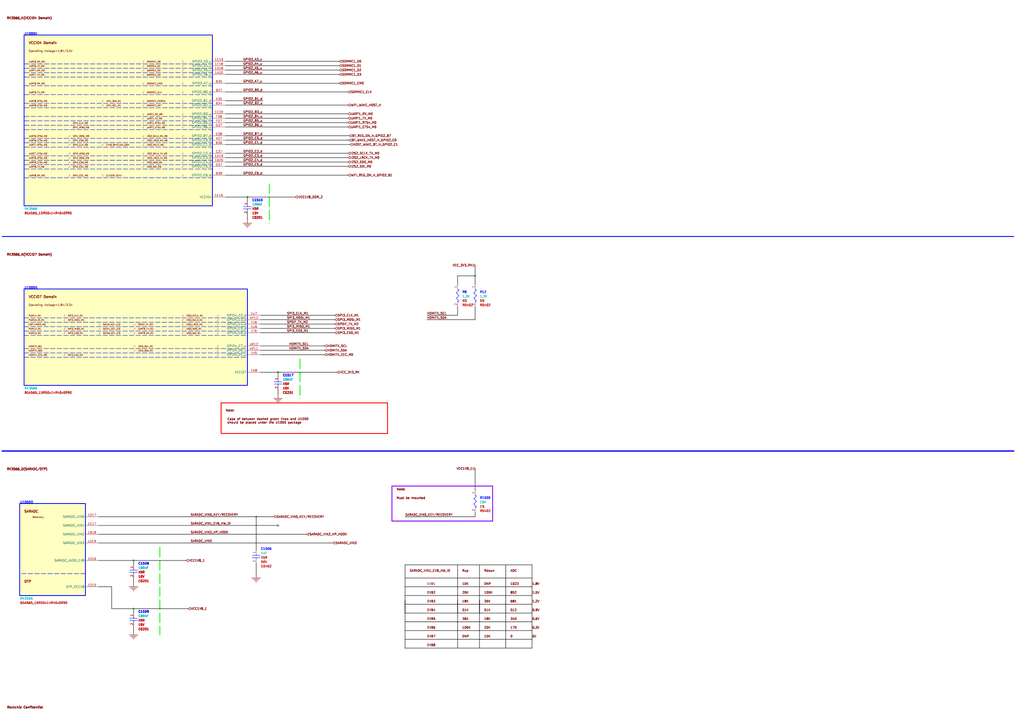
<source format=kicad_sch>
(kicad_sch (version 20231120) (generator "eeschema") (generator_version "8.0")
  (paper "User" 594.004 419.989)
  (lib_symbols
    (symbol "total-altium-import:12_0_RESISTOR"
      (symbol "12_0_RESISTOR_1_0"
        (pin passive line (at 2.54 2.54 270) (length 2.54) (name "1") (number "1"))
        (pin passive line (at 2.54 -10.16 90) (length 2.54) (name "2") (number "2"))
      )
    )
    (symbol "total-altium-import:15_0_CAP NP"
      (symbol "15_0_CAP NP_1_0"
        (pin passive line (at 2.54 2.54 270) (length 2.54) (name "1") (number "1"))
        (pin passive line (at 2.54 -5.08 90) (length 2.54) (name "2") (number "2"))
      )
    )
    (symbol "total-altium-import:15_0_RESISTOR"
      (symbol "15_0_RESISTOR_1_0"
        (pin passive line (at 2.54 2.54 270) (length 2.54) (name "1") (number "1"))
        (pin passive line (at 2.54 -10.16 90) (length 2.54) (name "2") (number "2"))
      )
    )
    (symbol "total-altium-import:15_0_SOC_RK3566"
      (symbol "15_0_SOC_RK3566_1_0"
        (pin passive line (at 30.48 -7.62 180) (length 7.62) (name "VDD_CPU_1") (number "1C12"))
        (pin passive line (at 30.48 -10.16 180) (length 7.62) (name "VDD_CPU_2") (number "1D11"))
        (pin passive line (at 30.48 -12.7 180) (length 7.62) (name "VDD_CPU_3") (number "1D12"))
        (pin passive line (at 30.48 -15.24 180) (length 7.62) (name "VDD_CPU_4") (number "1E11"))
        (pin passive line (at 30.48 -17.78 180) (length 7.62) (name "VDD_CPU_5") (number "1E12"))
        (pin passive line (at 30.48 -20.32 180) (length 7.62) (name "VDD_CPU_6") (number "1E13"))
        (pin passive line (at 30.48 -22.86 180) (length 7.62) (name "VDD_CPU_7") (number "1F11"))
        (pin passive line (at 30.48 -25.4 180) (length 7.62) (name "VDD_CPU_8") (number "1F12"))
        (pin passive line (at 30.48 -27.94 180) (length 7.62) (name "VDD_CPU_9") (number "1F13"))
        (pin passive line (at 30.48 -30.48 180) (length 7.62) (name "VDD_CPU_10") (number "1F14"))
        (pin passive line (at 30.48 -33.02 180) (length 7.62) (name "VDD_CPU_11") (number "1G13"))
        (pin passive line (at 30.48 -109.22 180) (length 7.62) (name "VDD_NPU_1") (number "1G15"))
        (pin passive line (at 30.48 -53.34 180) (length 7.62) (name "VDD_LOGIC_4") (number "1H10"))
        (pin passive line (at 30.48 -111.76 180) (length 7.62) (name "VDD_NPU_2") (number "1H14"))
        (pin passive line (at 30.48 -114.3 180) (length 7.62) (name "VDD_NPU_3") (number "1H15"))
        (pin passive line (at 30.48 -45.72 180) (length 7.62) (name "VDD_LOGIC_1") (number "1H7"))
        (pin passive line (at 30.48 -48.26 180) (length 7.62) (name "VDD_LOGIC_2") (number "1H8"))
        (pin passive line (at 30.48 -50.8 180) (length 7.62) (name "VDD_LOGIC_3") (number "1H9"))
        (pin passive line (at 30.48 -58.42 180) (length 7.62) (name "VDD_LOGIC_6") (number "1J10"))
        (pin passive line (at 30.48 -116.84 180) (length 7.62) (name "VDD_NPU_4") (number "1J14"))
        (pin passive line (at 30.48 -119.38 180) (length 7.62) (name "VDD_NPU_5") (number "1J15"))
        (pin passive line (at 30.48 -55.88 180) (length 7.62) (name "VDD_LOGIC_5") (number "1J7"))
        (pin passive line (at 30.48 -63.5 180) (length 7.62) (name "VDD_LOGIC_8") (number "1K10"))
        (pin passive line (at 30.48 -60.96 180) (length 7.62) (name "VDD_LOGIC_7") (number "1K7"))
        (pin passive line (at 30.48 -66.04 180) (length 7.62) (name "VDD_LOGIC_9") (number "1L7"))
        (pin passive line (at 30.48 -78.74 180) (length 7.62) (name "VDD_GPU_1") (number "1L8"))
        (pin passive line (at 30.48 -81.28 180) (length 7.62) (name "VDD_GPU_2") (number "1L9"))
        (pin passive line (at 30.48 -83.82 180) (length 7.62) (name "VDD_GPU_3") (number "1M7"))
        (pin passive line (at 30.48 -86.36 180) (length 7.62) (name "VDD_GPU_4") (number "1M8"))
        (pin passive line (at 30.48 -88.9 180) (length 7.62) (name "VDD_GPU_5") (number "1M9"))
      )
      (symbol "15_0_SOC_RK3566_2_0"
        (pin passive line (at 30.48 -78.74 180) (length 7.62) (name "VSS_30") (number "1B10"))
        (pin passive line (at 30.48 -81.28 180) (length 7.62) (name "VSS_31") (number "1B11"))
        (pin passive line (at 30.48 -83.82 180) (length 7.62) (name "VSS_32") (number "1B15"))
        (pin passive line (at 30.48 -86.36 180) (length 7.62) (name "VSS_33") (number "1B19"))
        (pin passive line (at 30.48 -101.6 180) (length 7.62) (name "VSS_39") (number "1C14"))
        (pin passive line (at 30.48 -104.14 180) (length 7.62) (name "VSS_40") (number "1C16"))
        (pin passive line (at 30.48 -106.68 180) (length 7.62) (name "VSS_41") (number "1C18"))
        (pin passive line (at 30.48 -88.9 180) (length 7.62) (name "VSS_34") (number "1C4"))
        (pin passive line (at 30.48 -91.44 180) (length 7.62) (name "VSS_35") (number "1C5"))
        (pin passive line (at 30.48 -93.98 180) (length 7.62) (name "VSS_36") (number "1C6"))
        (pin passive line (at 30.48 -96.52 180) (length 7.62) (name "VSS_37") (number "1C8"))
        (pin passive line (at 30.48 -99.06 180) (length 7.62) (name "VSS_38") (number "1C9"))
        (pin passive line (at 30.48 -109.22 180) (length 7.62) (name "VSS_42") (number "1D1"))
        (pin passive line (at 30.48 -114.3 180) (length 7.62) (name "VSS_44") (number "1D10"))
        (pin passive line (at 30.48 -116.84 180) (length 7.62) (name "VSS_45") (number "1D14"))
        (pin passive line (at 30.48 -111.76 180) (length 7.62) (name "VSS_43") (number "1D3"))
        (pin passive line (at 30.48 -124.46 180) (length 7.62) (name "VSS_48") (number "1E10"))
        (pin passive line (at 30.48 -127 180) (length 7.62) (name "VSS_49") (number "1E14"))
        (pin passive line (at 30.48 -129.54 180) (length 7.62) (name "VSS_50") (number "1E15"))
        (pin passive line (at 30.48 -119.38 180) (length 7.62) (name "VSS_46") (number "1E3"))
        (pin passive line (at 30.48 -121.92 180) (length 7.62) (name "VSS_47") (number "1E8"))
        (pin passive line (at 30.48 -5.08 180) (length 7.62) (name "VSS_1") (number "A1"))
        (pin passive line (at 30.48 -7.62 180) (length 7.62) (name "VSS_2") (number "A2"))
        (pin passive line (at 30.48 -10.16 180) (length 7.62) (name "VSS_3") (number "A38"))
        (pin passive line (at 30.48 -48.26 180) (length 7.62) (name "VSS_18") (number "AA2"))
        (pin passive line (at 30.48 -63.5 180) (length 7.62) (name "VSS_24") (number "AC37"))
        (pin passive line (at 30.48 -50.8 180) (length 7.62) (name "VSS_19") (number "AD2"))
        (pin passive line (at 30.48 -66.04 180) (length 7.62) (name "VSS_25") (number "AE37"))
        (pin passive line (at 30.48 -68.58 180) (length 7.62) (name "VSS_26") (number "AH37"))
        (pin passive line (at 30.48 -71.12 180) (length 7.62) (name "VSS_27") (number "AL37"))
        (pin passive line (at 30.48 -53.34 180) (length 7.62) (name "VSS_20") (number "AP2"))
        (pin passive line (at 30.48 -73.66 180) (length 7.62) (name "VSS_28") (number "AP37"))
        (pin passive line (at 30.48 -58.42 180) (length 7.62) (name "VSS_22") (number "AP8"))
        (pin passive line (at 30.48 -55.88 180) (length 7.62) (name "VSS_21") (number "AR1"))
        (pin passive line (at 30.48 -76.2 180) (length 7.62) (name "VSS_29") (number "AR38"))
        (pin passive line (at 30.48 -12.7 180) (length 7.62) (name "VSS_4") (number "B1"))
        (pin passive line (at 30.48 -20.32 180) (length 7.62) (name "VSS_7") (number "B11"))
        (pin passive line (at 30.48 -22.86 180) (length 7.62) (name "VSS_8") (number "B14"))
        (pin passive line (at 30.48 -25.4 180) (length 7.62) (name "VSS_9") (number "B18"))
        (pin passive line (at 30.48 -15.24 180) (length 7.62) (name "VSS_5") (number "B2"))
        (pin passive line (at 30.48 -27.94 180) (length 7.62) (name "VSS_10") (number "B21"))
        (pin passive line (at 30.48 -30.48 180) (length 7.62) (name "VSS_11") (number "B28"))
        (pin passive line (at 30.48 -33.02 180) (length 7.62) (name "VSS_12") (number "B31"))
        (pin passive line (at 30.48 -17.78 180) (length 7.62) (name "VSS_6") (number "B6"))
        (pin passive line (at 30.48 -35.56 180) (length 7.62) (name "VSS_13") (number "D2"))
        (pin passive line (at 30.48 -60.96 180) (length 7.62) (name "VSS_23") (number "E37"))
        (pin passive line (at 30.48 -38.1 180) (length 7.62) (name "VSS_14") (number "J2"))
        (pin passive line (at 30.48 -40.64 180) (length 7.62) (name "VSS_15") (number "L2"))
        (pin passive line (at 30.48 -43.18 180) (length 7.62) (name "VSS_16") (number "U2"))
        (pin passive line (at 30.48 -45.72 180) (length 7.62) (name "VSS_17") (number "W2"))
      )
      (symbol "15_0_SOC_RK3566_3_0"
        (pin passive line (at 30.48 -5.08 180) (length 7.62) (name "VSS_51") (number "1E17"))
        (pin passive line (at 30.48 -17.78 180) (length 7.62) (name "VSS_56") (number "1F10"))
        (pin passive line (at 30.48 -20.32 180) (length 7.62) (name "VSS_57") (number "1F15"))
        (pin passive line (at 30.48 -22.86 180) (length 7.62) (name "VSS_58") (number "1F16"))
        (pin passive line (at 30.48 -7.62 180) (length 7.62) (name "VSS_52") (number "1F6"))
        (pin passive line (at 30.48 -10.16 180) (length 7.62) (name "VSS_53") (number "1F7"))
        (pin passive line (at 30.48 -12.7 180) (length 7.62) (name "VSS_54") (number "1F8"))
        (pin passive line (at 30.48 -15.24 180) (length 7.62) (name "VSS_55") (number "1F9"))
        (pin passive line (at 30.48 -38.1 180) (length 7.62) (name "VSS_64") (number "1G10"))
        (pin passive line (at 30.48 -40.64 180) (length 7.62) (name "VSS_65") (number "1G11"))
        (pin passive line (at 30.48 -43.18 180) (length 7.62) (name "VSS_66") (number "1G12"))
        (pin passive line (at 30.48 -45.72 180) (length 7.62) (name "VSS_67") (number "1G14"))
        (pin passive line (at 30.48 -25.4 180) (length 7.62) (name "VSS_59") (number "1G3"))
        (pin passive line (at 30.48 -27.94 180) (length 7.62) (name "VSS_60") (number "1G6"))
        (pin passive line (at 30.48 -30.48 180) (length 7.62) (name "VSS_61") (number "1G7"))
        (pin passive line (at 30.48 -33.02 180) (length 7.62) (name "VSS_62") (number "1G8"))
        (pin passive line (at 30.48 -35.56 180) (length 7.62) (name "VSS_63") (number "1G9"))
        (pin passive line (at 30.48 -48.26 180) (length 7.62) (name "VSS_68") (number "1H1"))
        (pin passive line (at 30.48 -55.88 180) (length 7.62) (name "VSS_71") (number "1H11"))
        (pin passive line (at 30.48 -58.42 180) (length 7.62) (name "VSS_72") (number "1H12"))
        (pin passive line (at 30.48 -60.96 180) (length 7.62) (name "VSS_73") (number "1H13"))
        (pin passive line (at 30.48 -50.8 180) (length 7.62) (name "VSS_69") (number "1H2"))
        (pin passive line (at 30.48 -53.34 180) (length 7.62) (name "VSS_70") (number "1H6"))
        (pin passive line (at 30.48 -63.5 180) (length 7.62) (name "VSS_74") (number "1J1"))
        (pin passive line (at 30.48 -73.66 180) (length 7.62) (name "VSS_78") (number "1J11"))
        (pin passive line (at 30.48 -76.2 180) (length 7.62) (name "VSS_79") (number "1J12"))
        (pin passive line (at 30.48 -78.74 180) (length 7.62) (name "VSS_80") (number "1J13"))
        (pin passive line (at 30.48 -66.04 180) (length 7.62) (name "VSS_75") (number "1J6"))
        (pin passive line (at 30.48 -68.58 180) (length 7.62) (name "VSS_76") (number "1J8"))
        (pin passive line (at 30.48 -71.12 180) (length 7.62) (name "VSS_77") (number "1J9"))
        (pin passive line (at 30.48 -99.06 180) (length 7.62) (name "VSS_88") (number "1K11"))
        (pin passive line (at 30.48 -101.6 180) (length 7.62) (name "VSS_89") (number "1K12"))
        (pin passive line (at 30.48 -104.14 180) (length 7.62) (name "VSS_90") (number "1K13"))
        (pin passive line (at 30.48 -106.68 180) (length 7.62) (name "VSS_91") (number "1K14"))
        (pin passive line (at 30.48 -109.22 180) (length 7.62) (name "VSS_92") (number "1K15"))
        (pin passive line (at 30.48 -81.28 180) (length 7.62) (name "VSS_81") (number "1K2"))
        (pin passive line (at 30.48 -83.82 180) (length 7.62) (name "VSS_82") (number "1K3"))
        (pin passive line (at 30.48 -86.36 180) (length 7.62) (name "VSS_83") (number "1K4"))
        (pin passive line (at 30.48 -88.9 180) (length 7.62) (name "VSS_84") (number "1K5"))
        (pin passive line (at 30.48 -91.44 180) (length 7.62) (name "VSS_85") (number "1K6"))
        (pin passive line (at 30.48 -93.98 180) (length 7.62) (name "VSS_86") (number "1K8"))
        (pin passive line (at 30.48 -96.52 180) (length 7.62) (name "VSS_87") (number "1K9"))
        (pin passive line (at 30.48 -116.84 180) (length 7.62) (name "VSS_95") (number "1L10"))
        (pin passive line (at 30.48 -119.38 180) (length 7.62) (name "VSS_96") (number "1L11"))
        (pin passive line (at 30.48 -121.92 180) (length 7.62) (name "VSS_97") (number "1L12"))
        (pin passive line (at 30.48 -124.46 180) (length 7.62) (name "VSS_98") (number "1L13"))
        (pin passive line (at 30.48 -127 180) (length 7.62) (name "VSS_99") (number "1L14"))
        (pin passive line (at 30.48 -129.54 180) (length 7.62) (name "VSS_100") (number "1L15"))
        (pin passive line (at 30.48 -111.76 180) (length 7.62) (name "VSS_93") (number "1L3"))
        (pin passive line (at 30.48 -114.3 180) (length 7.62) (name "VSS_94") (number "1L6"))
      )
      (symbol "15_0_SOC_RK3566_4_0"
        (pin passive line (at 30.48 -15.24 180) (length 7.62) (name "VSS_105") (number "1M10"))
        (pin passive line (at 30.48 -17.78 180) (length 7.62) (name "VSS_106") (number "1M11"))
        (pin passive line (at 30.48 -20.32 180) (length 7.62) (name "VSS_107") (number "1M12"))
        (pin passive line (at 30.48 -22.86 180) (length 7.62) (name "VSS_108") (number "1M13"))
        (pin passive line (at 30.48 -25.4 180) (length 7.62) (name "VSS_109") (number "1M14"))
        (pin passive line (at 30.48 -27.94 180) (length 7.62) (name "VSS_110") (number "1M15"))
        (pin passive line (at 30.48 -30.48 180) (length 7.62) (name "VSS_111") (number "1M16"))
        (pin passive line (at 30.48 -33.02 180) (length 7.62) (name "VSS_112") (number "1M17"))
        (pin passive line (at 30.48 -35.56 180) (length 7.62) (name "VSS_113") (number "1M20"))
        (pin passive line (at 30.48 -5.08 180) (length 7.62) (name "VSS_101") (number "1M3"))
        (pin passive line (at 30.48 -7.62 180) (length 7.62) (name "VSS_102") (number "1M4"))
        (pin passive line (at 30.48 -10.16 180) (length 7.62) (name "VSS_103") (number "1M5"))
        (pin passive line (at 30.48 -12.7 180) (length 7.62) (name "VSS_104") (number "1M6"))
        (pin passive line (at 30.48 -38.1 180) (length 7.62) (name "VSS_114") (number "1N3"))
        (pin passive line (at 30.48 -40.64 180) (length 7.62) (name "VSS_115") (number "1N4"))
        (pin passive line (at 30.48 -43.18 180) (length 7.62) (name "VSS_116") (number "1N7"))
        (pin passive line (at 30.48 -45.72 180) (length 7.62) (name "VSS_117") (number "1P1"))
        (pin passive line (at 30.48 -55.88 180) (length 7.62) (name "VSS_121") (number "1P15"))
        (pin passive line (at 30.48 -48.26 180) (length 7.62) (name "VSS_118") (number "1P5"))
        (pin passive line (at 30.48 -50.8 180) (length 7.62) (name "VSS_119") (number "1P6"))
        (pin passive line (at 30.48 -53.34 180) (length 7.62) (name "VSS_120") (number "1P7"))
        (pin passive line (at 30.48 -58.42 180) (length 7.62) (name "VSS_122") (number "1R3"))
        (pin passive line (at 30.48 -60.96 180) (length 7.62) (name "VSS_123") (number "1R4"))
        (pin passive line (at 30.48 -63.5 180) (length 7.62) (name "VSS_124") (number "1R5"))
        (pin passive line (at 30.48 -66.04 180) (length 7.62) (name "VSS_125") (number "1R6"))
        (pin passive line (at 30.48 -68.58 180) (length 7.62) (name "VSS_126") (number "1R7"))
        (pin passive line (at 30.48 -71.12 180) (length 7.62) (name "VSS_127") (number "1T3"))
        (pin passive line (at 30.48 -73.66 180) (length 7.62) (name "VSS_128") (number "1T5"))
        (pin passive line (at 30.48 -76.2 180) (length 7.62) (name "VSS_129") (number "1U2"))
        (pin passive line (at 30.48 -78.74 180) (length 7.62) (name "VSS_130") (number "1V1"))
        (pin passive line (at 30.48 -81.28 180) (length 7.62) (name "VSS_131") (number "1V4"))
      )
      (symbol "15_0_SOC_RK3566_5_0"
        (pin passive line (at 30.48 -119.38 180) (length 7.62) (name "AVSS1_6") (number "1F20"))
        (pin passive line (at 30.48 -121.92 180) (length 7.62) (name "AVSS1_7") (number "1G16"))
        (pin passive line (at 30.48 -124.46 180) (length 7.62) (name "AVSS1_8") (number "1G18"))
        (pin passive line (at 30.48 -127 180) (length 7.62) (name "AVSS1_9") (number "1G19"))
        (pin passive line (at 30.48 -129.54 180) (length 7.62) (name "AVSS1_10") (number "1G20"))
        (pin passive line (at 30.48 -132.08 180) (length 7.62) (name "AVSS1_11") (number "1J16"))
        (pin passive line (at 30.48 -134.62 180) (length 7.62) (name "AVSS1_12") (number "1J18"))
        (pin passive line (at 30.48 -137.16 180) (length 7.62) (name "AVSS1_13") (number "1K18"))
        (pin passive line (at 30.48 -139.7 180) (length 7.62) (name "AVSS1_14") (number "1L19"))
        (pin passive line (at 30.48 -25.4 180) (length 7.62) (name "AVSS_9") (number "1N11"))
        (pin passive line (at 30.48 -27.94 180) (length 7.62) (name "AVSS_10") (number "1N12"))
        (pin passive line (at 30.48 -33.02 180) (length 7.62) (name "AVSS_12") (number "1P10"))
        (pin passive line (at 30.48 -35.56 180) (length 7.62) (name "AVSS_13") (number "1P14"))
        (pin passive line (at 30.48 -30.48 180) (length 7.62) (name "AVSS_11") (number "1P8"))
        (pin passive line (at 30.48 -43.18 180) (length 7.62) (name "AVSS_16") (number "1R11"))
        (pin passive line (at 30.48 -45.72 180) (length 7.62) (name "AVSS_17") (number "1R12"))
        (pin passive line (at 30.48 -48.26 180) (length 7.62) (name "AVSS_18") (number "1R13"))
        (pin passive line (at 30.48 -50.8 180) (length 7.62) (name "AVSS_19") (number "1R14"))
        (pin passive line (at 30.48 -53.34 180) (length 7.62) (name "AVSS_20") (number "1R15"))
        (pin passive line (at 30.48 -38.1 180) (length 7.62) (name "AVSS_14") (number "1R8"))
        (pin passive line (at 30.48 -40.64 180) (length 7.62) (name "AVSS_15") (number "1R9"))
        (pin passive line (at 30.48 -63.5 180) (length 7.62) (name "AVSS_24") (number "1T10"))
        (pin passive line (at 30.48 -66.04 180) (length 7.62) (name "AVSS_25") (number "1T11"))
        (pin passive line (at 30.48 -68.58 180) (length 7.62) (name "AVSS_26") (number "1T12"))
        (pin passive line (at 30.48 -71.12 180) (length 7.62) (name "AVSS_27") (number "1T13"))
        (pin passive line (at 30.48 -73.66 180) (length 7.62) (name "AVSS_28") (number "1T14"))
        (pin passive line (at 30.48 -76.2 180) (length 7.62) (name "AVSS_29") (number "1T15"))
        (pin passive line (at 30.48 -78.74 180) (length 7.62) (name "AVSS_30") (number "1T16"))
        (pin passive line (at 30.48 -81.28 180) (length 7.62) (name "AVSS_31") (number "1T17"))
        (pin passive line (at 30.48 -55.88 180) (length 7.62) (name "AVSS_21") (number "1T7"))
        (pin passive line (at 30.48 -58.42 180) (length 7.62) (name "AVSS_22") (number "1T8"))
        (pin passive line (at 30.48 -60.96 180) (length 7.62) (name "AVSS_23") (number "1T9"))
        (pin passive line (at 30.48 -83.82 180) (length 7.62) (name "AVSS_32") (number "1U12"))
        (pin passive line (at 30.48 -86.36 180) (length 7.62) (name "AVSS_33") (number "1U13"))
        (pin passive line (at 30.48 -88.9 180) (length 7.62) (name "AVSS_34") (number "1U15"))
        (pin passive line (at 30.48 -91.44 180) (length 7.62) (name "AVSS_35") (number "1U17"))
        (pin passive line (at 30.48 -96.52 180) (length 7.62) (name "AVSS_37") (number "1V12"))
        (pin passive line (at 30.48 -99.06 180) (length 7.62) (name "AVSS_38") (number "1V13"))
        (pin passive line (at 30.48 -101.6 180) (length 7.62) (name "AVSS_39") (number "1V18"))
        (pin passive line (at 30.48 -93.98 180) (length 7.62) (name "AVSS_36") (number "1V7"))
        (pin passive line (at 30.48 -5.08 180) (length 7.62) (name "AVSS_1") (number "AP13"))
        (pin passive line (at 30.48 -7.62 180) (length 7.62) (name "AVSS_2") (number "AP16"))
        (pin passive line (at 30.48 -10.16 180) (length 7.62) (name "AVSS_3") (number "AP19"))
        (pin passive line (at 30.48 -12.7 180) (length 7.62) (name "AVSS_4") (number "AP22"))
        (pin passive line (at 30.48 -15.24 180) (length 7.62) (name "AVSS_5") (number "AP25"))
        (pin passive line (at 30.48 -17.78 180) (length 7.62) (name "AVSS_6") (number "AP28"))
        (pin passive line (at 30.48 -20.32 180) (length 7.62) (name "AVSS_7") (number "AP31"))
        (pin passive line (at 30.48 -22.86 180) (length 7.62) (name "AVSS_8") (number "AP34"))
        (pin passive line (at 30.48 -106.68 180) (length 7.62) (name "AVSS1_1") (number "H37"))
        (pin passive line (at 30.48 -109.22 180) (length 7.62) (name "AVSS1_2") (number "L37"))
        (pin passive line (at 30.48 -111.76 180) (length 7.62) (name "AVSS1_3") (number "P37"))
        (pin passive line (at 30.48 -114.3 180) (length 7.62) (name "AVSS1_4") (number "U37"))
        (pin passive line (at 30.48 -116.84 180) (length 7.62) (name "AVSS1_5") (number "Y37"))
      )
      (symbol "15_0_SOC_RK3566_6_0"
        (text "---" (at 133.096 -13.462 0) (effects (font (size 0.889 0.889)) (justify left bottom)))
        (text "---" (at 178.816 -104.902 0) (effects (font (size 0.889 0.889)) (justify left bottom)))
        (text "---" (at 178.816 -76.962 0) (effects (font (size 0.889 0.889)) (justify left bottom)))
        (text "---" (at 178.816 -74.422 0) (effects (font (size 0.889 0.889)) (justify left bottom)))
        (text "---" (at 178.816 -66.802 0) (effects (font (size 0.889 0.889)) (justify left bottom)))
        (text "---" (at 178.816 -64.262 0) (effects (font (size 0.889 0.889)) (justify left bottom)))
        (text "---" (at 178.816 -56.642 0) (effects (font (size 0.889 0.889)) (justify left bottom)))
        (text "---" (at 178.816 -49.022 0) (effects (font (size 0.889 0.889)) (justify left bottom)))
        (text "---" (at 178.816 -41.402 0) (effects (font (size 0.889 0.889)) (justify left bottom)))
        (text "---" (at 178.816 -38.862 0) (effects (font (size 0.889 0.889)) (justify left bottom)))
        (text "---" (at 178.816 -31.242 0) (effects (font (size 0.889 0.889)) (justify left bottom)))
        (text "---" (at 178.816 -18.542 0) (effects (font (size 0.889 0.889)) (justify left bottom)))
        (text "---" (at 178.816 -13.462 0) (effects (font (size 0.889 0.889)) (justify left bottom)))
        (text "---" (at 178.816 -10.922 0) (effects (font (size 0.889 0.889)) (justify left bottom)))
        (text "/" (at 17.78 -155.702 0) (effects (font (size 0.889 0.889)) (justify left bottom)))
        (text "/" (at 17.78 -153.162 0) (effects (font (size 0.889 0.889)) (justify left bottom)))
        (text "/" (at 17.78 -148.082 0) (effects (font (size 0.889 0.889)) (justify left bottom)))
        (text "/" (at 17.78 -143.002 0) (effects (font (size 0.889 0.889)) (justify left bottom)))
        (text "/" (at 17.78 -140.462 0) (effects (font (size 0.889 0.889)) (justify left bottom)))
        (text "/" (at 17.78 -137.922 0) (effects (font (size 0.889 0.889)) (justify left bottom)))
        (text "/" (at 17.78 -135.382 0) (effects (font (size 0.889 0.889)) (justify left bottom)))
        (text "/" (at 17.78 -132.842 0) (effects (font (size 0.889 0.889)) (justify left bottom)))
        (text "/" (at 17.78 -130.302 0) (effects (font (size 0.889 0.889)) (justify left bottom)))
        (text "/" (at 17.78 -127.762 0) (effects (font (size 0.889 0.889)) (justify left bottom)))
        (text "/" (at 17.78 -125.222 0) (effects (font (size 0.889 0.889)) (justify left bottom)))
        (text "/" (at 17.78 -117.602 0) (effects (font (size 0.889 0.889)) (justify left bottom)))
        (text "/" (at 17.78 -115.062 0) (effects (font (size 0.889 0.889)) (justify left bottom)))
        (text "/" (at 17.78 -109.982 0) (effects (font (size 0.889 0.889)) (justify left bottom)))
        (text "/" (at 17.78 -104.902 0) (effects (font (size 0.889 0.889)) (justify left bottom)))
        (text "/" (at 17.78 -102.362 0) (effects (font (size 0.889 0.889)) (justify left bottom)))
        (text "/" (at 17.78 -99.822 0) (effects (font (size 0.889 0.889)) (justify left bottom)))
        (text "/" (at 17.78 -97.282 0) (effects (font (size 0.889 0.889)) (justify left bottom)))
        (text "/" (at 17.78 -94.742 0) (effects (font (size 0.889 0.889)) (justify left bottom)))
        (text "/" (at 17.78 -92.202 0) (effects (font (size 0.889 0.889)) (justify left bottom)))
        (text "/" (at 17.78 -89.662 0) (effects (font (size 0.889 0.889)) (justify left bottom)))
        (text "/" (at 17.78 -87.122 0) (effects (font (size 0.889 0.889)) (justify left bottom)))
        (text "/" (at 17.78 -79.502 0) (effects (font (size 0.889 0.889)) (justify left bottom)))
        (text "/" (at 17.78 -76.962 0) (effects (font (size 0.889 0.889)) (justify left bottom)))
        (text "/" (at 17.78 -71.882 0) (effects (font (size 0.889 0.889)) (justify left bottom)))
        (text "/" (at 17.78 -66.802 0) (effects (font (size 0.889 0.889)) (justify left bottom)))
        (text "/" (at 17.78 -64.262 0) (effects (font (size 0.889 0.889)) (justify left bottom)))
        (text "/" (at 17.78 -61.722 0) (effects (font (size 0.889 0.889)) (justify left bottom)))
        (text "/" (at 17.78 -59.182 0) (effects (font (size 0.889 0.889)) (justify left bottom)))
        (text "/" (at 17.78 -56.642 0) (effects (font (size 0.889 0.889)) (justify left bottom)))
        (text "/" (at 17.78 -54.102 0) (effects (font (size 0.889 0.889)) (justify left bottom)))
        (text "/" (at 17.78 -51.562 0) (effects (font (size 0.889 0.889)) (justify left bottom)))
        (text "/" (at 17.78 -49.022 0) (effects (font (size 0.889 0.889)) (justify left bottom)))
        (text "/" (at 17.78 -41.402 0) (effects (font (size 0.889 0.889)) (justify left bottom)))
        (text "/" (at 17.78 -38.862 0) (effects (font (size 0.889 0.889)) (justify left bottom)))
        (text "/" (at 17.78 -33.782 0) (effects (font (size 0.889 0.889)) (justify left bottom)))
        (text "/" (at 17.78 -28.702 0) (effects (font (size 0.889 0.889)) (justify left bottom)))
        (text "/" (at 17.78 -26.162 0) (effects (font (size 0.889 0.889)) (justify left bottom)))
        (text "/" (at 17.78 -23.622 0) (effects (font (size 0.889 0.889)) (justify left bottom)))
        (text "/" (at 17.78 -21.082 0) (effects (font (size 0.889 0.889)) (justify left bottom)))
        (text "/" (at 17.78 -18.542 0) (effects (font (size 0.889 0.889)) (justify left bottom)))
        (text "/" (at 17.78 -16.002 0) (effects (font (size 0.889 0.889)) (justify left bottom)))
        (text "/" (at 17.78 -13.462 0) (effects (font (size 0.889 0.889)) (justify left bottom)))
        (text "/" (at 17.78 -10.922 0) (effects (font (size 0.889 0.889)) (justify left bottom)))
        (text "/" (at 40.64 -155.702 0) (effects (font (size 0.889 0.889)) (justify left bottom)))
        (text "/" (at 40.64 -153.162 0) (effects (font (size 0.889 0.889)) (justify left bottom)))
        (text "/" (at 40.64 -148.082 0) (effects (font (size 0.889 0.889)) (justify left bottom)))
        (text "/" (at 40.64 -143.002 0) (effects (font (size 0.889 0.889)) (justify left bottom)))
        (text "/" (at 40.64 -140.462 0) (effects (font (size 0.889 0.889)) (justify left bottom)))
        (text "/" (at 40.64 -137.922 0) (effects (font (size 0.889 0.889)) (justify left bottom)))
        (text "/" (at 40.64 -135.382 0) (effects (font (size 0.889 0.889)) (justify left bottom)))
        (text "/" (at 40.64 -132.842 0) (effects (font (size 0.889 0.889)) (justify left bottom)))
        (text "/" (at 40.64 -130.302 0) (effects (font (size 0.889 0.889)) (justify left bottom)))
        (text "/" (at 40.64 -127.762 0) (effects (font (size 0.889 0.889)) (justify left bottom)))
        (text "/" (at 40.64 -125.222 0) (effects (font (size 0.889 0.889)) (justify left bottom)))
        (text "/" (at 40.64 -117.602 0) (effects (font (size 0.889 0.889)) (justify left bottom)))
        (text "/" (at 40.64 -115.062 0) (effects (font (size 0.889 0.889)) (justify left bottom)))
        (text "/" (at 40.64 -109.982 0) (effects (font (size 0.889 0.889)) (justify left bottom)))
        (text "/" (at 40.64 -104.902 0) (effects (font (size 0.889 0.889)) (justify left bottom)))
        (text "/" (at 40.64 -102.362 0) (effects (font (size 0.889 0.889)) (justify left bottom)))
        (text "/" (at 40.64 -99.822 0) (effects (font (size 0.889 0.889)) (justify left bottom)))
        (text "/" (at 40.64 -97.282 0) (effects (font (size 0.889 0.889)) (justify left bottom)))
        (text "/" (at 40.64 -94.742 0) (effects (font (size 0.889 0.889)) (justify left bottom)))
        (text "/" (at 40.64 -92.202 0) (effects (font (size 0.889 0.889)) (justify left bottom)))
        (text "/" (at 40.64 -89.662 0) (effects (font (size 0.889 0.889)) (justify left bottom)))
        (text "/" (at 40.64 -87.122 0) (effects (font (size 0.889 0.889)) (justify left bottom)))
        (text "/" (at 40.64 -79.502 0) (effects (font (size 0.889 0.889)) (justify left bottom)))
        (text "/" (at 40.64 -76.962 0) (effects (font (size 0.889 0.889)) (justify left bottom)))
        (text "/" (at 40.64 -71.882 0) (effects (font (size 0.889 0.889)) (justify left bottom)))
        (text "/" (at 40.64 -66.802 0) (effects (font (size 0.889 0.889)) (justify left bottom)))
        (text "/" (at 40.64 -64.262 0) (effects (font (size 0.889 0.889)) (justify left bottom)))
        (text "/" (at 40.64 -61.722 0) (effects (font (size 0.889 0.889)) (justify left bottom)))
        (text "/" (at 40.64 -59.182 0) (effects (font (size 0.889 0.889)) (justify left bottom)))
        (text "/" (at 40.64 -56.642 0) (effects (font (size 0.889 0.889)) (justify left bottom)))
        (text "/" (at 40.64 -54.102 0) (effects (font (size 0.889 0.889)) (justify left bottom)))
        (text "/" (at 40.64 -51.562 0) (effects (font (size 0.889 0.889)) (justify left bottom)))
        (text "/" (at 40.64 -49.022 0) (effects (font (size 0.889 0.889)) (justify left bottom)))
        (text "/" (at 40.64 -41.402 0) (effects (font (size 0.889 0.889)) (justify left bottom)))
        (text "/" (at 40.64 -38.862 0) (effects (font (size 0.889 0.889)) (justify left bottom)))
        (text "/" (at 40.64 -33.782 0) (effects (font (size 0.889 0.889)) (justify left bottom)))
        (text "/" (at 40.64 -28.702 0) (effects (font (size 0.889 0.889)) (justify left bottom)))
        (text "/" (at 40.64 -26.162 0) (effects (font (size 0.889 0.889)) (justify left bottom)))
        (text "/" (at 40.64 -23.622 0) (effects (font (size 0.889 0.889)) (justify left bottom)))
        (text "/" (at 40.64 -21.082 0) (effects (font (size 0.889 0.889)) (justify left bottom)))
        (text "/" (at 40.64 -18.542 0) (effects (font (size 0.889 0.889)) (justify left bottom)))
        (text "/" (at 40.64 -16.002 0) (effects (font (size 0.889 0.889)) (justify left bottom)))
        (text "/" (at 40.64 -13.462 0) (effects (font (size 0.889 0.889)) (justify left bottom)))
        (text "/" (at 40.64 -10.922 0) (effects (font (size 0.889 0.889)) (justify left bottom)))
        (text "/" (at 63.5 -155.702 0) (effects (font (size 0.889 0.889)) (justify left bottom)))
        (text "/" (at 63.5 -153.162 0) (effects (font (size 0.889 0.889)) (justify left bottom)))
        (text "/" (at 63.5 -148.082 0) (effects (font (size 0.889 0.889)) (justify left bottom)))
        (text "/" (at 63.5 -143.002 0) (effects (font (size 0.889 0.889)) (justify left bottom)))
        (text "/" (at 63.5 -140.462 0) (effects (font (size 0.889 0.889)) (justify left bottom)))
        (text "/" (at 63.5 -137.922 0) (effects (font (size 0.889 0.889)) (justify left bottom)))
        (text "/" (at 63.5 -135.382 0) (effects (font (size 0.889 0.889)) (justify left bottom)))
        (text "/" (at 63.5 -132.842 0) (effects (font (size 0.889 0.889)) (justify left bottom)))
        (text "/" (at 63.5 -130.302 0) (effects (font (size 0.889 0.889)) (justify left bottom)))
        (text "/" (at 63.5 -127.762 0) (effects (font (size 0.889 0.889)) (justify left bottom)))
        (text "/" (at 63.5 -125.222 0) (effects (font (size 0.889 0.889)) (justify left bottom)))
        (text "/" (at 63.5 -117.602 0) (effects (font (size 0.889 0.889)) (justify left bottom)))
        (text "/" (at 63.5 -115.062 0) (effects (font (size 0.889 0.889)) (justify left bottom)))
        (text "/" (at 63.5 -109.982 0) (effects (font (size 0.889 0.889)) (justify left bottom)))
        (text "/" (at 63.5 -104.902 0) (effects (font (size 0.889 0.889)) (justify left bottom)))
        (text "/" (at 63.5 -102.362 0) (effects (font (size 0.889 0.889)) (justify left bottom)))
        (text "/" (at 63.5 -99.822 0) (effects (font (size 0.889 0.889)) (justify left bottom)))
        (text "/" (at 63.5 -97.282 0) (effects (font (size 0.889 0.889)) (justify left bottom)))
        (text "/" (at 63.5 -94.742 0) (effects (font (size 0.889 0.889)) (justify left bottom)))
        (text "/" (at 63.5 -92.202 0) (effects (font (size 0.889 0.889)) (justify left bottom)))
        (text "/" (at 63.5 -89.662 0) (effects (font (size 0.889 0.889)) (justify left bottom)))
        (text "/" (at 63.5 -87.122 0) (effects (font (size 0.889 0.889)) (justify left bottom)))
        (text "/" (at 63.5 -79.502 0) (effects (font (size 0.889 0.889)) (justify left bottom)))
        (text "/" (at 63.5 -76.962 0) (effects (font (size 0.889 0.889)) (justify left bottom)))
        (text "/" (at 63.5 -71.882 0) (effects (font (size 0.889 0.889)) (justify left bottom)))
        (text "/" (at 63.5 -66.802 0) (effects (font (size 0.889 0.889)) (justify left bottom)))
        (text "/" (at 63.5 -64.262 0) (effects (font (size 0.889 0.889)) (justify left bottom)))
        (text "/" (at 63.5 -61.722 0) (effects (font (size 0.889 0.889)) (justify left bottom)))
        (text "/" (at 63.5 -59.182 0) (effects (font (size 0.889 0.889)) (justify left bottom)))
        (text "/" (at 63.5 -56.642 0) (effects (font (size 0.889 0.889)) (justify left bottom)))
        (text "/" (at 63.5 -54.102 0) (effects (font (size 0.889 0.889)) (justify left bottom)))
        (text "/" (at 63.5 -51.562 0) (effects (font (size 0.889 0.889)) (justify left bottom)))
        (text "/" (at 63.5 -49.022 0) (effects (font (size 0.889 0.889)) (justify left bottom)))
        (text "/" (at 63.5 -41.402 0) (effects (font (size 0.889 0.889)) (justify left bottom)))
        (text "/" (at 63.5 -38.862 0) (effects (font (size 0.889 0.889)) (justify left bottom)))
        (text "/" (at 63.5 -33.782 0) (effects (font (size 0.889 0.889)) (justify left bottom)))
        (text "/" (at 63.5 -28.702 0) (effects (font (size 0.889 0.889)) (justify left bottom)))
        (text "/" (at 63.5 -26.162 0) (effects (font (size 0.889 0.889)) (justify left bottom)))
        (text "/" (at 63.5 -23.622 0) (effects (font (size 0.889 0.889)) (justify left bottom)))
        (text "/" (at 63.5 -21.082 0) (effects (font (size 0.889 0.889)) (justify left bottom)))
        (text "/" (at 63.5 -18.542 0) (effects (font (size 0.889 0.889)) (justify left bottom)))
        (text "/" (at 63.5 -16.002 0) (effects (font (size 0.889 0.889)) (justify left bottom)))
        (text "/" (at 63.5 -13.462 0) (effects (font (size 0.889 0.889)) (justify left bottom)))
        (text "/" (at 63.5 -10.922 0) (effects (font (size 0.889 0.889)) (justify left bottom)))
        (text "/" (at 81.28 -155.702 0) (effects (font (size 0.889 0.889)) (justify left bottom)))
        (text "/" (at 81.28 -153.162 0) (effects (font (size 0.889 0.889)) (justify left bottom)))
        (text "/" (at 81.28 -148.082 0) (effects (font (size 0.889 0.889)) (justify left bottom)))
        (text "/" (at 81.28 -143.002 0) (effects (font (size 0.889 0.889)) (justify left bottom)))
        (text "/" (at 81.28 -140.462 0) (effects (font (size 0.889 0.889)) (justify left bottom)))
        (text "/" (at 81.28 -137.922 0) (effects (font (size 0.889 0.889)) (justify left bottom)))
        (text "/" (at 81.28 -135.382 0) (effects (font (size 0.889 0.889)) (justify left bottom)))
        (text "/" (at 81.28 -132.842 0) (effects (font (size 0.889 0.889)) (justify left bottom)))
        (text "/" (at 81.28 -130.302 0) (effects (font (size 0.889 0.889)) (justify left bottom)))
        (text "/" (at 81.28 -127.762 0) (effects (font (size 0.889 0.889)) (justify left bottom)))
        (text "/" (at 81.28 -125.222 0) (effects (font (size 0.889 0.889)) (justify left bottom)))
        (text "/" (at 81.28 -117.602 0) (effects (font (size 0.889 0.889)) (justify left bottom)))
        (text "/" (at 81.28 -115.062 0) (effects (font (size 0.889 0.889)) (justify left bottom)))
        (text "/" (at 81.28 -109.982 0) (effects (font (size 0.889 0.889)) (justify left bottom)))
        (text "/" (at 81.28 -104.902 0) (effects (font (size 0.889 0.889)) (justify left bottom)))
        (text "/" (at 81.28 -102.362 0) (effects (font (size 0.889 0.889)) (justify left bottom)))
        (text "/" (at 81.28 -99.822 0) (effects (font (size 0.889 0.889)) (justify left bottom)))
        (text "/" (at 81.28 -97.282 0) (effects (font (size 0.889 0.889)) (justify left bottom)))
        (text "/" (at 81.28 -94.742 0) (effects (font (size 0.889 0.889)) (justify left bottom)))
        (text "/" (at 81.28 -92.202 0) (effects (font (size 0.889 0.889)) (justify left bottom)))
        (text "/" (at 81.28 -89.662 0) (effects (font (size 0.889 0.889)) (justify left bottom)))
        (text "/" (at 81.28 -87.122 0) (effects (font (size 0.889 0.889)) (justify left bottom)))
        (text "/" (at 81.28 -79.502 0) (effects (font (size 0.889 0.889)) (justify left bottom)))
        (text "/" (at 81.28 -76.962 0) (effects (font (size 0.889 0.889)) (justify left bottom)))
        (text "/" (at 81.28 -71.882 0) (effects (font (size 0.889 0.889)) (justify left bottom)))
        (text "/" (at 81.28 -66.802 0) (effects (font (size 0.889 0.889)) (justify left bottom)))
        (text "/" (at 81.28 -64.262 0) (effects (font (size 0.889 0.889)) (justify left bottom)))
        (text "/" (at 81.28 -61.722 0) (effects (font (size 0.889 0.889)) (justify left bottom)))
        (text "/" (at 81.28 -59.182 0) (effects (font (size 0.889 0.889)) (justify left bottom)))
        (text "/" (at 81.28 -56.642 0) (effects (font (size 0.889 0.889)) (justify left bottom)))
        (text "/" (at 81.28 -54.102 0) (effects (font (size 0.889 0.889)) (justify left bottom)))
        (text "/" (at 81.28 -51.562 0) (effects (font (size 0.889 0.889)) (justify left bottom)))
        (text "/" (at 81.28 -49.022 0) (effects (font (size 0.889 0.889)) (justify left bottom)))
        (text "/" (at 81.28 -41.402 0) (effects (font (size 0.889 0.889)) (justify left bottom)))
        (text "/" (at 81.28 -38.862 0) (effects (font (size 0.889 0.889)) (justify left bottom)))
        (text "/" (at 81.28 -33.782 0) (effects (font (size 0.889 0.889)) (justify left bottom)))
        (text "/" (at 81.28 -28.702 0) (effects (font (size 0.889 0.889)) (justify left bottom)))
        (text "/" (at 81.28 -26.162 0) (effects (font (size 0.889 0.889)) (justify left bottom)))
        (text "/" (at 81.28 -23.622 0) (effects (font (size 0.889 0.889)) (justify left bottom)))
        (text "/" (at 81.28 -21.082 0) (effects (font (size 0.889 0.889)) (justify left bottom)))
        (text "/" (at 81.28 -18.542 0) (effects (font (size 0.889 0.889)) (justify left bottom)))
        (text "/" (at 81.28 -16.002 0) (effects (font (size 0.889 0.889)) (justify left bottom)))
        (text "/" (at 81.28 -13.462 0) (effects (font (size 0.889 0.889)) (justify left bottom)))
        (text "/" (at 81.28 -10.922 0) (effects (font (size 0.889 0.889)) (justify left bottom)))
        (text "/" (at 130.556 -104.902 0) (effects (font (size 0.889 0.889)) (justify left bottom)))
        (text "/" (at 130.556 -99.822 0) (effects (font (size 0.889 0.889)) (justify left bottom)))
        (text "/" (at 130.556 -97.282 0) (effects (font (size 0.889 0.889)) (justify left bottom)))
        (text "/" (at 130.556 -94.742 0) (effects (font (size 0.889 0.889)) (justify left bottom)))
        (text "/" (at 130.556 -92.202 0) (effects (font (size 0.889 0.889)) (justify left bottom)))
        (text "/" (at 130.556 -87.122 0) (effects (font (size 0.889 0.889)) (justify left bottom)))
        (text "/" (at 130.556 -84.582 0) (effects (font (size 0.889 0.889)) (justify left bottom)))
        (text "/" (at 130.556 -79.502 0) (effects (font (size 0.889 0.889)) (justify left bottom)))
        (text "/" (at 130.556 -76.962 0) (effects (font (size 0.889 0.889)) (justify left bottom)))
        (text "/" (at 130.556 -74.422 0) (effects (font (size 0.889 0.889)) (justify left bottom)))
        (text "/" (at 130.556 -69.342 0) (effects (font (size 0.889 0.889)) (justify left bottom)))
        (text "/" (at 130.556 -66.802 0) (effects (font (size 0.889 0.889)) (justify left bottom)))
        (text "/" (at 130.556 -64.262 0) (effects (font (size 0.889 0.889)) (justify left bottom)))
        (text "/" (at 130.556 -61.722 0) (effects (font (size 0.889 0.889)) (justify left bottom)))
        (text "/" (at 130.556 -56.642 0) (effects (font (size 0.889 0.889)) (justify left bottom)))
        (text "/" (at 130.556 -54.102 0) (effects (font (size 0.889 0.889)) (justify left bottom)))
        (text "/" (at 130.556 -51.562 0) (effects (font (size 0.889 0.889)) (justify left bottom)))
        (text "/" (at 130.556 -49.022 0) (effects (font (size 0.889 0.889)) (justify left bottom)))
        (text "/" (at 130.556 -43.942 0) (effects (font (size 0.889 0.889)) (justify left bottom)))
        (text "/" (at 130.556 -41.402 0) (effects (font (size 0.889 0.889)) (justify left bottom)))
        (text "/" (at 130.556 -38.862 0) (effects (font (size 0.889 0.889)) (justify left bottom)))
        (text "/" (at 130.556 -36.322 0) (effects (font (size 0.889 0.889)) (justify left bottom)))
        (text "/" (at 130.556 -31.242 0) (effects (font (size 0.889 0.889)) (justify left bottom)))
        (text "/" (at 130.556 -28.702 0) (effects (font (size 0.889 0.889)) (justify left bottom)))
        (text "/" (at 130.556 -26.162 0) (effects (font (size 0.889 0.889)) (justify left bottom)))
        (text "/" (at 130.556 -23.622 0) (effects (font (size 0.889 0.889)) (justify left bottom)))
        (text "/" (at 130.556 -18.542 0) (effects (font (size 0.889 0.889)) (justify left bottom)))
        (text "/" (at 130.556 -16.002 0) (effects (font (size 0.889 0.889)) (justify left bottom)))
        (text "/" (at 130.556 -13.462 0) (effects (font (size 0.889 0.889)) (justify left bottom)))
        (text "/" (at 130.556 -10.922 0) (effects (font (size 0.889 0.889)) (justify left bottom)))
        (text "/" (at 155.956 -104.902 0) (effects (font (size 0.889 0.889)) (justify left bottom)))
        (text "/" (at 155.956 -99.822 0) (effects (font (size 0.889 0.889)) (justify left bottom)))
        (text "/" (at 155.956 -97.282 0) (effects (font (size 0.889 0.889)) (justify left bottom)))
        (text "/" (at 155.956 -94.742 0) (effects (font (size 0.889 0.889)) (justify left bottom)))
        (text "/" (at 155.956 -92.202 0) (effects (font (size 0.889 0.889)) (justify left bottom)))
        (text "/" (at 155.956 -87.122 0) (effects (font (size 0.889 0.889)) (justify left bottom)))
        (text "/" (at 155.956 -84.582 0) (effects (font (size 0.889 0.889)) (justify left bottom)))
        (text "/" (at 155.956 -79.502 0) (effects (font (size 0.889 0.889)) (justify left bottom)))
        (text "/" (at 155.956 -76.962 0) (effects (font (size 0.889 0.889)) (justify left bottom)))
        (text "/" (at 155.956 -74.422 0) (effects (font (size 0.889 0.889)) (justify left bottom)))
        (text "/" (at 155.956 -69.342 0) (effects (font (size 0.889 0.889)) (justify left bottom)))
        (text "/" (at 155.956 -66.802 0) (effects (font (size 0.889 0.889)) (justify left bottom)))
        (text "/" (at 155.956 -64.262 0) (effects (font (size 0.889 0.889)) (justify left bottom)))
        (text "/" (at 155.956 -61.722 0) (effects (font (size 0.889 0.889)) (justify left bottom)))
        (text "/" (at 155.956 -56.642 0) (effects (font (size 0.889 0.889)) (justify left bottom)))
        (text "/" (at 155.956 -54.102 0) (effects (font (size 0.889 0.889)) (justify left bottom)))
        (text "/" (at 155.956 -51.562 0) (effects (font (size 0.889 0.889)) (justify left bottom)))
        (text "/" (at 155.956 -49.022 0) (effects (font (size 0.889 0.889)) (justify left bottom)))
        (text "/" (at 155.956 -43.942 0) (effects (font (size 0.889 0.889)) (justify left bottom)))
        (text "/" (at 155.956 -41.402 0) (effects (font (size 0.889 0.889)) (justify left bottom)))
        (text "/" (at 155.956 -38.862 0) (effects (font (size 0.889 0.889)) (justify left bottom)))
        (text "/" (at 155.956 -36.322 0) (effects (font (size 0.889 0.889)) (justify left bottom)))
        (text "/" (at 155.956 -31.242 0) (effects (font (size 0.889 0.889)) (justify left bottom)))
        (text "/" (at 155.956 -28.702 0) (effects (font (size 0.889 0.889)) (justify left bottom)))
        (text "/" (at 155.956 -26.162 0) (effects (font (size 0.889 0.889)) (justify left bottom)))
        (text "/" (at 155.956 -23.622 0) (effects (font (size 0.889 0.889)) (justify left bottom)))
        (text "/" (at 155.956 -18.542 0) (effects (font (size 0.889 0.889)) (justify left bottom)))
        (text "/" (at 155.956 -16.002 0) (effects (font (size 0.889 0.889)) (justify left bottom)))
        (text "/" (at 155.956 -13.462 0) (effects (font (size 0.889 0.889)) (justify left bottom)))
        (text "/" (at 155.956 -10.922 0) (effects (font (size 0.889 0.889)) (justify left bottom)))
        (text "/" (at 176.276 -104.902 0) (effects (font (size 0.889 0.889)) (justify left bottom)))
        (text "/" (at 176.276 -99.822 0) (effects (font (size 0.889 0.889)) (justify left bottom)))
        (text "/" (at 176.276 -97.282 0) (effects (font (size 0.889 0.889)) (justify left bottom)))
        (text "/" (at 176.276 -94.742 0) (effects (font (size 0.889 0.889)) (justify left bottom)))
        (text "/" (at 176.276 -92.202 0) (effects (font (size 0.889 0.889)) (justify left bottom)))
        (text "/" (at 176.276 -87.122 0) (effects (font (size 0.889 0.889)) (justify left bottom)))
        (text "/" (at 176.276 -84.582 0) (effects (font (size 0.889 0.889)) (justify left bottom)))
        (text "/" (at 176.276 -79.502 0) (effects (font (size 0.889 0.889)) (justify left bottom)))
        (text "/" (at 176.276 -76.962 0) (effects (font (size 0.889 0.889)) (justify left bottom)))
        (text "/" (at 176.276 -74.422 0) (effects (font (size 0.889 0.889)) (justify left bottom)))
        (text "/" (at 176.276 -69.342 0) (effects (font (size 0.889 0.889)) (justify left bottom)))
        (text "/" (at 176.276 -66.802 0) (effects (font (size 0.889 0.889)) (justify left bottom)))
        (text "/" (at 176.276 -64.262 0) (effects (font (size 0.889 0.889)) (justify left bottom)))
        (text "/" (at 176.276 -61.722 0) (effects (font (size 0.889 0.889)) (justify left bottom)))
        (text "/" (at 176.276 -56.642 0) (effects (font (size 0.889 0.889)) (justify left bottom)))
        (text "/" (at 176.276 -54.102 0) (effects (font (size 0.889 0.889)) (justify left bottom)))
        (text "/" (at 176.276 -51.562 0) (effects (font (size 0.889 0.889)) (justify left bottom)))
        (text "/" (at 176.276 -49.022 0) (effects (font (size 0.889 0.889)) (justify left bottom)))
        (text "/" (at 176.276 -43.942 0) (effects (font (size 0.889 0.889)) (justify left bottom)))
        (text "/" (at 176.276 -41.402 0) (effects (font (size 0.889 0.889)) (justify left bottom)))
        (text "/" (at 176.276 -38.862 0) (effects (font (size 0.889 0.889)) (justify left bottom)))
        (text "/" (at 176.276 -36.322 0) (effects (font (size 0.889 0.889)) (justify left bottom)))
        (text "/" (at 176.276 -31.242 0) (effects (font (size 0.889 0.889)) (justify left bottom)))
        (text "/" (at 176.276 -28.702 0) (effects (font (size 0.889 0.889)) (justify left bottom)))
        (text "/" (at 176.276 -26.162 0) (effects (font (size 0.889 0.889)) (justify left bottom)))
        (text "/" (at 176.276 -23.622 0) (effects (font (size 0.889 0.889)) (justify left bottom)))
        (text "/" (at 176.276 -18.542 0) (effects (font (size 0.889 0.889)) (justify left bottom)))
        (text "/" (at 176.276 -16.002 0) (effects (font (size 0.889 0.889)) (justify left bottom)))
        (text "/" (at 176.276 -13.462 0) (effects (font (size 0.889 0.889)) (justify left bottom)))
        (text "/" (at 176.276 -10.922 0) (effects (font (size 0.889 0.889)) (justify left bottom)))
        (text "/" (at 194.056 -104.902 0) (effects (font (size 0.889 0.889)) (justify left bottom)))
        (text "/" (at 194.056 -99.822 0) (effects (font (size 0.889 0.889)) (justify left bottom)))
        (text "/" (at 194.056 -97.282 0) (effects (font (size 0.889 0.889)) (justify left bottom)))
        (text "/" (at 194.056 -94.742 0) (effects (font (size 0.889 0.889)) (justify left bottom)))
        (text "/" (at 194.056 -92.202 0) (effects (font (size 0.889 0.889)) (justify left bottom)))
        (text "/" (at 194.056 -87.122 0) (effects (font (size 0.889 0.889)) (justify left bottom)))
        (text "/" (at 194.056 -84.582 0) (effects (font (size 0.889 0.889)) (justify left bottom)))
        (text "/" (at 194.056 -79.502 0) (effects (font (size 0.889 0.889)) (justify left bottom)))
        (text "/" (at 194.056 -76.962 0) (effects (font (size 0.889 0.889)) (justify left bottom)))
        (text "/" (at 194.056 -74.422 0) (effects (font (size 0.889 0.889)) (justify left bottom)))
        (text "/" (at 194.056 -69.342 0) (effects (font (size 0.889 0.889)) (justify left bottom)))
        (text "/" (at 194.056 -66.802 0) (effects (font (size 0.889 0.889)) (justify left bottom)))
        (text "/" (at 194.056 -64.262 0) (effects (font (size 0.889 0.889)) (justify left bottom)))
        (text "/" (at 194.056 -61.722 0) (effects (font (size 0.889 0.889)) (justify left bottom)))
        (text "/" (at 194.056 -56.642 0) (effects (font (size 0.889 0.889)) (justify left bottom)))
        (text "/" (at 194.056 -54.102 0) (effects (font (size 0.889 0.889)) (justify left bottom)))
        (text "/" (at 194.056 -51.562 0) (effects (font (size 0.889 0.889)) (justify left bottom)))
        (text "/" (at 194.056 -49.022 0) (effects (font (size 0.889 0.889)) (justify left bottom)))
        (text "/" (at 194.056 -43.942 0) (effects (font (size 0.889 0.889)) (justify left bottom)))
        (text "/" (at 194.056 -41.402 0) (effects (font (size 0.889 0.889)) (justify left bottom)))
        (text "/" (at 194.056 -38.862 0) (effects (font (size 0.889 0.889)) (justify left bottom)))
        (text "/" (at 194.056 -36.322 0) (effects (font (size 0.889 0.889)) (justify left bottom)))
        (text "/" (at 194.056 -31.242 0) (effects (font (size 0.889 0.889)) (justify left bottom)))
        (text "/" (at 194.056 -28.702 0) (effects (font (size 0.889 0.889)) (justify left bottom)))
        (text "/" (at 194.056 -26.162 0) (effects (font (size 0.889 0.889)) (justify left bottom)))
        (text "/" (at 194.056 -23.622 0) (effects (font (size 0.889 0.889)) (justify left bottom)))
        (text "/" (at 194.056 -18.542 0) (effects (font (size 0.889 0.889)) (justify left bottom)))
        (text "/" (at 194.056 -16.002 0) (effects (font (size 0.889 0.889)) (justify left bottom)))
        (text "/" (at 194.056 -13.462 0) (effects (font (size 0.889 0.889)) (justify left bottom)))
        (text "/" (at 194.056 -10.922 0) (effects (font (size 0.889 0.889)) (justify left bottom)))
        (text "0.60V" (at 162.56 -192.278 0) (effects (font (size 0.889 0.889) (thickness 0.1778) (bold yes)) (justify left bottom)))
        (text "1.10V" (at 149.86 -192.278 0) (effects (font (size 0.889 0.889)) (justify left bottom)))
        (text "1.10V" (at 149.86 -189.738 0) (effects (font (size 0.889 0.889)) (justify left bottom)))
        (text "1.10V" (at 162.56 -189.738 0) (effects (font (size 0.889 0.889)) (justify left bottom)))
        (text "1.20V" (at 149.86 -187.198 0) (effects (font (size 0.889 0.889)) (justify left bottom)))
        (text "1.20V" (at 149.86 -184.658 0) (effects (font (size 0.889 0.889)) (justify left bottom)))
        (text "1.20V" (at 162.56 -187.198 0) (effects (font (size 0.889 0.889)) (justify left bottom)))
        (text "1.20V" (at 162.56 -184.658 0) (effects (font (size 0.889 0.889)) (justify left bottom)))
        (text "1.35V" (at 149.86 -179.578 0) (effects (font (size 0.889 0.889)) (justify left bottom)))
        (text "1.35V" (at 162.56 -179.578 0) (effects (font (size 0.889 0.889)) (justify left bottom)))
        (text "1.50V" (at 149.86 -182.118 0) (effects (font (size 0.889 0.889)) (justify left bottom)))
        (text "1.50V" (at 162.56 -182.118 0) (effects (font (size 0.889 0.889)) (justify left bottom)))
        (text "DDR3" (at 66.04 -4.826 0) (effects (font (size 1.143 1.143) (thickness 0.2286) (bold yes)) (justify left bottom)))
        (text "DDR3" (at 137.16 -182.118 0) (effects (font (size 0.889 0.889)) (justify left bottom)))
        (text "DDR3" (at 160.02 -4.826 0) (effects (font (size 1.143 1.143) (thickness 0.2286) (bold yes)) (justify left bottom)))
        (text "DDR3_A0" (at 158.496 -56.642 0) (effects (font (size 0.889 0.889)) (justify left bottom)))
        (text "DDR3_A1" (at 158.496 -66.802 0) (effects (font (size 0.889 0.889)) (justify left bottom)))
        (text "DDR3_A10" (at 158.496 -41.402 0) (effects (font (size 0.889 0.889)) (justify left bottom)))
        (text "DDR3_A11" (at 158.496 -26.162 0) (effects (font (size 0.889 0.889)) (justify left bottom)))
        (text "DDR3_A12" (at 158.496 -69.342 0) (effects (font (size 0.889 0.889)) (justify left bottom)))
        (text "DDR3_A13" (at 158.496 -28.702 0) (effects (font (size 0.889 0.889)) (justify left bottom)))
        (text "DDR3_A14" (at 158.496 -51.562 0) (effects (font (size 0.889 0.889)) (justify left bottom)))
        (text "DDR3_A15" (at 158.496 -54.102 0) (effects (font (size 0.889 0.889)) (justify left bottom)))
        (text "DDR3_A2" (at 158.496 -13.462 0) (effects (font (size 0.889 0.889)) (justify left bottom)))
        (text "DDR3_A3" (at 158.496 -18.542 0) (effects (font (size 0.889 0.889)) (justify left bottom)))
        (text "DDR3_A4" (at 158.496 -16.002 0) (effects (font (size 0.889 0.889)) (justify left bottom)))
        (text "DDR3_A5" (at 158.496 -38.862 0) (effects (font (size 0.889 0.889)) (justify left bottom)))
        (text "DDR3_A6" (at 158.496 -36.322 0) (effects (font (size 0.889 0.889)) (justify left bottom)))
        (text "DDR3_A7" (at 158.496 -43.942 0) (effects (font (size 0.889 0.889)) (justify left bottom)))
        (text "DDR3_A8" (at 158.496 -31.242 0) (effects (font (size 0.889 0.889)) (justify left bottom)))
        (text "DDR3_A9" (at 158.496 -10.922 0) (effects (font (size 0.889 0.889)) (justify left bottom)))
        (text "DDR3_BA0" (at 158.496 -76.962 0) (effects (font (size 0.889 0.889)) (justify left bottom)))
        (text "DDR3_BA1" (at 158.496 -23.622 0) (effects (font (size 0.889 0.889)) (justify left bottom)))
        (text "DDR3_BA2" (at 158.496 -49.022 0) (effects (font (size 0.889 0.889)) (justify left bottom)))
        (text "DDR3_CASn" (at 158.496 -64.262 0) (effects (font (size 0.889 0.889)) (justify left bottom)))
        (text "DDR3_CKE" (at 158.496 -79.502 0) (effects (font (size 0.889 0.889)) (justify left bottom)))
        (text "DDR3_CLKN" (at 158.496 -87.122 0) (effects (font (size 0.889 0.889) (thickness 0.1778) (bold yes)) (justify left bottom)))
        (text "DDR3_CLKP" (at 158.496 -84.582 0) (effects (font (size 0.889 0.889) (thickness 0.1778) (bold yes)) (justify left bottom)))
        (text "DDR3_CS0n" (at 158.496 -99.822 0) (effects (font (size 0.889 0.889)) (justify left bottom)))
        (text "DDR3_CS1n" (at 158.496 -94.742 0) (effects (font (size 0.889 0.889)) (justify left bottom)))
        (text "DDR3_DM0" (at 66.04 -33.782 0) (effects (font (size 0.889 0.889)) (justify left bottom)))
        (text "DDR3_DM1" (at 66.04 -71.882 0) (effects (font (size 0.889 0.889)) (justify left bottom)))
        (text "DDR3_DM2" (at 66.04 -109.982 0) (effects (font (size 0.889 0.889)) (justify left bottom)))
        (text "DDR3_DM3" (at 66.04 -148.082 0) (effects (font (size 0.889 0.889)) (justify left bottom)))
        (text "DDR3_DQ0" (at 66.04 -10.922 0) (effects (font (size 0.889 0.889)) (justify left bottom)))
        (text "DDR3_DQ1" (at 66.04 -13.462 0) (effects (font (size 0.889 0.889)) (justify left bottom)))
        (text "DDR3_DQ10" (at 66.04 -54.102 0) (effects (font (size 0.889 0.889)) (justify left bottom)))
        (text "DDR3_DQ11" (at 66.04 -56.642 0) (effects (font (size 0.889 0.889)) (justify left bottom)))
        (text "DDR3_DQ12" (at 66.04 -59.182 0) (effects (font (size 0.889 0.889)) (justify left bottom)))
        (text "DDR3_DQ13" (at 66.04 -61.722 0) (effects (font (size 0.889 0.889)) (justify left bottom)))
        (text "DDR3_DQ14" (at 66.04 -64.262 0) (effects (font (size 0.889 0.889)) (justify left bottom)))
        (text "DDR3_DQ15" (at 66.04 -66.802 0) (effects (font (size 0.889 0.889)) (justify left bottom)))
        (text "DDR3_DQ16" (at 66.04 -87.122 0) (effects (font (size 0.889 0.889)) (justify left bottom)))
        (text "DDR3_DQ17" (at 66.04 -89.662 0) (effects (font (size 0.889 0.889)) (justify left bottom)))
        (text "DDR3_DQ18" (at 66.04 -92.202 0) (effects (font (size 0.889 0.889)) (justify left bottom)))
        (text "DDR3_DQ19" (at 66.04 -94.742 0) (effects (font (size 0.889 0.889)) (justify left bottom)))
        (text "DDR3_DQ2" (at 66.04 -16.002 0) (effects (font (size 0.889 0.889)) (justify left bottom)))
        (text "DDR3_DQ20" (at 66.04 -97.282 0) (effects (font (size 0.889 0.889)) (justify left bottom)))
        (text "DDR3_DQ21" (at 66.04 -99.822 0) (effects (font (size 0.889 0.889)) (justify left bottom)))
        (text "DDR3_DQ22" (at 66.04 -102.362 0) (effects (font (size 0.889 0.889)) (justify left bottom)))
        (text "DDR3_DQ23" (at 66.04 -104.902 0) (effects (font (size 0.889 0.889)) (justify left bottom)))
        (text "DDR3_DQ24" (at 66.04 -125.222 0) (effects (font (size 0.889 0.889)) (justify left bottom)))
        (text "DDR3_DQ25" (at 66.04 -127.762 0) (effects (font (size 0.889 0.889)) (justify left bottom)))
        (text "DDR3_DQ26" (at 66.04 -130.302 0) (effects (font (size 0.889 0.889)) (justify left bottom)))
        (text "DDR3_DQ27" (at 66.04 -132.842 0) (effects (font (size 0.889 0.889)) (justify left bottom)))
        (text "DDR3_DQ28" (at 66.04 -135.382 0) (effects (font (size 0.889 0.889)) (justify left bottom)))
        (text "DDR3_DQ29" (at 66.04 -137.922 0) (effects (font (size 0.889 0.889)) (justify left bottom)))
        (text "DDR3_DQ3" (at 66.04 -18.542 0) (effects (font (size 0.889 0.889)) (justify left bottom)))
        (text "DDR3_DQ30" (at 66.04 -140.462 0) (effects (font (size 0.889 0.889)) (justify left bottom)))
        (text "DDR3_DQ31" (at 66.04 -143.002 0) (effects (font (size 0.889 0.889)) (justify left bottom)))
        (text "DDR3_DQ4" (at 66.04 -21.082 0) (effects (font (size 0.889 0.889)) (justify left bottom)))
        (text "DDR3_DQ5" (at 66.04 -23.622 0) (effects (font (size 0.889 0.889)) (justify left bottom)))
        (text "DDR3_DQ6" (at 66.04 -26.162 0) (effects (font (size 0.889 0.889)) (justify left bottom)))
        (text "DDR3_DQ7" (at 66.04 -28.702 0) (effects (font (size 0.889 0.889)) (justify left bottom)))
        (text "DDR3_DQ8" (at 66.04 -49.022 0) (effects (font (size 0.889 0.889)) (justify left bottom)))
        (text "DDR3_DQ9" (at 66.04 -51.562 0) (effects (font (size 0.889 0.889)) (justify left bottom)))
        (text "DDR3_DQS0N" (at 66.04 -41.402 0) (effects (font (size 0.889 0.889)) (justify left bottom)))
        (text "DDR3_DQS0P" (at 66.04 -38.862 0) (effects (font (size 0.889 0.889)) (justify left bottom)))
        (text "DDR3_DQS1N" (at 66.04 -79.502 0) (effects (font (size 0.889 0.889)) (justify left bottom)))
        (text "DDR3_DQS1P" (at 66.04 -76.962 0) (effects (font (size 0.889 0.889)) (justify left bottom)))
        (text "DDR3_DQS2N" (at 66.04 -117.602 0) (effects (font (size 0.889 0.889)) (justify left bottom)))
        (text "DDR3_DQS2P" (at 66.04 -115.062 0) (effects (font (size 0.889 0.889)) (justify left bottom)))
        (text "DDR3_DQS3N" (at 66.04 -155.702 0) (effects (font (size 0.889 0.889)) (justify left bottom)))
        (text "DDR3_DQS3P" (at 66.04 -153.162 0) (effects (font (size 0.889 0.889)) (justify left bottom)))
        (text "DDR3_ODT0" (at 158.496 -97.282 0) (effects (font (size 0.889 0.889)) (justify left bottom)))
        (text "DDR3_ODT1" (at 158.496 -92.202 0) (effects (font (size 0.889 0.889)) (justify left bottom)))
        (text "DDR3_RASn" (at 158.496 -61.722 0) (effects (font (size 0.889 0.889)) (justify left bottom)))
        (text "DDR3_RESETn" (at 158.496 -104.902 0) (effects (font (size 0.889 0.889)) (justify left bottom)))
        (text "DDR3_WEn" (at 158.496 -74.422 0) (effects (font (size 0.889 0.889)) (justify left bottom)))
        (text "DDR3L" (at 137.16 -179.578 0) (effects (font (size 0.889 0.889)) (justify left bottom)))
        (text "DDR4" (at 20.32 -4.826 0) (effects (font (size 1.143 1.143) (thickness 0.2286) (bold yes)) (justify left bottom)))
        (text "DDR4" (at 111.76 -4.826 0) (effects (font (size 1.143 1.143) (thickness 0.2286) (bold yes)) (justify left bottom)))
        (text "DDR4" (at 137.16 -184.658 0) (effects (font (size 0.889 0.889)) (justify left bottom)))
        (text "DDR4_A0" (at 110.236 -10.922 0) (effects (font (size 0.889 0.889)) (justify left bottom)))
        (text "DDR4_A1" (at 110.236 -13.462 0) (effects (font (size 0.889 0.889)) (justify left bottom)))
        (text "DDR4_A10" (at 110.236 -41.402 0) (effects (font (size 0.889 0.889)) (justify left bottom)))
        (text "DDR4_A11" (at 110.236 -43.942 0) (effects (font (size 0.889 0.889)) (justify left bottom)))
        (text "DDR4_A12" (at 110.236 -49.022 0) (effects (font (size 0.889 0.889)) (justify left bottom)))
        (text "DDR4_A13" (at 110.236 -51.562 0) (effects (font (size 0.889 0.889)) (justify left bottom)))
        (text "DDR4_A14_WEn" (at 110.236 -54.102 0) (effects (font (size 0.889 0.889)) (justify left bottom)))
        (text "DDR4_A15_CASn" (at 110.236 -56.642 0) (effects (font (size 0.889 0.889)) (justify left bottom)))
        (text "DDR4_A16_RASn" (at 110.236 -61.722 0) (effects (font (size 0.889 0.889)) (justify left bottom)))
        (text "DDR4_A2" (at 110.236 -16.002 0) (effects (font (size 0.889 0.889)) (justify left bottom)))
        (text "DDR4_A3" (at 110.236 -18.542 0) (effects (font (size 0.889 0.889)) (justify left bottom)))
        (text "DDR4_A4" (at 110.236 -23.622 0) (effects (font (size 0.889 0.889)) (justify left bottom)))
        (text "DDR4_A5" (at 110.236 -26.162 0) (effects (font (size 0.889 0.889)) (justify left bottom)))
        (text "DDR4_A6" (at 110.236 -28.702 0) (effects (font (size 0.889 0.889)) (justify left bottom)))
        (text "DDR4_A7" (at 110.236 -31.242 0) (effects (font (size 0.889 0.889)) (justify left bottom)))
        (text "DDR4_A8" (at 110.236 -36.322 0) (effects (font (size 0.889 0.889)) (justify left bottom)))
        (text "DDR4_A9" (at 110.236 -38.862 0) (effects (font (size 0.889 0.889)) (justify left bottom)))
        (text "DDR4_ACTn" (at 110.236 -64.262 0) (effects (font (size 0.889 0.889)) (justify left bottom)))
        (text "DDR4_BA0" (at 110.236 -66.802 0) (effects (font (size 0.889 0.889)) (justify left bottom)))
        (text "DDR4_BA1" (at 110.236 -69.342 0) (effects (font (size 0.889 0.889)) (justify left bottom)))
        (text "DDR4_BG0" (at 110.236 -74.422 0) (effects (font (size 0.889 0.889)) (justify left bottom)))
        (text "DDR4_BG1" (at 110.236 -76.962 0) (effects (font (size 0.889 0.889)) (justify left bottom)))
        (text "DDR4_CKE" (at 110.236 -79.502 0) (effects (font (size 0.889 0.889)) (justify left bottom)))
        (text "DDR4_CLKN" (at 110.236 -87.122 0) (effects (font (size 0.889 0.889) (thickness 0.1778) (bold yes)) (justify left bottom)))
        (text "DDR4_CLKP" (at 110.236 -84.582 0) (effects (font (size 0.889 0.889) (thickness 0.1778) (bold yes)) (justify left bottom)))
        (text "DDR4_CS0n" (at 110.236 -92.202 0) (effects (font (size 0.889 0.889)) (justify left bottom)))
        (text "DDR4_CS1n" (at 110.236 -94.742 0) (effects (font (size 0.889 0.889)) (justify left bottom)))
        (text "DDR4_DML_A" (at 20.32 -33.782 0) (effects (font (size 0.889 0.889)) (justify left bottom)))
        (text "DDR4_DML_B" (at 20.32 -148.082 0) (effects (font (size 0.889 0.889)) (justify left bottom)))
        (text "DDR4_DMU_A" (at 20.32 -71.882 0) (effects (font (size 0.889 0.889)) (justify left bottom)))
        (text "DDR4_DMU_B" (at 20.32 -109.982 0) (effects (font (size 0.889 0.889)) (justify left bottom)))
        (text "DDR4_DQL0_A" (at 20.32 -10.922 0) (effects (font (size 0.889 0.889)) (justify left bottom)))
        (text "DDR4_DQL0_B" (at 20.32 -125.222 0) (effects (font (size 0.889 0.889)) (justify left bottom)))
        (text "DDR4_DQL1_A" (at 20.32 -28.702 0) (effects (font (size 0.889 0.889)) (justify left bottom)))
        (text "DDR4_DQL1_B" (at 20.32 -140.462 0) (effects (font (size 0.889 0.889)) (justify left bottom)))
        (text "DDR4_DQL2_A" (at 20.32 -13.462 0) (effects (font (size 0.889 0.889)) (justify left bottom)))
        (text "DDR4_DQL2_B" (at 20.32 -127.762 0) (effects (font (size 0.889 0.889)) (justify left bottom)))
        (text "DDR4_DQL3_A" (at 20.32 -26.162 0) (effects (font (size 0.889 0.889)) (justify left bottom)))
        (text "DDR4_DQL3_B" (at 20.32 -143.002 0) (effects (font (size 0.889 0.889)) (justify left bottom)))
        (text "DDR4_DQL4_A" (at 20.32 -16.002 0) (effects (font (size 0.889 0.889)) (justify left bottom)))
        (text "DDR4_DQL4_B" (at 20.32 -130.302 0) (effects (font (size 0.889 0.889)) (justify left bottom)))
        (text "DDR4_DQL5_A" (at 20.32 -23.622 0) (effects (font (size 0.889 0.889)) (justify left bottom)))
        (text "DDR4_DQL5_B" (at 20.32 -137.922 0) (effects (font (size 0.889 0.889)) (justify left bottom)))
        (text "DDR4_DQL6_A" (at 20.32 -18.542 0) (effects (font (size 0.889 0.889)) (justify left bottom)))
        (text "DDR4_DQL6_B" (at 20.32 -132.842 0) (effects (font (size 0.889 0.889)) (justify left bottom)))
        (text "DDR4_DQL7_A" (at 20.32 -21.082 0) (effects (font (size 0.889 0.889)) (justify left bottom)))
        (text "DDR4_DQL7_B" (at 20.32 -135.382 0) (effects (font (size 0.889 0.889)) (justify left bottom)))
        (text "DDR4_DQSL_N_A" (at 20.32 -41.402 0) (effects (font (size 0.889 0.889)) (justify left bottom)))
        (text "DDR4_DQSL_N_B" (at 20.32 -155.702 0) (effects (font (size 0.889 0.889)) (justify left bottom)))
        (text "DDR4_DQSL_P_A" (at 20.32 -38.862 0) (effects (font (size 0.889 0.889)) (justify left bottom)))
        (text "DDR4_DQSL_P_B" (at 20.32 -153.162 0) (effects (font (size 0.889 0.889)) (justify left bottom)))
        (text "DDR4_DQSU_N_A" (at 20.32 -79.502 0) (effects (font (size 0.889 0.889)) (justify left bottom)))
        (text "DDR4_DQSU_N_B" (at 20.32 -117.602 0) (effects (font (size 0.889 0.889)) (justify left bottom)))
        (text "DDR4_DQSU_P_A" (at 20.32 -76.962 0) (effects (font (size 0.889 0.889)) (justify left bottom)))
        (text "DDR4_DQSU_P_B" (at 20.32 -115.062 0) (effects (font (size 0.889 0.889)) (justify left bottom)))
        (text "DDR4_DQU0_A" (at 20.32 -66.802 0) (effects (font (size 0.889 0.889)) (justify left bottom)))
        (text "DDR4_DQU0_B" (at 20.32 -97.282 0) (effects (font (size 0.889 0.889)) (justify left bottom)))
        (text "DDR4_DQU1_A" (at 20.32 -51.562 0) (effects (font (size 0.889 0.889)) (justify left bottom)))
        (text "DDR4_DQU1_B" (at 20.32 -94.742 0) (effects (font (size 0.889 0.889)) (justify left bottom)))
        (text "DDR4_DQU2_A" (at 20.32 -59.182 0) (effects (font (size 0.889 0.889)) (justify left bottom)))
        (text "DDR4_DQU2_B" (at 20.32 -104.902 0) (effects (font (size 0.889 0.889)) (justify left bottom)))
        (text "DDR4_DQU3_A" (at 20.32 -49.022 0) (effects (font (size 0.889 0.889)) (justify left bottom)))
        (text "DDR4_DQU3_B" (at 20.32 -92.202 0) (effects (font (size 0.889 0.889)) (justify left bottom)))
        (text "DDR4_DQU4_A" (at 20.32 -61.722 0) (effects (font (size 0.889 0.889)) (justify left bottom)))
        (text "DDR4_DQU4_B" (at 20.32 -102.362 0) (effects (font (size 0.889 0.889)) (justify left bottom)))
        (text "DDR4_DQU5_A" (at 20.32 -56.642 0) (effects (font (size 0.889 0.889)) (justify left bottom)))
        (text "DDR4_DQU5_B" (at 20.32 -89.662 0) (effects (font (size 0.889 0.889)) (justify left bottom)))
        (text "DDR4_DQU6_A" (at 20.32 -64.262 0) (effects (font (size 0.889 0.889)) (justify left bottom)))
        (text "DDR4_DQU6_B" (at 20.32 -99.822 0) (effects (font (size 0.889 0.889)) (justify left bottom)))
        (text "DDR4_DQU7_A" (at 20.32 -54.102 0) (effects (font (size 0.889 0.889)) (justify left bottom)))
        (text "DDR4_DQU7_B" (at 20.32 -87.122 0) (effects (font (size 0.889 0.889)) (justify left bottom)))
        (text "DDR4_ODT0" (at 110.236 -97.282 0) (effects (font (size 0.889 0.889)) (justify left bottom)))
        (text "DDR4_ODT1" (at 110.236 -99.822 0) (effects (font (size 0.889 0.889)) (justify left bottom)))
        (text "DDR4_RESETn" (at 110.236 -104.902 0) (effects (font (size 0.889 0.889)) (justify left bottom)))
        (text "LPDDR3" (at 83.82 -4.826 0) (effects (font (size 1.143 1.143) (thickness 0.2286) (bold yes)) (justify left bottom)))
        (text "LPDDR3" (at 137.16 -187.198 0) (effects (font (size 0.889 0.889)) (justify left bottom)))
        (text "LPDDR3" (at 180.34 -4.826 0) (effects (font (size 1.143 1.143) (thickness 0.2286) (bold yes)) (justify left bottom)))
        (text "LPDDR3_A0" (at 178.816 -51.562 0) (effects (font (size 0.889 0.889)) (justify left bottom)))
        (text "LPDDR3_A1" (at 178.816 -28.702 0) (effects (font (size 0.889 0.889)) (justify left bottom)))
        (text "LPDDR3_A2" (at 178.816 -26.162 0) (effects (font (size 0.889 0.889)) (justify left bottom)))
        (text "LPDDR3_A3" (at 178.816 -23.622 0) (effects (font (size 0.889 0.889)) (justify left bottom)))
        (text "LPDDR3_A4" (at 178.816 -69.342 0) (effects (font (size 0.889 0.889)) (justify left bottom)))
        (text "LPDDR3_A5" (at 178.816 -54.102 0) (effects (font (size 0.889 0.889)) (justify left bottom)))
        (text "LPDDR3_A6" (at 178.816 -16.002 0) (effects (font (size 0.889 0.889)) (justify left bottom)))
        (text "LPDDR3_A7" (at 178.816 -61.722 0) (effects (font (size 0.889 0.889)) (justify left bottom)))
        (text "LPDDR3_A8" (at 178.816 -43.942 0) (effects (font (size 0.889 0.889)) (justify left bottom)))
        (text "LPDDR3_A9" (at 178.816 -36.322 0) (effects (font (size 0.889 0.889)) (justify left bottom)))
        (text "LPDDR3_CKE" (at 178.816 -79.502 0) (effects (font (size 0.889 0.889)) (justify left bottom)))
        (text "LPDDR3_CLKN" (at 178.816 -87.122 0) (effects (font (size 0.889 0.889) (thickness 0.1778) (bold yes)) (justify left bottom)))
        (text "LPDDR3_CLKP" (at 178.816 -84.582 0) (effects (font (size 0.889 0.889) (thickness 0.1778) (bold yes)) (justify left bottom)))
        (text "LPDDR3_CS0n" (at 178.816 -99.822 0) (effects (font (size 0.889 0.889)) (justify left bottom)))
        (text "LPDDR3_CS1n" (at 178.816 -97.282 0) (effects (font (size 0.889 0.889)) (justify left bottom)))
        (text "LPDDR3_DM0" (at 83.82 -109.982 0) (effects (font (size 0.889 0.889)) (justify left bottom)))
        (text "LPDDR3_DM1" (at 83.82 -33.782 0) (effects (font (size 0.889 0.889)) (justify left bottom)))
        (text "LPDDR3_DM2" (at 83.82 -148.082 0) (effects (font (size 0.889 0.889)) (justify left bottom)))
        (text "LPDDR3_DM3" (at 83.82 -71.882 0) (effects (font (size 0.889 0.889)) (justify left bottom)))
        (text "LPDDR3_DQ0" (at 83.82 -104.902 0) (effects (font (size 0.889 0.889)) (justify left bottom)))
        (text "LPDDR3_DQ1" (at 83.82 -87.122 0) (effects (font (size 0.889 0.889)) (justify left bottom)))
        (text "LPDDR3_DQ10" (at 83.82 -16.002 0) (effects (font (size 0.889 0.889)) (justify left bottom)))
        (text "LPDDR3_DQ11" (at 83.82 -28.702 0) (effects (font (size 0.889 0.889)) (justify left bottom)))
        (text "LPDDR3_DQ12" (at 83.82 -23.622 0) (effects (font (size 0.889 0.889)) (justify left bottom)))
        (text "LPDDR3_DQ13" (at 83.82 -21.082 0) (effects (font (size 0.889 0.889)) (justify left bottom)))
        (text "LPDDR3_DQ14" (at 83.82 -13.462 0) (effects (font (size 0.889 0.889)) (justify left bottom)))
        (text "LPDDR3_DQ15" (at 83.82 -10.922 0) (effects (font (size 0.889 0.889)) (justify left bottom)))
        (text "LPDDR3_DQ16" (at 83.82 -135.382 0) (effects (font (size 0.889 0.889)) (justify left bottom)))
        (text "LPDDR3_DQ17" (at 83.82 -137.922 0) (effects (font (size 0.889 0.889)) (justify left bottom)))
        (text "LPDDR3_DQ18" (at 83.82 -125.222 0) (effects (font (size 0.889 0.889)) (justify left bottom)))
        (text "LPDDR3_DQ19" (at 83.82 -127.762 0) (effects (font (size 0.889 0.889)) (justify left bottom)))
        (text "LPDDR3_DQ2" (at 83.82 -97.282 0) (effects (font (size 0.889 0.889)) (justify left bottom)))
        (text "LPDDR3_DQ20" (at 83.82 -140.462 0) (effects (font (size 0.889 0.889)) (justify left bottom)))
        (text "LPDDR3_DQ21" (at 83.82 -143.002 0) (effects (font (size 0.889 0.889)) (justify left bottom)))
        (text "LPDDR3_DQ22" (at 83.82 -130.302 0) (effects (font (size 0.889 0.889)) (justify left bottom)))
        (text "LPDDR3_DQ23" (at 83.82 -132.842 0) (effects (font (size 0.889 0.889)) (justify left bottom)))
        (text "LPDDR3_DQ24" (at 83.82 -51.562 0) (effects (font (size 0.889 0.889)) (justify left bottom)))
        (text "LPDDR3_DQ25" (at 83.82 -49.022 0) (effects (font (size 0.889 0.889)) (justify left bottom)))
        (text "LPDDR3_DQ26" (at 83.82 -59.182 0) (effects (font (size 0.889 0.889)) (justify left bottom)))
        (text "LPDDR3_DQ27" (at 83.82 -66.802 0) (effects (font (size 0.889 0.889)) (justify left bottom)))
        (text "LPDDR3_DQ28" (at 83.82 -54.102 0) (effects (font (size 0.889 0.889)) (justify left bottom)))
        (text "LPDDR3_DQ29" (at 83.82 -56.642 0) (effects (font (size 0.889 0.889)) (justify left bottom)))
        (text "LPDDR3_DQ3" (at 83.82 -99.822 0) (effects (font (size 0.889 0.889)) (justify left bottom)))
        (text "LPDDR3_DQ30" (at 83.82 -64.262 0) (effects (font (size 0.889 0.889)) (justify left bottom)))
        (text "LPDDR3_DQ31" (at 83.82 -61.722 0) (effects (font (size 0.889 0.889)) (justify left bottom)))
        (text "LPDDR3_DQ4" (at 83.82 -94.742 0) (effects (font (size 0.889 0.889)) (justify left bottom)))
        (text "LPDDR3_DQ5" (at 83.82 -89.662 0) (effects (font (size 0.889 0.889)) (justify left bottom)))
        (text "LPDDR3_DQ6" (at 83.82 -92.202 0) (effects (font (size 0.889 0.889)) (justify left bottom)))
        (text "LPDDR3_DQ7" (at 83.82 -102.362 0) (effects (font (size 0.889 0.889)) (justify left bottom)))
        (text "LPDDR3_DQ8" (at 83.82 -26.162 0) (effects (font (size 0.889 0.889)) (justify left bottom)))
        (text "LPDDR3_DQ9" (at 83.82 -18.542 0) (effects (font (size 0.889 0.889)) (justify left bottom)))
        (text "LPDDR3_DQS0N" (at 83.82 -117.602 0) (effects (font (size 0.889 0.889)) (justify left bottom)))
        (text "LPDDR3_DQS0P" (at 83.82 -115.062 0) (effects (font (size 0.889 0.889)) (justify left bottom)))
        (text "LPDDR3_DQS1N" (at 83.82 -41.402 0) (effects (font (size 0.889 0.889)) (justify left bottom)))
        (text "LPDDR3_DQS1P" (at 83.82 -38.862 0) (effects (font (size 0.889 0.889)) (justify left bottom)))
        (text "LPDDR3_DQS2N" (at 83.82 -155.702 0) (effects (font (size 0.889 0.889)) (justify left bottom)))
        (text "LPDDR3_DQS2P" (at 83.82 -153.162 0) (effects (font (size 0.889 0.889)) (justify left bottom)))
        (text "LPDDR3_DQS3N" (at 83.82 -79.502 0) (effects (font (size 0.889 0.889)) (justify left bottom)))
        (text "LPDDR3_DQS3P" (at 83.82 -76.962 0) (effects (font (size 0.889 0.889)) (justify left bottom)))
        (text "LPDDR3_ODT0" (at 178.816 -92.202 0) (effects (font (size 0.889 0.889)) (justify left bottom)))
        (text "LPDDR3_ODT1" (at 178.816 -94.742 0) (effects (font (size 0.889 0.889)) (justify left bottom)))
        (text "LPDDR4" (at 43.18 -4.826 0) (effects (font (size 1.143 1.143) (thickness 0.2286) (bold yes)) (justify left bottom)))
        (text "LPDDR4" (at 134.62 -4.826 0) (effects (font (size 1.143 1.143) (thickness 0.2286) (bold yes)) (justify left bottom)))
        (text "LPDDR4" (at 137.16 -189.738 0) (effects (font (size 0.889 0.889)) (justify left bottom)))
        (text "LPDDR4_A0_A" (at 133.096 -43.942 0) (effects (font (size 0.889 0.889)) (justify left bottom)))
        (text "LPDDR4_A0_B" (at 133.096 -51.562 0) (effects (font (size 0.889 0.889)) (justify left bottom)))
        (text "LPDDR4_A1_A" (at 133.096 -16.002 0) (effects (font (size 0.889 0.889)) (justify left bottom)))
        (text "LPDDR4_A1_B" (at 133.096 -28.702 0) (effects (font (size 0.889 0.889)) (justify left bottom)))
        (text "LPDDR4_A2_A" (at 133.096 -56.642 0) (effects (font (size 0.889 0.889)) (justify left bottom)))
        (text "LPDDR4_A2_B" (at 133.096 -66.802 0) (effects (font (size 0.889 0.889)) (justify left bottom)))
        (text "LPDDR4_A3_A" (at 133.096 -49.022 0) (effects (font (size 0.889 0.889)) (justify left bottom)))
        (text "LPDDR4_A3_B" (at 133.096 -23.622 0) (effects (font (size 0.889 0.889)) (justify left bottom)))
        (text "LPDDR4_A4_A" (at 133.096 -54.102 0) (effects (font (size 0.889 0.889)) (justify left bottom)))
        (text "LPDDR4_A4_B" (at 133.096 -69.342 0) (effects (font (size 0.889 0.889)) (justify left bottom)))
        (text "LPDDR4_A5_A" (at 133.096 -61.722 0) (effects (font (size 0.889 0.889)) (justify left bottom)))
        (text "LPDDR4_A5_B" (at 133.096 -26.162 0) (effects (font (size 0.889 0.889)) (justify left bottom)))
        (text "LPDDR4_CKE0_A" (at 133.096 -79.502 0) (effects (font (size 0.889 0.889)) (justify left bottom)))
        (text "LPDDR4_CKE0_B" (at 133.096 -41.402 0) (effects (font (size 0.889 0.889)) (justify left bottom)))
        (text "LPDDR4_CKE1_A" (at 133.096 -18.542 0) (effects (font (size 0.889 0.889)) (justify left bottom)))
        (text "LPDDR4_CKE1_B" (at 133.096 -64.262 0) (effects (font (size 0.889 0.889)) (justify left bottom)))
        (text "LPDDR4_CLKN_A" (at 133.096 -87.122 0) (effects (font (size 0.889 0.889) (thickness 0.1778) (bold yes)) (justify left bottom)))
        (text "LPDDR4_CLKN_B" (at 133.096 -38.862 0) (effects (font (size 0.889 0.889) (thickness 0.1778) (bold yes)) (justify left bottom)))
        (text "LPDDR4_CLKP_A" (at 133.096 -84.582 0) (effects (font (size 0.889 0.889) (thickness 0.1778) (bold yes)) (justify left bottom)))
        (text "LPDDR4_CLKP_B" (at 133.096 -10.922 0) (effects (font (size 0.889 0.889) (thickness 0.1778) (bold yes)) (justify left bottom)))
        (text "LPDDR4_CS0n_A" (at 133.096 -92.202 0) (effects (font (size 0.889 0.889)) (justify left bottom)))
        (text "LPDDR4_CS0n_B" (at 133.096 -99.822 0) (effects (font (size 0.889 0.889)) (justify left bottom)))
        (text "LPDDR4_CS1n_A" (at 133.096 -94.742 0) (effects (font (size 0.889 0.889)) (justify left bottom)))
        (text "LPDDR4_CS1n_B" (at 133.096 -97.282 0) (effects (font (size 0.889 0.889)) (justify left bottom)))
        (text "LPDDR4_DM0_A" (at 43.18 -33.782 0) (effects (font (size 0.889 0.889)) (justify left bottom)))
        (text "LPDDR4_DM0_B" (at 43.18 -109.982 0) (effects (font (size 0.889 0.889)) (justify left bottom)))
        (text "LPDDR4_DM1_A" (at 43.18 -71.882 0) (effects (font (size 0.889 0.889)) (justify left bottom)))
        (text "LPDDR4_DM1_B" (at 43.18 -148.082 0) (effects (font (size 0.889 0.889)) (justify left bottom)))
        (text "LPDDR4_DQ0_A" (at 43.18 -10.922 0) (effects (font (size 0.889 0.889)) (justify left bottom)))
        (text "LPDDR4_DQ0_B" (at 43.18 -87.122 0) (effects (font (size 0.889 0.889)) (justify left bottom)))
        (text "LPDDR4_DQ10_A" (at 43.18 -54.102 0) (effects (font (size 0.889 0.889)) (justify left bottom)))
        (text "LPDDR4_DQ10_B" (at 43.18 -130.302 0) (effects (font (size 0.889 0.889)) (justify left bottom)))
        (text "LPDDR4_DQ11_A" (at 43.18 -56.642 0) (effects (font (size 0.889 0.889)) (justify left bottom)))
        (text "LPDDR4_DQ11_B" (at 43.18 -132.842 0) (effects (font (size 0.889 0.889)) (justify left bottom)))
        (text "LPDDR4_DQ12_A" (at 43.18 -59.182 0) (effects (font (size 0.889 0.889)) (justify left bottom)))
        (text "LPDDR4_DQ12_B" (at 43.18 -135.382 0) (effects (font (size 0.889 0.889)) (justify left bottom)))
        (text "LPDDR4_DQ13_A" (at 43.18 -61.722 0) (effects (font (size 0.889 0.889)) (justify left bottom)))
        (text "LPDDR4_DQ13_B" (at 43.18 -137.922 0) (effects (font (size 0.889 0.889)) (justify left bottom)))
        (text "LPDDR4_DQ14_A" (at 43.18 -64.262 0) (effects (font (size 0.889 0.889)) (justify left bottom)))
        (text "LPDDR4_DQ14_B" (at 43.18 -140.462 0) (effects (font (size 0.889 0.889)) (justify left bottom)))
        (text "LPDDR4_DQ15_A" (at 43.18 -66.802 0) (effects (font (size 0.889 0.889)) (justify left bottom)))
        (text "LPDDR4_DQ15_B" (at 43.18 -143.002 0) (effects (font (size 0.889 0.889)) (justify left bottom)))
        (text "LPDDR4_DQ1_A" (at 43.18 -13.462 0) (effects (font (size 0.889 0.889)) (justify left bottom)))
        (text "LPDDR4_DQ1_B" (at 43.18 -89.662 0) (effects (font (size 0.889 0.889)) (justify left bottom)))
        (text "LPDDR4_DQ2_A" (at 43.18 -16.002 0) (effects (font (size 0.889 0.889)) (justify left bottom)))
        (text "LPDDR4_DQ2_B" (at 43.18 -92.202 0) (effects (font (size 0.889 0.889)) (justify left bottom)))
        (text "LPDDR4_DQ3_A" (at 43.18 -18.542 0) (effects (font (size 0.889 0.889)) (justify left bottom)))
        (text "LPDDR4_DQ3_B" (at 43.18 -94.742 0) (effects (font (size 0.889 0.889)) (justify left bottom)))
        (text "LPDDR4_DQ4_A" (at 43.18 -21.082 0) (effects (font (size 0.889 0.889)) (justify left bottom)))
        (text "LPDDR4_DQ4_B" (at 43.18 -97.282 0) (effects (font (size 0.889 0.889)) (justify left bottom)))
        (text "LPDDR4_DQ5_A" (at 43.18 -23.622 0) (effects (font (size 0.889 0.889)) (justify left bottom)))
        (text "LPDDR4_DQ5_B" (at 43.18 -99.822 0) (effects (font (size 0.889 0.889)) (justify left bottom)))
        (text "LPDDR4_DQ6_A" (at 43.18 -26.162 0) (effects (font (size 0.889 0.889)) (justify left bottom)))
        (text "LPDDR4_DQ6_B" (at 43.18 -102.362 0) (effects (font (size 0.889 0.889)) (justify left bottom)))
        (text "LPDDR4_DQ7_A" (at 43.18 -28.702 0) (effects (font (size 0.889 0.889)) (justify left bottom)))
        (text "LPDDR4_DQ7_B" (at 43.18 -104.902 0) (effects (font (size 0.889 0.889)) (justify left bottom)))
        (text "LPDDR4_DQ8_A" (at 43.18 -49.022 0) (effects (font (size 0.889 0.889)) (justify left bottom)))
        (text "LPDDR4_DQ8_B" (at 43.18 -125.222 0) (effects (font (size 0.889 0.889)) (justify left bottom)))
        (text "LPDDR4_DQ9_A" (at 43.18 -51.562 0) (effects (font (size 0.889 0.889)) (justify left bottom)))
        (text "LPDDR4_DQ9_B" (at 43.18 -127.762 0) (effects (font (size 0.889 0.889)) (justify left bottom)))
        (text "LPDDR4_DQS0N_A" (at 43.18 -41.402 0) (effects (font (size 0.889 0.889)) (justify left bottom)))
        (text "LPDDR4_DQS0N_B" (at 43.18 -117.602 0) (effects (font (size 0.889 0.889)) (justify left bottom)))
        (text "LPDDR4_DQS0P_A" (at 43.18 -38.862 0) (effects (font (size 0.889 0.889)) (justify left bottom)))
        (text "LPDDR4_DQS0P_B" (at 43.18 -115.062 0) (effects (font (size 0.889 0.889)) (justify left bottom)))
        (text "LPDDR4_DQS1N_A" (at 43.18 -79.502 0) (effects (font (size 0.889 0.889)) (justify left bottom)))
        (text "LPDDR4_DQS1N_B" (at 43.18 -155.702 0) (effects (font (size 0.889 0.889)) (justify left bottom)))
        (text "LPDDR4_DQS1P_A" (at 43.18 -76.962 0) (effects (font (size 0.889 0.889)) (justify left bottom)))
        (text "LPDDR4_DQS1P_B" (at 43.18 -153.162 0) (effects (font (size 0.889 0.889)) (justify left bottom)))
        (text "LPDDR4_ODT0_CA_A" (at 133.096 -36.322 0) (effects (font (size 0.889 0.889)) (justify left bottom)))
        (text "LPDDR4_ODT0_CA_B" (at 133.096 -31.242 0) (effects (font (size 0.889 0.889)) (justify left bottom)))
        (text "LPDDR4_ODT1_CA_A" (at 133.096 -76.962 0) (effects (font (size 0.889 0.889)) (justify left bottom)))
        (text "LPDDR4_ODT1_CA_B" (at 133.096 -74.422 0) (effects (font (size 0.889 0.889)) (justify left bottom)))
        (text "LPDDR4_RESETn" (at 133.096 -104.902 0) (effects (font (size 0.889 0.889)) (justify left bottom)))
        (text "LPDDR4X" (at 137.16 -192.278 0) (effects (font (size 0.889 0.889)) (justify left bottom)))
        (text "Note: Sequences can not be swap" (at 109.22 -110.998 0) (effects (font (size 0.889 0.889)) (justify left bottom)))
        (text "VDDQ" (at 149.86 -174.498 0) (effects (font (size 0.889 0.889)) (justify left bottom)))
        (text "VDDQL" (at 162.56 -174.498 0) (effects (font (size 0.889 0.889)) (justify left bottom)))
        (text_box "Note:\nExcept DDR3, other DQ sequences\ncan not be swap" (at 100.838 -185.42 0) (size -39.878 -6.858) (stroke (width -0.0001)) (fill (type color) (color 255 255 176 1)) (effects (font (size 1.27 1.27)) (justify left top)))
        (pin passive line (at 213.36 -60.96 180) (length 7.62) (name "AC16") (number "1A1"))
        (pin passive line (at -7.62 -99.06 0) (length 7.62) (name "DDR_DQ5_B") (number "1A10"))
        (pin passive line (at -7.62 -147.32 0) (length 7.62) (name "DDR_DM1_B") (number "1A11"))
        (pin passive line (at 213.36 -63.5 180) (length 7.62) (name "AC17") (number "1A2"))
        (pin passive line (at 213.36 -40.64 180) (length 7.62) (name "AC10") (number "1A3"))
        (pin passive line (at 213.36 -73.66 180) (length 7.62) (name "AC20") (number "1A4"))
        (pin passive line (at 213.36 -96.52 180) (length 7.62) (name "AC27") (number "1A5"))
        (pin passive line (at 213.36 -68.58 180) (length 7.62) (name "AC19") (number "1A6"))
        (pin passive line (at -7.62 -93.98 0) (length 7.62) (name "DDR_DQ3_B") (number "1A7"))
        (pin passive line (at -7.62 -91.44 0) (length 7.62) (name "DDR_DQ2_B") (number "1A8"))
        (pin passive line (at -7.62 -104.14 0) (length 7.62) (name "DDR_DQ7_B") (number "1A9"))
        (pin passive line (at 213.36 -53.34 180) (length 7.62) (name "AC14") (number "1B1"))
        (pin passive line (at 213.36 -48.26 180) (length 7.62) (name "AC12") (number "1B3"))
        (pin passive line (at 213.36 -99.06 180) (length 7.62) (name "AC28") (number "1B5"))
        (pin passive line (at 213.36 -22.86 180) (length 7.62) (name "AC4") (number "1B6"))
        (pin passive line (at 213.36 -66.04 180) (length 7.62) (name "AC18") (number "1B7"))
        (pin passive line (at -7.62 -109.22 0) (length 7.62) (name "DDR_DM0_B") (number "1B8"))
        (pin passive line (at -7.62 -101.6 0) (length 7.62) (name "DDR_DQ6_B") (number "1B9"))
        (pin passive line (at 213.36 -55.88 180) (length 7.62) (name "AC15") (number "1C1"))
        (pin passive line (at -7.62 -139.7 0) (length 7.62) (name "DDR_DQ14_B") (number "1C10"))
        (pin passive line (at 213.36 -76.2 180) (length 7.62) (name "AC21") (number "1C2"))
        (pin passive line (at 213.36 -17.78 180) (length 7.62) (name "AC3") (number "1C3"))
        (pin passive line (at 213.36 -104.14 180) (length 7.62) (name "AC29") (number "1C7"))
        (pin passive line (at 213.36 -12.7 180) (length 7.62) (name "AC1") (number "1D2"))
        (pin passive line (at 213.36 -193.04 180) (length 7.62) (name "DDR_AVSS") (number "1D4"))
        (pin passive line (at 213.36 -144.78 180) (length 7.62) (name "DDR_VDDQ_1") (number "1D5"))
        (pin passive line (at 213.36 -147.32 180) (length 7.62) (name "DDR_VDDQ_2") (number "1D6"))
        (pin passive line (at 213.36 -149.86 180) (length 7.62) (name "DDR_VDDQ_3") (number "1D7"))
        (pin passive line (at 213.36 -152.4 180) (length 7.62) (name "DDR_VDDQ_4") (number "1D8"))
        (pin passive line (at 213.36 -154.94 180) (length 7.62) (name "DDR_VDDQ_5") (number "1D9"))
        (pin passive line (at -7.62 -27.94 0) (length 7.62) (name "DDR_DQ7_A") (number "1E1"))
        (pin passive line (at -7.62 -33.02 0) (length 7.62) (name "DDR_DM0_A") (number "1E2"))
        (pin passive line (at 213.36 -157.48 180) (length 7.62) (name "DDR_VDDQ_6") (number "1E4"))
        (pin passive line (at 213.36 -172.72 180) (length 7.62) (name "DDR_VDDQL_1") (number "1E6"))
        (pin passive line (at 213.36 -175.26 180) (length 7.62) (name "DDR_VDDQL_2") (number "1E7"))
        (pin passive line (at 213.36 -177.8 180) (length 7.62) (name "DDR_VDDQL_3") (number "1E9"))
        (pin passive line (at -7.62 -63.5 0) (length 7.62) (name "DDR_DQ14_A") (number "1F1"))
        (pin passive line (at -7.62 -60.96 0) (length 7.62) (name "DDR_DQ13_A") (number "1F2"))
        (pin passive line (at 213.36 -119.38 180) (length 7.62) (name "DDR_RZQ") (number "1F3"))
        (pin passive line (at 213.36 -160.02 180) (length 7.62) (name "DDR_VDDQ_7") (number "1F4"))
        (pin passive line (at 213.36 -180.34 180) (length 7.62) (name "DDR_VDDQL_4") (number "1F5"))
        (pin passive line (at -7.62 -71.12 0) (length 7.62) (name "DDR_DM1_A") (number "1G1"))
        (pin passive line (at -7.62 -66.04 0) (length 7.62) (name "DDR_DQ15_A") (number "1G2"))
        (pin passive line (at 213.36 -162.56 180) (length 7.62) (name "DDR_VDDQ_8") (number "1G4"))
        (pin passive line (at 213.36 -182.88 180) (length 7.62) (name "DDR_VDDQL_5") (number "1G5"))
        (pin passive line (at 213.36 -132.08 180) (length 7.62) (name "DDR_VREFOUT") (number "1H3"))
        (pin passive line (at 213.36 -30.48 180) (length 7.62) (name "AC7") (number "A10"))
        (pin passive line (at -7.62 -116.84 0) (length 7.62) (name "DDR_DQS0N_B") (number "A12"))
        (pin passive line (at -7.62 -114.3 0) (length 7.62) (name "DDR_DQS0P_B") (number "A13"))
        (pin passive line (at -7.62 -134.62 0) (length 7.62) (name "DDR_DQ12_B") (number "A15"))
        (pin passive line (at -7.62 -152.4 0) (length 7.62) (name "DDR_DQS1P_B") (number "A17"))
        (pin passive line (at -7.62 -127 0) (length 7.62) (name "DDR_DQ9_B") (number "A19"))
        (pin passive line (at -7.62 -129.54 0) (length 7.62) (name "DDR_DQ10_B") (number "A20"))
        (pin passive line (at 213.36 -93.98 180) (length 7.62) (name "AC26") (number "A3"))
        (pin passive line (at 213.36 -83.82 180) (length 7.62) (name "AC23") (number "A5"))
        (pin passive line (at 213.36 -10.16 180) (length 7.62) (name "AC0") (number "A7"))
        (pin passive line (at 213.36 -50.8 180) (length 7.62) (name "AC13") (number "A9"))
        (pin passive line (at -7.62 -88.9 0) (length 7.62) (name "DDR_DQ1_B") (number "B10"))
        (pin passive line (at -7.62 -86.36 0) (length 7.62) (name "DDR_DQ0_B") (number "B12"))
        (pin passive line (at -7.62 -96.52 0) (length 7.62) (name "DDR_DQ4_B") (number "B13"))
        (pin passive line (at -7.62 -137.16 0) (length 7.62) (name "DDR_DQ13_B") (number "B15"))
        (pin passive line (at -7.62 -142.24 0) (length 7.62) (name "DDR_DQ15_B") (number "B16"))
        (pin passive line (at -7.62 -154.94 0) (length 7.62) (name "DDR_DQS1N_B") (number "B17"))
        (pin passive line (at -7.62 -124.46 0) (length 7.62) (name "DDR_DQ8_B") (number "B19"))
        (pin passive line (at -7.62 -132.08 0) (length 7.62) (name "DDR_DQ11_B") (number "B20"))
        (pin passive line (at 213.36 -91.44 180) (length 7.62) (name "AC25") (number "B3"))
        (pin passive line (at 213.36 -78.74 180) (length 7.62) (name "AC22") (number "B4"))
        (pin passive line (at 213.36 -86.36 180) (length 7.62) (name "AC24") (number "B5"))
        (pin passive line (at 213.36 -38.1 180) (length 7.62) (name "AC9") (number "B7"))
        (pin passive line (at 213.36 -25.4 180) (length 7.62) (name "AC5") (number "B8"))
        (pin passive line (at 213.36 -27.94 180) (length 7.62) (name "AC6") (number "B9"))
        (pin passive line (at 213.36 -15.24 180) (length 7.62) (name "AC2") (number "C1"))
        (pin passive line (at 213.36 -43.18 180) (length 7.62) (name "AC11") (number "C2"))
        (pin passive line (at -7.62 -17.78 0) (length 7.62) (name "DDR_DQ3_A") (number "E1"))
        (pin passive line (at 213.36 -35.56 180) (length 7.62) (name "AC8") (number "E2"))
        (pin passive line (at -7.62 -15.24 0) (length 7.62) (name "DDR_DQ2_A") (number "F1"))
        (pin passive line (at -7.62 -12.7 0) (length 7.62) (name "DDR_DQ1_A") (number "F2"))
        (pin passive line (at -7.62 -10.16 0) (length 7.62) (name "DDR_DQ0_A") (number "G2"))
        (pin passive line (at -7.62 -40.64 0) (length 7.62) (name "DDR_DQS0N_A") (number "H1"))
        (pin passive line (at -7.62 -38.1 0) (length 7.62) (name "DDR_DQS0P_A") (number "H2"))
        (pin passive line (at -7.62 -22.86 0) (length 7.62) (name "DDR_DQ5_A") (number "K1"))
        (pin passive line (at -7.62 -25.4 0) (length 7.62) (name "DDR_DQ6_A") (number "K2"))
        (pin passive line (at -7.62 -58.42 0) (length 7.62) (name "DDR_DQ12_A") (number "M1"))
        (pin passive line (at -7.62 -20.32 0) (length 7.62) (name "DDR_DQ4_A") (number "M2"))
        (pin passive line (at -7.62 -76.2 0) (length 7.62) (name "DDR_DQS1P_A") (number "N1"))
        (pin passive line (at -7.62 -78.74 0) (length 7.62) (name "DDR_DQS1N_A") (number "N2"))
        (pin passive line (at -7.62 -48.26 0) (length 7.62) (name "DDR_DQ8_A") (number "P2"))
        (pin passive line (at -7.62 -50.8 0) (length 7.62) (name "DDR_DQ9_A") (number "R1"))
        (pin passive line (at -7.62 -53.34 0) (length 7.62) (name "DDR_DQ10_A") (number "R2"))
        (pin passive line (at -7.62 -55.88 0) (length 7.62) (name "DDR_DQ11_A") (number "T2"))
      )
      (symbol "15_0_SOC_RK3566_7_0"
        (text "(PMUPLL_AVDD_1V8)" (at 2.54 -47.498 0) (effects (font (size 0.889 0.889)) (justify left bottom)))
        (text "/" (at 45.72 -115.062 0) (effects (font (size 0.889 0.889)) (justify left bottom)))
        (text "/" (at 45.72 -109.982 0) (effects (font (size 0.889 0.889)) (justify left bottom)))
        (text "/" (at 45.72 -107.442 0) (effects (font (size 0.889 0.889)) (justify left bottom)))
        (text "/" (at 45.72 -102.362 0) (effects (font (size 0.889 0.889)) (justify left bottom)))
        (text "/" (at 60.96 -125.222 0) (effects (font (size 0.889 0.889)) (justify left bottom)))
        (text "/" (at 60.96 -112.522 0) (effects (font (size 0.889 0.889)) (justify left bottom)))
        (text "/" (at 60.96 -99.822 0) (effects (font (size 0.889 0.889)) (justify left bottom)))
        (text "/" (at 60.96 -97.282 0) (effects (font (size 0.889 0.889)) (justify left bottom)))
        (text "/" (at 83.82 -122.682 0) (effects (font (size 0.889 0.889)) (justify left bottom)))
        (text "/" (at 83.82 -120.142 0) (effects (font (size 0.889 0.889)) (justify left bottom)))
        (text "/" (at 83.82 -117.602 0) (effects (font (size 0.889 0.889)) (justify left bottom)))
        (text "/" (at 83.82 -99.822 0) (effects (font (size 0.889 0.889)) (justify left bottom)))
        (text "/" (at 83.82 -97.282 0) (effects (font (size 0.889 0.889)) (justify left bottom)))
        (text "/" (at 83.82 -84.582 0) (effects (font (size 0.889 0.889)) (justify left bottom)))
        (text "/" (at 88.9 -46.482 0) (effects (font (size 0.889 0.889)) (justify left bottom)))
        (text "/" (at 88.9 -43.942 0) (effects (font (size 0.889 0.889)) (justify left bottom)))
        (text "/" (at 88.9 -41.402 0) (effects (font (size 0.889 0.889)) (justify left bottom)))
        (text "/" (at 106.68 -125.222 0) (effects (font (size 0.889 0.889)) (justify left bottom)))
        (text "/" (at 106.68 -117.602 0) (effects (font (size 0.889 0.889)) (justify left bottom)))
        (text "/" (at 106.68 -109.982 0) (effects (font (size 0.889 0.889)) (justify left bottom)))
        (text "/" (at 106.68 -107.442 0) (effects (font (size 0.889 0.889)) (justify left bottom)))
        (text "/" (at 106.68 -99.822 0) (effects (font (size 0.889 0.889)) (justify left bottom)))
        (text "/" (at 106.68 -97.282 0) (effects (font (size 0.889 0.889)) (justify left bottom)))
        (text "/" (at 106.68 -94.742 0) (effects (font (size 0.889 0.889)) (justify left bottom)))
        (text "/" (at 111.76 -43.942 0) (effects (font (size 0.889 0.889)) (justify left bottom)))
        (text "/" (at 139.7 -125.222 0) (effects (font (size 0.889 0.889)) (justify left bottom)))
        (text "/" (at 139.7 -122.682 0) (effects (font (size 0.889 0.889)) (justify left bottom)))
        (text "/" (at 139.7 -120.142 0) (effects (font (size 0.889 0.889)) (justify left bottom)))
        (text "/" (at 139.7 -117.602 0) (effects (font (size 0.889 0.889)) (justify left bottom)))
        (text "/" (at 139.7 -115.062 0) (effects (font (size 0.889 0.889)) (justify left bottom)))
        (text "/" (at 139.7 -112.522 0) (effects (font (size 0.889 0.889)) (justify left bottom)))
        (text "/" (at 139.7 -109.982 0) (effects (font (size 0.889 0.889)) (justify left bottom)))
        (text "/" (at 139.7 -94.742 0) (effects (font (size 0.889 0.889)) (justify left bottom)))
        (text "/" (at 139.7 -92.202 0) (effects (font (size 0.889 0.889)) (justify left bottom)))
        (text "/" (at 139.7 -46.482 0) (effects (font (size 0.889 0.889)) (justify left bottom)))
        (text "/" (at 139.7 -43.942 0) (effects (font (size 0.889 0.889)) (justify left bottom)))
        (text "/" (at 139.7 -36.322 0) (effects (font (size 0.889 0.889)) (justify left bottom)))
        (text "/" (at 139.7 -33.782 0) (effects (font (size 0.889 0.889)) (justify left bottom)))
        (text "/" (at 162.56 -132.842 0) (effects (font (size 0.889 0.889)) (justify left bottom)))
        (text "/" (at 162.56 -130.302 0) (effects (font (size 0.889 0.889)) (justify left bottom)))
        (text "/" (at 162.56 -125.222 0) (effects (font (size 0.889 0.889)) (justify left bottom)))
        (text "/" (at 162.56 -122.682 0) (effects (font (size 0.889 0.889)) (justify left bottom)))
        (text "/" (at 162.56 -120.142 0) (effects (font (size 0.889 0.889)) (justify left bottom)))
        (text "/" (at 162.56 -117.602 0) (effects (font (size 0.889 0.889)) (justify left bottom)))
        (text "/" (at 162.56 -115.062 0) (effects (font (size 0.889 0.889)) (justify left bottom)))
        (text "/" (at 162.56 -112.522 0) (effects (font (size 0.889 0.889)) (justify left bottom)))
        (text "/" (at 162.56 -109.982 0) (effects (font (size 0.889 0.889)) (justify left bottom)))
        (text "/" (at 162.56 -107.442 0) (effects (font (size 0.889 0.889)) (justify left bottom)))
        (text "/" (at 162.56 -102.362 0) (effects (font (size 0.889 0.889)) (justify left bottom)))
        (text "/" (at 162.56 -99.822 0) (effects (font (size 0.889 0.889)) (justify left bottom)))
        (text "/" (at 162.56 -97.282 0) (effects (font (size 0.889 0.889)) (justify left bottom)))
        (text "/" (at 162.56 -94.742 0) (effects (font (size 0.889 0.889)) (justify left bottom)))
        (text "/" (at 162.56 -92.202 0) (effects (font (size 0.889 0.889)) (justify left bottom)))
        (text "/" (at 162.56 -89.662 0) (effects (font (size 0.889 0.889)) (justify left bottom)))
        (text "/" (at 162.56 -87.122 0) (effects (font (size 0.889 0.889)) (justify left bottom)))
        (text "/" (at 162.56 -84.582 0) (effects (font (size 0.889 0.889)) (justify left bottom)))
        (text "/" (at 162.56 -51.562 0) (effects (font (size 0.889 0.889)) (justify left bottom)))
        (text "/" (at 162.56 -46.482 0) (effects (font (size 0.889 0.889)) (justify left bottom)))
        (text "/" (at 162.56 -43.942 0) (effects (font (size 0.889 0.889)) (justify left bottom)))
        (text "/" (at 162.56 -41.402 0) (effects (font (size 0.889 0.889)) (justify left bottom)))
        (text "/" (at 162.56 -38.862 0) (effects (font (size 0.889 0.889)) (justify left bottom)))
        (text "/" (at 162.56 -36.322 0) (effects (font (size 0.889 0.889)) (justify left bottom)))
        (text "/" (at 162.56 -33.782 0) (effects (font (size 0.889 0.889)) (justify left bottom)))
        (text "/" (at 162.56 -31.242 0) (effects (font (size 0.889 0.889)) (justify left bottom)))
        (text "CLK32K_IN" (at 63.5 -84.582 0) (effects (font (size 0.889 0.889)) (justify left bottom)))
        (text "CLK32K_OUT0" (at 86.36 -84.582 0) (effects (font (size 0.889 0.889)) (justify left bottom)))
        (text "CPUAVS" (at 48.26 -102.362 0) (effects (font (size 0.889 0.889)) (justify left bottom)))
        (text "EDP_HPDIN_M1" (at 63.5 -112.522 0) (effects (font (size 0.889 0.889)) (justify left bottom)))
        (text "FLASH_VOL_SEL" (at 142.24 -51.562 0) (effects (font (size 0.889 0.889)) (justify left bottom)))
        (text "GPU_PWREN" (at 53.34 -46.482 0) (effects (font (size 0.889 0.889)) (justify left bottom)))
        (text "GPUAVS" (at 48.26 -107.442 0) (effects (font (size 0.889 0.889)) (justify left bottom)))
        (text "HDMITX_CEC_M1" (at 63.5 -125.222 0) (effects (font (size 0.889 0.889)) (justify left bottom)))
        (text "I2C0_SCL" (at 63.5 -87.122 0) (effects (font (size 0.889 0.889)) (justify left bottom)))
        (text "I2C0_SDA" (at 63.5 -89.662 0) (effects (font (size 0.889 0.889)) (justify left bottom)))
        (text "I2C1_SCL" (at 63.5 -92.202 0) (effects (font (size 0.889 0.889)) (justify left bottom)))
        (text "I2C1_SDA" (at 63.5 -94.742 0) (effects (font (size 0.889 0.889)) (justify left bottom)))
        (text "I2C2_SCL_M0" (at 63.5 -97.282 0) (effects (font (size 0.889 0.889)) (justify left bottom)))
        (text "I2C2_SDA_M0" (at 63.5 -99.822 0) (effects (font (size 0.889 0.889)) (justify left bottom)))
        (text "MCU_JTAG_TCK" (at 142.24 -94.742 0) (effects (font (size 0.889 0.889)) (justify left bottom)))
        (text "MCU_JTAG_TDI" (at 142.24 -109.982 0) (effects (font (size 0.889 0.889)) (justify left bottom)))
        (text "MCU_JTAG_TDO" (at 142.24 -92.202 0) (effects (font (size 0.889 0.889)) (justify left bottom)))
        (text "MCU_JTAG_TMS" (at 142.24 -112.522 0) (effects (font (size 0.889 0.889)) (justify left bottom)))
        (text "MCU_JTAG_TRSTn" (at 142.24 -115.062 0) (effects (font (size 0.889 0.889)) (justify left bottom)))
        (text "NPUAVS" (at 48.26 -109.982 0) (effects (font (size 0.889 0.889)) (justify left bottom)))
        (text "Operating Voltage=0.9V" (at 35.56 -159.766 0) (effects (font (size 1.143 1.143)) (justify left bottom)))
        (text "Operating Voltage=1.8V/3.3V" (at 35.56 -78.486 0) (effects (font (size 1.143 1.143)) (justify left bottom)))
        (text "Operating Voltage=3.3V Only" (at 35.56 -9.906 0) (effects (font (size 1.143 1.143)) (justify left bottom)))
        (text "OSC" (at 2.54 -5.334 0) (effects (font (size 1.397 1.397) (thickness 0.2794) (bold yes)) (justify left bottom)))
        (text "PCIE20_BUTTONRSTn" (at 109.22 -94.742 0) (effects (font (size 0.889 0.889)) (justify left bottom)))
        (text "PCIE20_CLKREQn_M0" (at 114.3 -43.942 0) (effects (font (size 0.889 0.889)) (justify left bottom)))
        (text "PCIE20_PERSTn_M0" (at 109.22 -99.822 0) (effects (font (size 0.889 0.889)) (justify left bottom)))
        (text "PCIE20_WAKEn_M0" (at 109.22 -97.282 0) (effects (font (size 0.889 0.889)) (justify left bottom)))
        (text "PMIC_SLEEP" (at 91.44 -36.322 0) (effects (font (size 0.889 0.889)) (justify left bottom)))
        (text "PMU PLL" (at 2.54 -73.914 0) (effects (font (size 1.397 1.397) (thickness 0.2794) (bold yes)) (justify left bottom)))
        (text "PMUIO1 Domain" (at 35.56 -5.334 0) (effects (font (size 1.397 1.397) (thickness 0.2794) (bold yes)) (justify left bottom)))
        (text "PMUIO1/2/OSC Domain Logic Power" (at 35.56 -155.194 0) (effects (font (size 1.397 1.397) (thickness 0.2794) (bold yes)) (justify left bottom)))
        (text "PMUIO2 Domain" (at 35.56 -73.914 0) (effects (font (size 1.397 1.397) (thickness 0.2794) (bold yes)) (justify left bottom)))
        (text "PWM0_M0" (at 35.56 -102.362 0) (effects (font (size 0.889 0.889)) (justify left bottom)))
        (text "PWM0_M1" (at 35.56 -125.222 0) (effects (font (size 0.889 0.889)) (justify left bottom)))
        (text "PWM1_M0" (at 35.56 -107.442 0) (effects (font (size 0.889 0.889)) (justify left bottom)))
        (text "PWM1_M1" (at 35.56 -97.282 0) (effects (font (size 0.889 0.889)) (justify left bottom)))
        (text "PWM2_M0" (at 35.56 -109.982 0) (effects (font (size 0.889 0.889)) (justify left bottom)))
        (text "PWM2_M1" (at 35.56 -99.822 0) (effects (font (size 0.889 0.889)) (justify left bottom)))
        (text "PWM3_IR" (at 35.56 -112.522 0) (effects (font (size 0.889 0.889)) (justify left bottom)))
        (text "PWM4" (at 35.56 -115.062 0) (effects (font (size 0.889 0.889)) (justify left bottom)))
        (text "PWM5" (at 35.56 -117.602 0) (effects (font (size 0.889 0.889)) (justify left bottom)))
        (text "PWM6" (at 35.56 -120.142 0) (effects (font (size 0.889 0.889)) (justify left bottom)))
        (text "PWM7_IR" (at 35.56 -122.682 0) (effects (font (size 0.889 0.889)) (justify left bottom)))
        (text "REFCLK_OUT" (at 142.24 -31.242 0) (effects (font (size 0.889 0.889)) (justify left bottom)))
        (text "SATA_CP_DET" (at 91.44 -41.402 0) (effects (font (size 0.889 0.889)) (justify left bottom)))
        (text "SATA_CP_POD" (at 91.44 -46.482 0) (effects (font (size 0.889 0.889)) (justify left bottom)))
        (text "SATA_MP_SWITCH" (at 91.44 -43.942 0) (effects (font (size 0.889 0.889)) (justify left bottom)))
        (text "SDMMC0_DET" (at 71.12 -41.402 0) (effects (font (size 0.889 0.889)) (justify left bottom)))
        (text "SDMMC0_PWREN" (at 71.12 -43.942 0) (effects (font (size 0.889 0.889)) (justify left bottom)))
        (text "SPI0_CLK_M0" (at 86.36 -97.282 0) (effects (font (size 0.889 0.889)) (justify left bottom)))
        (text "SPI0_CS0_M0" (at 86.36 -122.682 0) (effects (font (size 0.889 0.889)) (justify left bottom)))
        (text "SPI0_CS1_M0" (at 86.36 -117.602 0) (effects (font (size 0.889 0.889)) (justify left bottom)))
        (text "SPI0_MISO_M0" (at 86.36 -120.142 0) (effects (font (size 0.889 0.889)) (justify left bottom)))
        (text "SPI0_MOSI_M0" (at 86.36 -99.822 0) (effects (font (size 0.889 0.889)) (justify left bottom)))
        (text "SYS PLL" (at 2.54 -124.714 0) (effects (font (size 1.397 1.397) (thickness 0.2794) (bold yes)) (justify left bottom)))
        (text "TSADC_SHUT_M0" (at 114.3 -33.782 0) (effects (font (size 0.889 0.889)) (justify left bottom)))
        (text "TSADC_SHUT_M1" (at 142.24 -36.322 0) (effects (font (size 0.889 0.889)) (justify left bottom)))
        (text "TSADC_SHUT_ORG" (at 142.24 -33.782 0) (effects (font (size 0.889 0.889)) (justify left bottom)))
        (text "UART0_CTSn" (at 109.22 -125.222 0) (effects (font (size 0.889 0.889)) (justify left bottom)))
        (text "UART0_RTSn" (at 109.22 -117.602 0) (effects (font (size 0.889 0.889)) (justify left bottom)))
        (text "UART0_RX" (at 109.22 -107.442 0) (effects (font (size 0.889 0.889)) (justify left bottom)))
        (text "UART0_TX" (at 109.22 -109.982 0) (effects (font (size 0.889 0.889)) (justify left bottom)))
        (text "UART2_RX_M0" (at 142.24 -130.302 0) (effects (font (size 0.889 0.889)) (justify left bottom)))
        (text "UART2_TX_M0" (at 142.24 -132.842 0) (effects (font (size 0.889 0.889)) (justify left bottom)))
        (text "VOP_PWM_M0" (at 48.26 -115.062 0) (effects (font (size 0.889 0.889)) (justify left bottom)))
        (text_box "Operating \nVoltage\n=1.8V Only" (at 21.082 -35.56 0) (size -18.542 -9.144) (stroke (width -0.0001)) (fill (type color) (color 255 255 176 1)) (effects (font (size 1.27 1.27)) (justify left top)))
        (pin passive line (at -7.62 -162.56 0) (length 7.62) (name "SYSPLL_AVDD_1V8") (number "1H4"))
        (pin passive line (at -7.62 -134.62 0) (length 7.62) (name "SYSPLL_AVDD_0V9") (number "1H5"))
        (pin passive line (at -7.62 -180.34 0) (length 7.62) (name "SYSPLL_AVSS") (number "1J5"))
        (pin passive line (at -7.62 -50.8 0) (length 7.62) (name "TVSS") (number "1M18"))
        (pin passive line (at -7.62 -58.42 0) (length 7.62) (name "GPIO0_D4_d") (number "1M19"))
        (pin passive line (at 187.96 -144.78 180) (length 7.62) (name "PMUIO2") (number "1N15"))
        (pin passive line (at 187.96 -170.18 180) (length 7.62) (name "PMU_VDD_LOGIC_0V9") (number "1N16"))
        (pin passive line (at -7.62 -114.3 0) (length 7.62) (name "PMUPLL_AVSS") (number "1N17"))
        (pin passive line (at -7.62 -104.14 0) (length 7.62) (name "PMUPLL_AVDD_1V8") (number "1N18"))
        (pin passive line (at -7.62 -55.88 0) (length 7.62) (name "GPIO0_D3_d") (number "1N19"))
        (pin passive line (at -7.62 -60.96 0) (length 7.62) (name "GPIO0_D5_d") (number "1N20"))
        (pin passive line (at 187.96 -63.5 180) (length 7.62) (name "PMUIO1") (number "1P16"))
        (pin passive line (at -7.62 -81.28 0) (length 7.62) (name "PMUPLL_AVDD_0V9") (number "1P17"))
        (pin passive line (at 187.96 -30.48 180) (length 7.62) (name "GPIO0_A0_d") (number "1P18"))
        (pin passive line (at 187.96 -35.56 180) (length 7.62) (name "GPIO0_A2_d") (number "1P19"))
        (pin passive line (at -7.62 -63.5 0) (length 7.62) (name "GPIO0_D6_d") (number "1P20"))
        (pin passive line (at 187.96 -99.06 180) (length 7.62) (name "GPIO0_B6_u") (number "1R16"))
        (pin passive line (at 187.96 -101.6 180) (length 7.62) (name "GPIO0_B7_d") (number "1R17"))
        (pin passive line (at 187.96 -109.22 180) (length 7.62) (name "GPIO0_C1_d") (number "1R18"))
        (pin passive line (at 187.96 -38.1 180) (length 7.62) (name "GPIO0_A3_u") (number "1R19"))
        (pin passive line (at 187.96 -33.02 180) (length 7.62) (name "GPIO0_A1_z") (number "1R20"))
        (pin passive line (at 187.96 -121.92 180) (length 7.62) (name "GPIO0_C6_d") (number "1T18"))
        (pin passive line (at 187.96 -106.68 180) (length 7.62) (name "GPIO0_C0_d") (number "1T19"))
        (pin passive line (at 187.96 -83.82 180) (length 7.62) (name "GPIO0_B0_u") (number "1T20"))
        (pin passive line (at 187.96 -132.08 180) (length 7.62) (name "GPIO0_D1_u") (number "1U18"))
        (pin passive line (at 187.96 -119.38 180) (length 7.62) (name "GPIO0_C5_d") (number "1U19"))
        (pin passive line (at 187.96 -96.52 180) (length 7.62) (name "GPIO0_B5_u") (number "1U20"))
        (pin passive line (at 187.96 -129.54 180) (length 7.62) (name "GPIO0_D0_u") (number "1V19"))
        (pin passive line (at 187.96 -124.46 180) (length 7.62) (name "GPIO0_C7_d") (number "1V20"))
        (pin passive line (at -7.62 -27.94 0) (length 7.62) (name "XIN24M") (number "AD37"))
        (pin passive line (at -7.62 -10.16 0) (length 7.62) (name "XOUT24M") (number "AD38"))
        (pin passive line (at 187.96 -40.64 180) (length 7.62) (name "GPIO0_A4_u") (number "AF37"))
        (pin passive line (at 187.96 -50.8 180) (length 7.62) (name "GPIO0_A7_u") (number "AF38"))
        (pin passive line (at 187.96 -43.18 180) (length 7.62) (name "GPIO0_A5_d") (number "AG37"))
        (pin passive line (at 187.96 -5.08 180) (length 7.62) (name "nPOR_u") (number "AG38"))
        (pin passive line (at 187.96 -86.36 180) (length 7.62) (name "GPIO0_B1_u") (number "AJ37"))
        (pin passive line (at 187.96 -45.72 180) (length 7.62) (name "GPIO0_A6_d") (number "AJ38"))
        (pin passive line (at 187.96 -91.44 180) (length 7.62) (name "GPIO0_B3_u") (number "AK37"))
        (pin passive line (at 187.96 -88.9 180) (length 7.62) (name "GPIO0_B2_u") (number "AK38"))
        (pin passive line (at 187.96 -111.76 180) (length 7.62) (name "GPIO0_C2_d") (number "AM37"))
        (pin passive line (at 187.96 -93.98 180) (length 7.62) (name "GPIO0_B4_u") (number "AM38"))
        (pin passive line (at 187.96 -116.84 180) (length 7.62) (name "GPIO0_C4_d") (number "AN37"))
        (pin passive line (at 187.96 -114.3 180) (length 7.62) (name "GPIO0_C3_d") (number "AN38"))
      )
      (symbol "15_0_SOC_RK3566_8_0"
        (text "/" (at 25.4 -46.482 0) (effects (font (size 0.889 0.889)) (justify left bottom)))
        (text "/" (at 25.4 -38.862 0) (effects (font (size 0.889 0.889)) (justify left bottom)))
        (text "/" (at 25.4 -31.242 0) (effects (font (size 0.889 0.889)) (justify left bottom)))
        (text "/" (at 25.4 -26.162 0) (effects (font (size 0.889 0.889)) (justify left bottom)))
        (text "/" (at 25.4 -21.082 0) (effects (font (size 0.889 0.889)) (justify left bottom)))
        (text "/" (at 25.4 -18.542 0) (effects (font (size 0.889 0.889)) (justify left bottom)))
        (text "/" (at 48.26 -54.102 0) (effects (font (size 0.889 0.889)) (justify left bottom)))
        (text "/" (at 48.26 -51.562 0) (effects (font (size 0.889 0.889)) (justify left bottom)))
        (text "/" (at 48.26 -49.022 0) (effects (font (size 0.889 0.889)) (justify left bottom)))
        (text "/" (at 48.26 -46.482 0) (effects (font (size 0.889 0.889)) (justify left bottom)))
        (text "/" (at 48.26 -41.402 0) (effects (font (size 0.889 0.889)) (justify left bottom)))
        (text "/" (at 48.26 -38.862 0) (effects (font (size 0.889 0.889)) (justify left bottom)))
        (text "/" (at 48.26 -33.782 0) (effects (font (size 0.889 0.889)) (justify left bottom)))
        (text "/" (at 48.26 -31.242 0) (effects (font (size 0.889 0.889)) (justify left bottom)))
        (text "/" (at 48.26 -26.162 0) (effects (font (size 0.889 0.889)) (justify left bottom)))
        (text "/" (at 48.26 -21.082 0) (effects (font (size 0.889 0.889)) (justify left bottom)))
        (text "/" (at 48.26 -18.542 0) (effects (font (size 0.889 0.889)) (justify left bottom)))
        (text "/" (at 68.58 -56.642 0) (effects (font (size 0.889 0.889)) (justify left bottom)))
        (text "/" (at 68.58 -54.102 0) (effects (font (size 0.889 0.889)) (justify left bottom)))
        (text "/" (at 68.58 -51.562 0) (effects (font (size 0.889 0.889)) (justify left bottom)))
        (text "/" (at 68.58 -49.022 0) (effects (font (size 0.889 0.889)) (justify left bottom)))
        (text "/" (at 68.58 -41.402 0) (effects (font (size 0.889 0.889)) (justify left bottom)))
        (text "/" (at 68.58 -33.782 0) (effects (font (size 0.889 0.889)) (justify left bottom)))
        (text "/" (at 88.9 -54.102 0) (effects (font (size 0.889 0.889)) (justify left bottom)))
        (text "/" (at 88.9 -51.562 0) (effects (font (size 0.889 0.889)) (justify left bottom)))
        (text "/" (at 88.9 -49.022 0) (effects (font (size 0.889 0.889)) (justify left bottom)))
        (text "/" (at 88.9 -46.482 0) (effects (font (size 0.889 0.889)) (justify left bottom)))
        (text "/" (at 88.9 -41.402 0) (effects (font (size 0.889 0.889)) (justify left bottom)))
        (text "/" (at 88.9 -33.782 0) (effects (font (size 0.889 0.889)) (justify left bottom)))
        (text "/" (at 88.9 -21.082 0) (effects (font (size 0.889 0.889)) (justify left bottom)))
        (text "/" (at 88.9 -18.542 0) (effects (font (size 0.889 0.889)) (justify left bottom)))
        (text "/" (at 116.84 -56.642 0) (effects (font (size 0.889 0.889)) (justify left bottom)))
        (text "/" (at 116.84 -54.102 0) (effects (font (size 0.889 0.889)) (justify left bottom)))
        (text "/" (at 116.84 -51.562 0) (effects (font (size 0.889 0.889)) (justify left bottom)))
        (text "/" (at 116.84 -49.022 0) (effects (font (size 0.889 0.889)) (justify left bottom)))
        (text "/" (at 116.84 -46.482 0) (effects (font (size 0.889 0.889)) (justify left bottom)))
        (text "/" (at 116.84 -41.402 0) (effects (font (size 0.889 0.889)) (justify left bottom)))
        (text "/" (at 116.84 -38.862 0) (effects (font (size 0.889 0.889)) (justify left bottom)))
        (text "/" (at 116.84 -33.782 0) (effects (font (size 0.889 0.889)) (justify left bottom)))
        (text "/" (at 116.84 -31.242 0) (effects (font (size 0.889 0.889)) (justify left bottom)))
        (text "/" (at 116.84 -26.162 0) (effects (font (size 0.889 0.889)) (justify left bottom)))
        (text "/" (at 116.84 -21.082 0) (effects (font (size 0.889 0.889)) (justify left bottom)))
        (text "/" (at 116.84 -18.542 0) (effects (font (size 0.889 0.889)) (justify left bottom)))
        (text "AUDIOPWM_LOUT_n" (at 91.44 -21.082 0) (effects (font (size 0.889 0.889)) (justify left bottom)))
        (text "AUDIOPWM_LOUT_p" (at 91.44 -18.542 0) (effects (font (size 0.889 0.889)) (justify left bottom)))
        (text "AUDIOPWM_ROUT_n" (at 91.44 -46.482 0) (effects (font (size 0.889 0.889)) (justify left bottom)))
        (text "AUDIOPWM_ROUT_p" (at 91.44 -41.402 0) (effects (font (size 0.889 0.889)) (justify left bottom)))
        (text "I2C3_SCL_M0" (at 27.94 -21.082 0) (effects (font (size 0.889 0.889)) (justify left bottom)))
        (text "I2C3_SDA_M0" (at 27.94 -18.542 0) (effects (font (size 0.889 0.889)) (justify left bottom)))
        (text "I2S1_LRCK_RX_M0" (at 27.94 -41.402 0) (effects (font (size 0.889 0.889)) (justify left bottom)))
        (text "I2S1_LRCK_TX_M0" (at 27.94 -38.862 0) (effects (font (size 0.889 0.889)) (justify left bottom)))
        (text "I2S1_MCLK_M0" (at 27.94 -26.162 0) (effects (font (size 0.889 0.889)) (justify left bottom)))
        (text "I2S1_SCLK_RX_M0" (at 27.94 -33.782 0) (effects (font (size 0.889 0.889)) (justify left bottom)))
        (text "I2S1_SCLK_TX_M0" (at 27.94 -31.242 0) (effects (font (size 0.889 0.889)) (justify left bottom)))
        (text "I2S1_SDI0_M0" (at 50.8 -56.642 0) (effects (font (size 0.889 0.889)) (justify left bottom)))
        (text "I2S1_SDI1_M0" (at 50.8 -54.102 0) (effects (font (size 0.889 0.889)) (justify left bottom)))
        (text "I2S1_SDI2_M0" (at 50.8 -51.562 0) (effects (font (size 0.889 0.889)) (justify left bottom)))
        (text "I2S1_SDI3_M0" (at 50.8 -49.022 0) (effects (font (size 0.889 0.889)) (justify left bottom)))
        (text "I2S1_SDO0_M0" (at 27.94 -46.482 0) (effects (font (size 0.889 0.889)) (justify left bottom)))
        (text "I2S1_SDO1_M0" (at 27.94 -49.022 0) (effects (font (size 0.889 0.889)) (justify left bottom)))
        (text "I2S1_SDO2_M0" (at 27.94 -51.562 0) (effects (font (size 0.889 0.889)) (justify left bottom)))
        (text "I2S1_SDO3_M0" (at 27.94 -54.102 0) (effects (font (size 0.889 0.889)) (justify left bottom)))
        (text "Operating Voltage=1.8V/3.3V" (at 2.54 -9.906 0) (effects (font (size 1.143 1.143)) (justify left bottom)))
        (text "PCIE20_CLKREQn_M2" (at 91.44 -49.022 0) (effects (font (size 0.889 0.889)) (justify left bottom)))
        (text "PCIE20_PERSTn_M2" (at 91.44 -54.102 0) (effects (font (size 0.889 0.889)) (justify left bottom)))
        (text "PCIE20_WAKEn_M2" (at 91.44 -51.562 0) (effects (font (size 0.889 0.889)) (justify left bottom)))
        (text "PDM_CLK0_M0" (at 71.12 -41.402 0) (effects (font (size 0.889 0.889)) (justify left bottom)))
        (text "PDM_CLK1_M0" (at 71.12 -33.782 0) (effects (font (size 0.889 0.889)) (justify left bottom)))
        (text "PDM_SDI0_M0" (at 71.12 -56.642 0) (effects (font (size 0.889 0.889)) (justify left bottom)))
        (text "PDM_SDI1_M0" (at 71.12 -54.102 0) (effects (font (size 0.889 0.889)) (justify left bottom)))
        (text "PDM_SDI2_M0" (at 71.12 -51.562 0) (effects (font (size 0.889 0.889)) (justify left bottom)))
        (text "PDM_SDI3_M0" (at 71.12 -49.022 0) (effects (font (size 0.889 0.889)) (justify left bottom)))
        (text "SCR_CLK" (at 5.08 -26.162 0) (effects (font (size 0.889 0.889)) (justify left bottom)))
        (text "SCR_DET" (at 5.334 -46.482 0) (effects (font (size 0.889 0.889)) (justify left bottom)))
        (text "SCR_IO" (at 5.08 -31.242 0) (effects (font (size 0.889 0.889)) (justify left bottom)))
        (text "SCR_RST" (at 5.08 -38.862 0) (effects (font (size 0.889 0.889)) (justify left bottom)))
        (text "SPDIF_TX_M0" (at 91.44 -33.782 0) (effects (font (size 0.889 0.889)) (justify left bottom)))
        (text "UART3_CTSn_M0" (at 50.8 -31.242 0) (effects (font (size 0.889 0.889)) (justify left bottom)))
        (text "UART3_RTSn_M0" (at 50.8 -26.162 0) (effects (font (size 0.889 0.889)) (justify left bottom)))
        (text "UART3_RX_M0" (at 50.8 -18.542 0) (effects (font (size 0.889 0.889)) (justify left bottom)))
        (text "UART3_TX_M0" (at 50.8 -21.082 0) (effects (font (size 0.889 0.889)) (justify left bottom)))
        (text "UART4_CTSn_M0" (at 50.8 -46.482 0) (effects (font (size 0.889 0.889)) (justify left bottom)))
        (text "UART4_RTSn_M0" (at 50.8 -38.862 0) (effects (font (size 0.889 0.889)) (justify left bottom)))
        (text "UART4_RX_M0" (at 50.8 -33.782 0) (effects (font (size 0.889 0.889)) (justify left bottom)))
        (text "UART4_TX_M0" (at 50.8 -41.402 0) (effects (font (size 0.889 0.889)) (justify left bottom)))
        (text "VCCIO1 Domain" (at 2.54 -5.334 0) (effects (font (size 1.397 1.397) (thickness 0.2794) (bold yes)) (justify left bottom)))
        (pin passive line (at 142.24 -33.02 180) (length 7.62) (name "GPIO1_A4_d") (number "1A13"))
        (pin passive line (at 142.24 -40.64 180) (length 7.62) (name "GPIO1_A6_d") (number "1A14"))
        (pin passive line (at 142.24 -48.26 180) (length 7.62) (name "GPIO1_B0_d") (number "1B13"))
        (pin passive line (at 142.24 -55.88 180) (length 7.62) (name "GPIO1_B3_d") (number "1B14"))
        (pin passive line (at 142.24 -68.58 180) (length 7.62) (name "VCCIO1") (number "1D13"))
        (pin passive line (at 142.24 -17.78 180) (length 7.62) (name "GPIO1_A0_u") (number "A22"))
        (pin passive line (at 142.24 -25.4 180) (length 7.62) (name "GPIO1_A2_d") (number "A23"))
        (pin passive line (at 142.24 -50.8 180) (length 7.62) (name "GPIO1_B1_d") (number "A26"))
        (pin passive line (at 142.24 -20.32 180) (length 7.62) (name "GPIO1_A1_u") (number "B22"))
        (pin passive line (at 142.24 -30.48 180) (length 7.62) (name "GPIO1_A3_d") (number "B23"))
        (pin passive line (at 142.24 -38.1 180) (length 7.62) (name "GPIO1_A5_d") (number "B24"))
        (pin passive line (at 142.24 -45.72 180) (length 7.62) (name "GPIO1_A7_d") (number "B25"))
        (pin passive line (at 142.24 -53.34 180) (length 7.62) (name "GPIO1_B2_d") (number "B26"))
      )
      (symbol "15_0_SOC_RK3566_9_0"
        (text "/" (at 27.94 -54.102 0) (effects (font (size 0.889 0.889)) (justify left bottom)))
        (text "/" (at 27.94 -49.022 0) (effects (font (size 0.889 0.889)) (justify left bottom)))
        (text "/" (at 43.18 -66.802 0) (effects (font (size 0.889 0.889)) (justify left bottom)))
        (text "/" (at 43.18 -64.262 0) (effects (font (size 0.889 0.889)) (justify left bottom)))
        (text "/" (at 43.18 -61.722 0) (effects (font (size 0.889 0.889)) (justify left bottom)))
        (text "/" (at 43.18 -59.182 0) (effects (font (size 0.889 0.889)) (justify left bottom)))
        (text "/" (at 43.18 -56.642 0) (effects (font (size 0.889 0.889)) (justify left bottom)))
        (text "/" (at 43.18 -54.102 0) (effects (font (size 0.889 0.889)) (justify left bottom)))
        (text "/" (at 43.18 -49.022 0) (effects (font (size 0.889 0.889)) (justify left bottom)))
        (text "/" (at 43.18 -43.942 0) (effects (font (size 0.889 0.889)) (justify left bottom)))
        (text "/" (at 43.18 -38.862 0) (effects (font (size 0.889 0.889)) (justify left bottom)))
        (text "/" (at 43.18 -33.782 0) (effects (font (size 0.889 0.889)) (justify left bottom)))
        (text "/" (at 43.18 -31.242 0) (effects (font (size 0.889 0.889)) (justify left bottom)))
        (text "/" (at 43.18 -28.702 0) (effects (font (size 0.889 0.889)) (justify left bottom)))
        (text "/" (at 43.18 -26.162 0) (effects (font (size 0.889 0.889)) (justify left bottom)))
        (text "/" (at 43.18 -23.622 0) (effects (font (size 0.889 0.889)) (justify left bottom)))
        (text "/" (at 43.18 -21.082 0) (effects (font (size 0.889 0.889)) (justify left bottom)))
        (text "/" (at 43.18 -18.542 0) (effects (font (size 0.889 0.889)) (justify left bottom)))
        (text "/" (at 43.18 -16.002 0) (effects (font (size 0.889 0.889)) (justify left bottom)))
        (text "/" (at 60.96 -66.802 0) (effects (font (size 0.889 0.889)) (justify left bottom)))
        (text "/" (at 60.96 -64.262 0) (effects (font (size 0.889 0.889)) (justify left bottom)))
        (text "/" (at 60.96 -61.722 0) (effects (font (size 0.889 0.889)) (justify left bottom)))
        (text "/" (at 60.96 -59.182 0) (effects (font (size 0.889 0.889)) (justify left bottom)))
        (text "/" (at 60.96 -56.642 0) (effects (font (size 0.889 0.889)) (justify left bottom)))
        (text "/" (at 60.96 -54.102 0) (effects (font (size 0.889 0.889)) (justify left bottom)))
        (text "/" (at 60.96 -49.022 0) (effects (font (size 0.889 0.889)) (justify left bottom)))
        (text "/" (at 60.96 -43.942 0) (effects (font (size 0.889 0.889)) (justify left bottom)))
        (text "/" (at 60.96 -38.862 0) (effects (font (size 0.889 0.889)) (justify left bottom)))
        (text "/" (at 60.96 -33.782 0) (effects (font (size 0.889 0.889)) (justify left bottom)))
        (text "/" (at 60.96 -31.242 0) (effects (font (size 0.889 0.889)) (justify left bottom)))
        (text "/" (at 60.96 -28.702 0) (effects (font (size 0.889 0.889)) (justify left bottom)))
        (text "/" (at 60.96 -26.162 0) (effects (font (size 0.889 0.889)) (justify left bottom)))
        (text "/" (at 60.96 -23.622 0) (effects (font (size 0.889 0.889)) (justify left bottom)))
        (text "/" (at 60.96 -21.082 0) (effects (font (size 0.889 0.889)) (justify left bottom)))
        (text "/" (at 60.96 -18.542 0) (effects (font (size 0.889 0.889)) (justify left bottom)))
        (text "/" (at 60.96 -16.002 0) (effects (font (size 0.889 0.889)) (justify left bottom)))
        (text "EMMC_CLKOUT" (at 5.08 -43.942 0) (effects (font (size 0.889 0.889)) (justify left bottom)))
        (text "EMMC_CMD" (at 5.08 -38.862 0) (effects (font (size 0.889 0.889)) (justify left bottom)))
        (text "EMMC_D0" (at 5.08 -16.002 0) (effects (font (size 0.889 0.889)) (justify left bottom)))
        (text "EMMC_D1" (at 5.08 -18.542 0) (effects (font (size 0.889 0.889)) (justify left bottom)))
        (text "EMMC_D2" (at 5.08 -21.082 0) (effects (font (size 0.889 0.889)) (justify left bottom)))
        (text "EMMC_D3" (at 5.08 -23.622 0) (effects (font (size 0.889 0.889)) (justify left bottom)))
        (text "EMMC_D4" (at 5.08 -26.162 0) (effects (font (size 0.889 0.889)) (justify left bottom)))
        (text "EMMC_D5" (at 5.08 -28.702 0) (effects (font (size 0.889 0.889)) (justify left bottom)))
        (text "EMMC_D6" (at 5.08 -31.242 0) (effects (font (size 0.889 0.889)) (justify left bottom)))
        (text "EMMC_D7" (at 5.08 -33.782 0) (effects (font (size 0.889 0.889)) (justify left bottom)))
        (text "EMMC_DATA_STROBE" (at 5.08 -49.022 0) (effects (font (size 0.889 0.889)) (justify left bottom)))
        (text "EMMC_RSTn" (at 5.08 -54.102 0) (effects (font (size 0.889 0.889)) (justify left bottom)))
        (text "FLASH_ALE" (at 45.72 -56.642 0) (effects (font (size 0.889 0.889)) (justify left bottom)))
        (text "FLASH_CLE" (at 45.72 -49.022 0) (effects (font (size 0.889 0.889)) (justify left bottom)))
        (text "FLASH_CS0n" (at 45.72 -64.262 0) (effects (font (size 0.889 0.889)) (justify left bottom)))
        (text "FLASH_CS1n" (at 45.72 -66.802 0) (effects (font (size 0.889 0.889)) (justify left bottom)))
        (text "FLASH_D0" (at 45.72 -16.002 0) (effects (font (size 0.889 0.889)) (justify left bottom)))
        (text "FLASH_D1" (at 45.72 -18.542 0) (effects (font (size 0.889 0.889)) (justify left bottom)))
        (text "FLASH_D2" (at 45.72 -21.082 0) (effects (font (size 0.889 0.889)) (justify left bottom)))
        (text "FLASH_D3" (at 45.72 -23.622 0) (effects (font (size 0.889 0.889)) (justify left bottom)))
        (text "FLASH_D4" (at 45.72 -26.162 0) (effects (font (size 0.889 0.889)) (justify left bottom)))
        (text "FLASH_D5" (at 45.72 -28.702 0) (effects (font (size 0.889 0.889)) (justify left bottom)))
        (text "FLASH_D6" (at 45.72 -31.242 0) (effects (font (size 0.889 0.889)) (justify left bottom)))
        (text "FLASH_D7" (at 45.72 -33.782 0) (effects (font (size 0.889 0.889)) (justify left bottom)))
        (text "FLASH_DQS" (at 45.72 -43.942 0) (effects (font (size 0.889 0.889)) (justify left bottom)))
        (text "FLASH_RDn" (at 45.72 -61.722 0) (effects (font (size 0.889 0.889)) (justify left bottom)))
        (text "FLASH_RDY" (at 45.72 -59.182 0) (effects (font (size 0.889 0.889)) (justify left bottom)))
        (text "FLASH_WPn" (at 45.72 -54.102 0) (effects (font (size 0.889 0.889)) (justify left bottom)))
        (text "FLASH_WRn" (at 45.72 -38.862 0) (effects (font (size 0.889 0.889)) (justify left bottom)))
        (text "FSPI_CLK" (at 30.48 -56.642 0) (effects (font (size 0.889 0.889)) (justify left bottom)))
        (text "FSPI_CS0n" (at 30.48 -64.262 0) (effects (font (size 0.889 0.889)) (justify left bottom)))
        (text "FSPI_CS1n" (at 30.48 -49.022 0) (effects (font (size 0.889 0.889)) (justify left bottom)))
        (text "FSPI_D0" (at 30.48 -59.182 0) (effects (font (size 0.889 0.889)) (justify left bottom)))
        (text "FSPI_D1" (at 30.48 -61.722 0) (effects (font (size 0.889 0.889)) (justify left bottom)))
        (text "FSPI_D2" (at 30.48 -54.102 0) (effects (font (size 0.889 0.889)) (justify left bottom)))
        (text "FSPI_D3" (at 30.48 -66.802 0) (effects (font (size 0.889 0.889)) (justify left bottom)))
        (text "Operating Voltage=1.8V/3.3V" (at 2.54 -9.906 0) (effects (font (size 1.143 1.143)) (justify left bottom)))
        (text "VCCIO2 Domain" (at 2.54 -5.334 0) (effects (font (size 1.397 1.397) (thickness 0.2794) (bold yes)) (justify left bottom)))
        (text_box "Default is determined by Pin\nFLASH_VOL_SEL/GPIO0_A7_u:\nL:VCCIO2 must supply 3.3V\nH:VCCIO2 must supply 1.8V" (at 45.974 -71.12 0) (size -43.434 -10.16) (stroke (width -0.0001)) (fill (type color) (color 255 255 176 1)) (effects (font (size 1.27 1.27)) (justify left top)))
        (pin passive line (at 86.36 -55.88 180) (length 7.62) (name "GPIO1_D0_d") (number "1A15"))
        (pin passive line (at 86.36 -48.26 180) (length 7.62) (name "GPIO1_C6_d") (number "1A16"))
        (pin passive line (at 86.36 -58.42 180) (length 7.62) (name "GPIO1_D1_u") (number "1A17"))
        (pin passive line (at 86.36 -60.96 180) (length 7.62) (name "GPIO1_D2_u") (number "1A18"))
        (pin passive line (at 86.36 -53.34 180) (length 7.62) (name "GPIO1_C7_d") (number "1B16"))
        (pin passive line (at 86.36 -63.5 180) (length 7.62) (name "GPIO1_D3_u") (number "1B17"))
        (pin passive line (at 86.36 -78.74 180) (length 7.62) (name "VCCIO2") (number "1C13"))
        (pin passive line (at 86.36 -66.04 180) (length 7.62) (name "GPIO1_D4_u") (number "1C15"))
        (pin passive line (at 86.36 -38.1 180) (length 7.62) (name "GPIO1_C4_u") (number "A27"))
        (pin passive line (at 86.36 -43.18 180) (length 7.62) (name "GPIO1_C5_d") (number "A29"))
        (pin passive line (at 86.36 -27.94 180) (length 7.62) (name "GPIO1_C1_u") (number "A30"))
        (pin passive line (at 86.36 -15.24 180) (length 7.62) (name "GPIO1_B4_u") (number "A32"))
        (pin passive line (at 86.36 -33.02 180) (length 7.62) (name "GPIO1_C3_u") (number "A33"))
        (pin passive line (at 86.36 -17.78 180) (length 7.62) (name "GPIO1_B5_u") (number "B27"))
        (pin passive line (at 86.36 -22.86 180) (length 7.62) (name "GPIO1_B7_u") (number "B29"))
        (pin passive line (at 86.36 -30.48 180) (length 7.62) (name "GPIO1_C2_u") (number "B30"))
        (pin passive line (at 86.36 -20.32 180) (length 7.62) (name "GPIO1_B6_u") (number "B32"))
        (pin passive line (at 86.36 -25.4 180) (length 7.62) (name "GPIO1_C0_u") (number "B33"))
      )
      (symbol "15_0_SOC_RK3566_10_0"
        (text "/" (at 17.78 -28.702 0) (effects (font (size 0.889 0.889)) (justify left bottom)))
        (text "/" (at 17.78 -18.542 0) (effects (font (size 0.889 0.889)) (justify left bottom)))
        (text "/" (at 17.78 -16.002 0) (effects (font (size 0.889 0.889)) (justify left bottom)))
        (text "/" (at 35.56 -33.782 0) (effects (font (size 0.889 0.889)) (justify left bottom)))
        (text "/" (at 35.56 -23.622 0) (effects (font (size 0.889 0.889)) (justify left bottom)))
        (text "/" (at 35.56 -21.082 0) (effects (font (size 0.889 0.889)) (justify left bottom)))
        (text "/" (at 35.56 -18.542 0) (effects (font (size 0.889 0.889)) (justify left bottom)))
        (text "/" (at 35.56 -16.002 0) (effects (font (size 0.889 0.889)) (justify left bottom)))
        (text "/" (at 53.34 -33.782 0) (effects (font (size 0.889 0.889)) (justify left bottom)))
        (text "/" (at 53.34 -28.702 0) (effects (font (size 0.889 0.889)) (justify left bottom)))
        (text "/" (at 53.34 -23.622 0) (effects (font (size 0.889 0.889)) (justify left bottom)))
        (text "/" (at 53.34 -21.082 0) (effects (font (size 0.889 0.889)) (justify left bottom)))
        (text "/" (at 53.34 -18.542 0) (effects (font (size 0.889 0.889)) (justify left bottom)))
        (text "/" (at 53.34 -16.002 0) (effects (font (size 0.889 0.889)) (justify left bottom)))
        (text "/" (at 91.44 -33.782 0) (effects (font (size 0.889 0.889)) (justify left bottom)))
        (text "/" (at 91.44 -28.702 0) (effects (font (size 0.889 0.889)) (justify left bottom)))
        (text "/" (at 91.44 -23.622 0) (effects (font (size 0.889 0.889)) (justify left bottom)))
        (text "/" (at 91.44 -21.082 0) (effects (font (size 0.889 0.889)) (justify left bottom)))
        (text "/" (at 91.44 -18.542 0) (effects (font (size 0.889 0.889)) (justify left bottom)))
        (text "/" (at 91.44 -16.002 0) (effects (font (size 0.889 0.889)) (justify left bottom)))
        (text "ARM_JTAG_TCK" (at 38.1 -21.082 0) (effects (font (size 0.889 0.889)) (justify left bottom)))
        (text "ARM_JTAG_TMS" (at 38.1 -23.622 0) (effects (font (size 0.889 0.889)) (justify left bottom)))
        (text "Operating Voltage=1.8V/3.3V" (at 2.54 -9.906 0) (effects (font (size 1.143 1.143)) (justify left bottom)))
        (text "PWM10_M1" (at 5.08 -28.702 0) (effects (font (size 0.889 0.889)) (justify left bottom)))
        (text "PWM8_M1" (at 5.08 -16.002 0) (effects (font (size 0.889 0.889)) (justify left bottom)))
        (text "PWM9_M1" (at 5.08 -18.542 0) (effects (font (size 0.889 0.889)) (justify left bottom)))
        (text "SDMMC0_CLK" (at 20.32 -33.782 0) (effects (font (size 0.889 0.889)) (justify left bottom)))
        (text "SDMMC0_CMD" (at 20.32 -28.702 0) (effects (font (size 0.889 0.889)) (justify left bottom)))
        (text "SDMMC0_D0" (at 20.32 -16.002 0) (effects (font (size 0.889 0.889)) (justify left bottom)))
        (text "SDMMC0_D1" (at 20.32 -18.542 0) (effects (font (size 0.889 0.889)) (justify left bottom)))
        (text "SDMMC0_D2" (at 20.32 -21.082 0) (effects (font (size 0.889 0.889)) (justify left bottom)))
        (text "SDMMC0_D3" (at 20.32 -23.622 0) (effects (font (size 0.889 0.889)) (justify left bottom)))
        (text "TEST_CLKOUT" (at 38.1 -33.782 0) (effects (font (size 0.889 0.889)) (justify left bottom)))
        (text "UART2_RX_M1" (at 38.1 -18.542 0) (effects (font (size 0.889 0.889)) (justify left bottom)))
        (text "UART2_TX_M1" (at 38.1 -16.002 0) (effects (font (size 0.889 0.889)) (justify left bottom)))
        (text "UART5_CTSn_M0" (at 55.88 -21.082 0) (effects (font (size 0.889 0.889)) (justify left bottom)))
        (text "UART5_RTSn_M0" (at 55.88 -23.622 0) (effects (font (size 0.889 0.889)) (justify left bottom)))
        (text "UART5_RX_M0" (at 55.88 -28.702 0) (effects (font (size 0.889 0.889)) (justify left bottom)))
        (text "UART5_TX_M0" (at 55.88 -33.782 0) (effects (font (size 0.889 0.889)) (justify left bottom)))
        (text "UART6_RX_M1" (at 55.88 -18.542 0) (effects (font (size 0.889 0.889)) (justify left bottom)))
        (text "UART6_TX_M1" (at 55.88 -16.002 0) (effects (font (size 0.889 0.889)) (justify left bottom)))
        (text "VCCIO3 Domain" (at 2.54 -5.334 0) (effects (font (size 1.397 1.397) (thickness 0.2794) (bold yes)) (justify left bottom)))
        (pin passive line (at 116.84 -20.32 180) (length 7.62) (name "GPIO1_D7_u") (number "1D20"))
        (pin passive line (at 116.84 -27.94 180) (length 7.62) (name "GPIO2_A1_u") (number "1E19"))
        (pin passive line (at 116.84 -15.24 180) (length 7.62) (name "GPIO1_D5_u") (number "1E20"))
        (pin passive line (at 116.84 -45.72 180) (length 7.62) (name "VCCIO3") (number "1F17"))
        (pin passive line (at 116.84 -22.86 180) (length 7.62) (name "GPIO2_A0_u") (number "1F18"))
        (pin passive line (at 116.84 -17.78 180) (length 7.62) (name "GPIO1_D6_u") (number "1F19"))
        (pin passive line (at 116.84 -33.02 180) (length 7.62) (name "GPIO2_A2_d") (number "G38"))
      )
      (symbol "15_0_SOC_RK3566_11_0"
        (text "/" (at 25.654 -82.042 0) (effects (font (size 0.889 0.889)) (justify left bottom)))
        (text "/" (at 25.654 -76.962 0) (effects (font (size 0.889 0.889)) (justify left bottom)))
        (text "/" (at 25.654 -74.422 0) (effects (font (size 0.889 0.889)) (justify left bottom)))
        (text "/" (at 25.654 -71.882 0) (effects (font (size 0.889 0.889)) (justify left bottom)))
        (text "/" (at 25.654 -69.342 0) (effects (font (size 0.889 0.889)) (justify left bottom)))
        (text "/" (at 25.654 -64.262 0) (effects (font (size 0.889 0.889)) (justify left bottom)))
        (text "/" (at 25.654 -61.722 0) (effects (font (size 0.889 0.889)) (justify left bottom)))
        (text "/" (at 25.654 -59.182 0) (effects (font (size 0.889 0.889)) (justify left bottom)))
        (text "/" (at 44.958 -82.042 0) (effects (font (size 0.889 0.889)) (justify left bottom)))
        (text "/" (at 44.958 -64.262 0) (effects (font (size 0.889 0.889)) (justify left bottom)))
        (text "/" (at 44.958 -41.402 0) (effects (font (size 0.889 0.889)) (justify left bottom)))
        (text "/" (at 44.958 -38.862 0) (effects (font (size 0.889 0.889)) (justify left bottom)))
        (text "/" (at 68.58 -76.962 0) (effects (font (size 0.889 0.889)) (justify left bottom)))
        (text "/" (at 68.58 -74.422 0) (effects (font (size 0.889 0.889)) (justify left bottom)))
        (text "/" (at 68.58 -71.882 0) (effects (font (size 0.889 0.889)) (justify left bottom)))
        (text "/" (at 68.58 -69.342 0) (effects (font (size 0.889 0.889)) (justify left bottom)))
        (text "/" (at 68.58 -64.262 0) (effects (font (size 0.889 0.889)) (justify left bottom)))
        (text "/" (at 68.58 -61.722 0) (effects (font (size 0.889 0.889)) (justify left bottom)))
        (text "/" (at 68.58 -59.182 0) (effects (font (size 0.889 0.889)) (justify left bottom)))
        (text "/" (at 68.58 -54.102 0) (effects (font (size 0.889 0.889)) (justify left bottom)))
        (text "/" (at 68.58 -51.562 0) (effects (font (size 0.889 0.889)) (justify left bottom)))
        (text "/" (at 68.58 -49.022 0) (effects (font (size 0.889 0.889)) (justify left bottom)))
        (text "/" (at 68.58 -46.482 0) (effects (font (size 0.889 0.889)) (justify left bottom)))
        (text "/" (at 68.58 -41.402 0) (effects (font (size 0.889 0.889)) (justify left bottom)))
        (text "/" (at 68.58 -38.862 0) (effects (font (size 0.889 0.889)) (justify left bottom)))
        (text "/" (at 68.58 -33.782 0) (effects (font (size 0.889 0.889)) (justify left bottom)))
        (text "/" (at 68.58 -28.702 0) (effects (font (size 0.889 0.889)) (justify left bottom)))
        (text "/" (at 68.58 -23.622 0) (effects (font (size 0.889 0.889)) (justify left bottom)))
        (text "/" (at 68.58 -21.082 0) (effects (font (size 0.889 0.889)) (justify left bottom)))
        (text "/" (at 68.58 -18.542 0) (effects (font (size 0.889 0.889)) (justify left bottom)))
        (text "/" (at 68.58 -16.002 0) (effects (font (size 0.889 0.889)) (justify left bottom)))
        (text "/" (at 91.44 -82.042 0) (effects (font (size 0.889 0.889)) (justify left bottom)))
        (text "/" (at 91.44 -76.962 0) (effects (font (size 0.889 0.889)) (justify left bottom)))
        (text "/" (at 91.44 -74.422 0) (effects (font (size 0.889 0.889)) (justify left bottom)))
        (text "/" (at 91.44 -71.882 0) (effects (font (size 0.889 0.889)) (justify left bottom)))
        (text "/" (at 91.44 -69.342 0) (effects (font (size 0.889 0.889)) (justify left bottom)))
        (text "/" (at 91.44 -64.262 0) (effects (font (size 0.889 0.889)) (justify left bottom)))
        (text "/" (at 91.44 -61.722 0) (effects (font (size 0.889 0.889)) (justify left bottom)))
        (text "/" (at 91.44 -59.182 0) (effects (font (size 0.889 0.889)) (justify left bottom)))
        (text "/" (at 91.44 -54.102 0) (effects (font (size 0.889 0.889)) (justify left bottom)))
        (text "/" (at 91.44 -51.562 0) (effects (font (size 0.889 0.889)) (justify left bottom)))
        (text "/" (at 91.44 -49.022 0) (effects (font (size 0.889 0.889)) (justify left bottom)))
        (text "/" (at 91.44 -46.482 0) (effects (font (size 0.889 0.889)) (justify left bottom)))
        (text "/" (at 91.44 -41.402 0) (effects (font (size 0.889 0.889)) (justify left bottom)))
        (text "/" (at 91.44 -38.862 0) (effects (font (size 0.889 0.889)) (justify left bottom)))
        (text "/" (at 91.44 -33.782 0) (effects (font (size 0.889 0.889)) (justify left bottom)))
        (text "/" (at 91.44 -28.702 0) (effects (font (size 0.889 0.889)) (justify left bottom)))
        (text "/" (at 91.44 -23.622 0) (effects (font (size 0.889 0.889)) (justify left bottom)))
        (text "/" (at 91.44 -21.082 0) (effects (font (size 0.889 0.889)) (justify left bottom)))
        (text "/" (at 91.44 -18.542 0) (effects (font (size 0.889 0.889)) (justify left bottom)))
        (text "/" (at 91.44 -16.002 0) (effects (font (size 0.889 0.889)) (justify left bottom)))
        (text "CLK32K_OUT1" (at 47.498 -82.042 0) (effects (font (size 0.889 0.889)) (justify left bottom)))
        (text "ETH0_REFCLKO_25M" (at 47.498 -64.262 0) (effects (font (size 0.889 0.889)) (justify left bottom)))
        (text "I2C4_SCL_M1" (at 47.498 -41.402 0) (effects (font (size 0.889 0.889)) (justify left bottom)))
        (text "I2C4_SDA_M1" (at 47.498 -38.862 0) (effects (font (size 0.889 0.889)) (justify left bottom)))
        (text "I2S2_LRCK_RX_M0" (at 71.12 -61.722 0) (effects (font (size 0.889 0.889)) (justify left bottom)))
        (text "I2S2_LRCK_TX_M0" (at 71.12 -71.882 0) (effects (font (size 0.889 0.889)) (justify left bottom)))
        (text "I2S2_MCLK_M0" (at 71.12 -64.262 0) (effects (font (size 0.889 0.889)) (justify left bottom)))
        (text "I2S2_SCLK_RX_M0" (at 71.12 -59.182 0) (effects (font (size 0.889 0.889)) (justify left bottom)))
        (text "I2S2_SCLK_TX_M0" (at 71.12 -69.342 0) (effects (font (size 0.889 0.889)) (justify left bottom)))
        (text "I2S2_SDI_M0" (at 71.12 -76.962 0) (effects (font (size 0.889 0.889)) (justify left bottom)))
        (text "I2S2_SDO_M0" (at 71.12 -74.422 0) (effects (font (size 0.889 0.889)) (justify left bottom)))
        (text "Operating Voltage=1.8V/3.3V" (at 2.54 -9.906 0) (effects (font (size 1.143 1.143)) (justify left bottom)))
        (text "SDMMC1_CLK" (at 71.12 -33.782 0) (effects (font (size 0.889 0.889)) (justify left bottom)))
        (text "SDMMC1_CMD" (at 71.12 -28.702 0) (effects (font (size 0.889 0.889)) (justify left bottom)))
        (text "SDMMC1_D0" (at 71.12 -16.002 0) (effects (font (size 0.889 0.889)) (justify left bottom)))
        (text "SDMMC1_D1" (at 71.12 -18.542 0) (effects (font (size 0.889 0.889)) (justify left bottom)))
        (text "SDMMC1_D2" (at 71.12 -21.082 0) (effects (font (size 0.889 0.889)) (justify left bottom)))
        (text "SDMMC1_D3" (at 71.12 -23.622 0) (effects (font (size 0.889 0.889)) (justify left bottom)))
        (text "SDMMC1_DET" (at 71.12 -41.402 0) (effects (font (size 0.889 0.889)) (justify left bottom)))
        (text "SDMMC1_PWREN" (at 71.12 -38.862 0) (effects (font (size 0.889 0.889)) (justify left bottom)))
        (text "SPI1_CLK_M0" (at 28.194 -51.562 0) (effects (font (size 0.889 0.889)) (justify left bottom)))
        (text "SPI1_CS0_M0" (at 28.194 -61.722 0) (effects (font (size 0.889 0.889)) (justify left bottom)))
        (text "SPI1_CS1_M0" (at 28.194 -82.042 0) (effects (font (size 0.889 0.889)) (justify left bottom)))
        (text "SPI1_MISO_M0" (at 28.194 -54.102 0) (effects (font (size 0.889 0.889)) (justify left bottom)))
        (text "SPI1_MOSI_M0" (at 28.194 -59.182 0) (effects (font (size 0.889 0.889)) (justify left bottom)))
        (text "SPI2_CLK_M0" (at 28.194 -64.262 0) (effects (font (size 0.889 0.889)) (justify left bottom)))
        (text "SPI2_CS0_M0" (at 28.194 -74.422 0) (effects (font (size 0.889 0.889)) (justify left bottom)))
        (text "SPI2_CS1_M0" (at 28.194 -76.962 0) (effects (font (size 0.889 0.889)) (justify left bottom)))
        (text "SPI2_MISO_M0" (at 28.194 -69.342 0) (effects (font (size 0.889 0.889)) (justify left bottom)))
        (text "SPI2_MOSI_M0" (at 28.194 -71.882 0) (effects (font (size 0.889 0.889)) (justify left bottom)))
        (text "UART1_CTSn_M0" (at 71.12 -54.102 0) (effects (font (size 0.889 0.889)) (justify left bottom)))
        (text "UART1_RTSn_M0" (at 71.12 -51.562 0) (effects (font (size 0.889 0.889)) (justify left bottom)))
        (text "UART1_RX_M0" (at 71.12 -46.482 0) (effects (font (size 0.889 0.889)) (justify left bottom)))
        (text "UART1_TX_M0" (at 71.12 -49.022 0) (effects (font (size 0.889 0.889)) (justify left bottom)))
        (text "UART6_CTSn_M0" (at 2.794 -61.722 0) (effects (font (size 0.889 0.889)) (justify left bottom)))
        (text "UART6_RTSn_M0" (at 2.794 -59.182 0) (effects (font (size 0.889 0.889)) (justify left bottom)))
        (text "UART6_RX_M0" (at 2.794 -16.002 0) (effects (font (size 0.889 0.889)) (justify left bottom)))
        (text "UART6_TX_M0" (at 2.794 -18.542 0) (effects (font (size 0.889 0.889)) (justify left bottom)))
        (text "UART7_CTSn_M0" (at 2.794 -69.342 0) (effects (font (size 0.889 0.889)) (justify left bottom)))
        (text "UART7_RTSn_M0" (at 2.794 -64.262 0) (effects (font (size 0.889 0.889)) (justify left bottom)))
        (text "UART7_RX_M0" (at 2.794 -21.082 0) (effects (font (size 0.889 0.889)) (justify left bottom)))
        (text "UART7_TX_M0" (at 2.794 -23.622 0) (effects (font (size 0.889 0.889)) (justify left bottom)))
        (text "UART8_CTSn_M0" (at 2.794 -41.402 0) (effects (font (size 0.889 0.889)) (justify left bottom)))
        (text "UART8_RTSn_M0" (at 2.794 -38.862 0) (effects (font (size 0.889 0.889)) (justify left bottom)))
        (text "UART8_RX_M0" (at 2.794 -82.042 0) (effects (font (size 0.889 0.889)) (justify left bottom)))
        (text "UART8_TX_M0" (at 2.794 -76.962 0) (effects (font (size 0.889 0.889)) (justify left bottom)))
        (text "UART9_CTSn_M0" (at 2.794 -74.422 0) (effects (font (size 0.889 0.889)) (justify left bottom)))
        (text "UART9_RTSn_M0" (at 2.794 -71.882 0) (effects (font (size 0.889 0.889)) (justify left bottom)))
        (text "UART9_RX_M0" (at 2.794 -28.702 0) (effects (font (size 0.889 0.889)) (justify left bottom)))
        (text "UART9_TX_M0" (at 2.794 -33.782 0) (effects (font (size 0.889 0.889)) (justify left bottom)))
        (text "VCCIO4 Domain" (at 2.54 -5.334 0) (effects (font (size 1.397 1.397) (thickness 0.2794) (bold yes)) (justify left bottom)))
        (pin passive line (at 116.84 -22.86 180) (length 7.62) (name "GPIO2_A6_u") (number "1A20"))
        (pin passive line (at 116.84 -73.66 180) (length 7.62) (name "GPIO2_C4_d") (number "1B20"))
        (pin passive line (at 116.84 -15.24 180) (length 7.62) (name "GPIO2_A3_u") (number "1C19"))
        (pin passive line (at 116.84 -45.72 180) (length 7.62) (name "GPIO2_B3_u") (number "1C20"))
        (pin passive line (at 116.84 -20.32 180) (length 7.62) (name "GPIO2_A5_u") (number "1D18"))
        (pin passive line (at 116.84 -71.12 180) (length 7.62) (name "GPIO2_C3_d") (number "1D19"))
        (pin passive line (at 116.84 -93.98 180) (length 7.62) (name "VCCIO4") (number "1E16"))
        (pin passive line (at 116.84 -17.78 180) (length 7.62) (name "GPIO2_A4_u") (number "1E18"))
        (pin passive line (at 116.84 -38.1 180) (length 7.62) (name "GPIO2_B1_d") (number "A35"))
        (pin passive line (at 116.84 -60.96 180) (length 7.62) (name "GPIO2_C0_d") (number "A37"))
        (pin passive line (at 116.84 -40.64 180) (length 7.62) (name "GPIO2_B2_u") (number "B34"))
        (pin passive line (at 116.84 -27.94 180) (length 7.62) (name "GPIO2_A7_u") (number "B35"))
        (pin passive line (at 116.84 -63.5 180) (length 7.62) (name "GPIO2_C1_d") (number "B36"))
        (pin passive line (at 116.84 -33.02 180) (length 7.62) (name "GPIO2_B0_d") (number "B37"))
        (pin passive line (at 116.84 -81.28 180) (length 7.62) (name "GPIO2_C6_d") (number "B38"))
        (pin passive line (at 116.84 -68.58 180) (length 7.62) (name "GPIO2_C2_d") (number "C37"))
        (pin passive line (at 116.84 -76.2 180) (length 7.62) (name "GPIO2_C5_d") (number "D37"))
        (pin passive line (at 116.84 -58.42 180) (length 7.62) (name "GPIO2_B7_d") (number "D38"))
        (pin passive line (at 116.84 -50.8 180) (length 7.62) (name "GPIO2_B5_u") (number "F37"))
        (pin passive line (at 116.84 -48.26 180) (length 7.62) (name "GPIO2_B4_u") (number "F38"))
        (pin passive line (at 116.84 -53.34 180) (length 7.62) (name "GPIO2_B6_u") (number "G37"))
      )
      (symbol "15_0_SOC_RK3566_12_0"
        (text "/" (at 20.574 -56.642 0) (effects (font (size 0.889 0.889)) (justify left bottom)))
        (text "/" (at 20.574 -54.102 0) (effects (font (size 0.889 0.889)) (justify left bottom)))
        (text "/" (at 20.574 -46.482 0) (effects (font (size 0.889 0.889)) (justify left bottom)))
        (text "/" (at 20.574 -43.942 0) (effects (font (size 0.889 0.889)) (justify left bottom)))
        (text "/" (at 43.688 -79.502 0) (effects (font (size 0.889 0.889)) (justify left bottom)))
        (text "/" (at 43.688 -76.962 0) (effects (font (size 0.889 0.889)) (justify left bottom)))
        (text "/" (at 43.688 -71.882 0) (effects (font (size 0.889 0.889)) (justify left bottom)))
        (text "/" (at 43.688 -69.342 0) (effects (font (size 0.889 0.889)) (justify left bottom)))
        (text "/" (at 43.688 -66.802 0) (effects (font (size 0.889 0.889)) (justify left bottom)))
        (text "/" (at 43.688 -56.642 0) (effects (font (size 0.889 0.889)) (justify left bottom)))
        (text "/" (at 43.688 -54.102 0) (effects (font (size 0.889 0.889)) (justify left bottom)))
        (text "/" (at 43.688 -51.562 0) (effects (font (size 0.889 0.889)) (justify left bottom)))
        (text "/" (at 43.688 -49.022 0) (effects (font (size 0.889 0.889)) (justify left bottom)))
        (text "/" (at 43.688 -21.082 0) (effects (font (size 0.889 0.889)) (justify left bottom)))
        (text "/" (at 66.04 -79.502 0) (effects (font (size 0.889 0.889)) (justify left bottom)))
        (text "/" (at 66.04 -76.962 0) (effects (font (size 0.889 0.889)) (justify left bottom)))
        (text "/" (at 66.04 -64.262 0) (effects (font (size 0.889 0.889)) (justify left bottom)))
        (text "/" (at 66.04 -59.182 0) (effects (font (size 0.889 0.889)) (justify left bottom)))
        (text "/" (at 66.04 -56.642 0) (effects (font (size 0.889 0.889)) (justify left bottom)))
        (text "/" (at 66.04 -54.102 0) (effects (font (size 0.889 0.889)) (justify left bottom)))
        (text "/" (at 66.04 -51.562 0) (effects (font (size 0.889 0.889)) (justify left bottom)))
        (text "/" (at 66.04 -49.022 0) (effects (font (size 0.889 0.889)) (justify left bottom)))
        (text "/" (at 66.04 -46.482 0) (effects (font (size 0.889 0.889)) (justify left bottom)))
        (text "/" (at 66.04 -43.942 0) (effects (font (size 0.889 0.889)) (justify left bottom)))
        (text "/" (at 66.04 -41.402 0) (effects (font (size 0.889 0.889)) (justify left bottom)))
        (text "/" (at 66.04 -36.322 0) (effects (font (size 0.889 0.889)) (justify left bottom)))
        (text "/" (at 66.04 -33.782 0) (effects (font (size 0.889 0.889)) (justify left bottom)))
        (text "/" (at 66.04 -31.242 0) (effects (font (size 0.889 0.889)) (justify left bottom)))
        (text "/" (at 66.04 -28.702 0) (effects (font (size 0.889 0.889)) (justify left bottom)))
        (text "/" (at 66.04 -26.162 0) (effects (font (size 0.889 0.889)) (justify left bottom)))
        (text "/" (at 66.04 -23.622 0) (effects (font (size 0.889 0.889)) (justify left bottom)))
        (text "/" (at 93.98 -79.502 0) (effects (font (size 0.889 0.889)) (justify left bottom)))
        (text "/" (at 93.98 -76.962 0) (effects (font (size 0.889 0.889)) (justify left bottom)))
        (text "/" (at 93.98 -71.882 0) (effects (font (size 0.889 0.889)) (justify left bottom)))
        (text "/" (at 93.98 -69.342 0) (effects (font (size 0.889 0.889)) (justify left bottom)))
        (text "/" (at 93.98 -66.802 0) (effects (font (size 0.889 0.889)) (justify left bottom)))
        (text "/" (at 93.98 -64.262 0) (effects (font (size 0.889 0.889)) (justify left bottom)))
        (text "/" (at 93.98 -59.182 0) (effects (font (size 0.889 0.889)) (justify left bottom)))
        (text "/" (at 93.98 -46.482 0) (effects (font (size 0.889 0.889)) (justify left bottom)))
        (text "/" (at 93.98 -43.942 0) (effects (font (size 0.889 0.889)) (justify left bottom)))
        (text "/" (at 93.98 -33.782 0) (effects (font (size 0.889 0.889)) (justify left bottom)))
        (text "/" (at 93.98 -31.242 0) (effects (font (size 0.889 0.889)) (justify left bottom)))
        (text "/" (at 93.98 -28.702 0) (effects (font (size 0.889 0.889)) (justify left bottom)))
        (text "/" (at 93.98 -26.162 0) (effects (font (size 0.889 0.889)) (justify left bottom)))
        (text "/" (at 93.98 -23.622 0) (effects (font (size 0.889 0.889)) (justify left bottom)))
        (text "/" (at 121.92 -79.502 0) (effects (font (size 0.889 0.889)) (justify left bottom)))
        (text "/" (at 121.92 -76.962 0) (effects (font (size 0.889 0.889)) (justify left bottom)))
        (text "/" (at 121.92 -71.882 0) (effects (font (size 0.889 0.889)) (justify left bottom)))
        (text "/" (at 121.92 -69.342 0) (effects (font (size 0.889 0.889)) (justify left bottom)))
        (text "/" (at 121.92 -66.802 0) (effects (font (size 0.889 0.889)) (justify left bottom)))
        (text "/" (at 121.92 -64.262 0) (effects (font (size 0.889 0.889)) (justify left bottom)))
        (text "/" (at 121.92 -59.182 0) (effects (font (size 0.889 0.889)) (justify left bottom)))
        (text "/" (at 121.92 -51.562 0) (effects (font (size 0.889 0.889)) (justify left bottom)))
        (text "/" (at 121.92 -49.022 0) (effects (font (size 0.889 0.889)) (justify left bottom)))
        (text "/" (at 121.92 -41.402 0) (effects (font (size 0.889 0.889)) (justify left bottom)))
        (text "/" (at 121.92 -36.322 0) (effects (font (size 0.889 0.889)) (justify left bottom)))
        (text "/" (at 121.92 -33.782 0) (effects (font (size 0.889 0.889)) (justify left bottom)))
        (text "/" (at 121.92 -31.242 0) (effects (font (size 0.889 0.889)) (justify left bottom)))
        (text "/" (at 121.92 -28.702 0) (effects (font (size 0.889 0.889)) (justify left bottom)))
        (text "/" (at 121.92 -26.162 0) (effects (font (size 0.889 0.889)) (justify left bottom)))
        (text "/" (at 121.92 -23.622 0) (effects (font (size 0.889 0.889)) (justify left bottom)))
        (text "/" (at 121.92 -21.082 0) (effects (font (size 0.889 0.889)) (justify left bottom)))
        (text "/" (at 144.78 -79.502 0) (effects (font (size 0.889 0.889)) (justify left bottom)))
        (text "/" (at 144.78 -76.962 0) (effects (font (size 0.889 0.889)) (justify left bottom)))
        (text "/" (at 144.78 -71.882 0) (effects (font (size 0.889 0.889)) (justify left bottom)))
        (text "/" (at 144.78 -69.342 0) (effects (font (size 0.889 0.889)) (justify left bottom)))
        (text "/" (at 144.78 -66.802 0) (effects (font (size 0.889 0.889)) (justify left bottom)))
        (text "/" (at 144.78 -64.262 0) (effects (font (size 0.889 0.889)) (justify left bottom)))
        (text "/" (at 144.78 -59.182 0) (effects (font (size 0.889 0.889)) (justify left bottom)))
        (text "/" (at 144.78 -56.642 0) (effects (font (size 0.889 0.889)) (justify left bottom)))
        (text "/" (at 144.78 -54.102 0) (effects (font (size 0.889 0.889)) (justify left bottom)))
        (text "/" (at 144.78 -51.562 0) (effects (font (size 0.889 0.889)) (justify left bottom)))
        (text "/" (at 144.78 -49.022 0) (effects (font (size 0.889 0.889)) (justify left bottom)))
        (text "/" (at 144.78 -46.482 0) (effects (font (size 0.889 0.889)) (justify left bottom)))
        (text "/" (at 144.78 -43.942 0) (effects (font (size 0.889 0.889)) (justify left bottom)))
        (text "/" (at 144.78 -41.402 0) (effects (font (size 0.889 0.889)) (justify left bottom)))
        (text "/" (at 144.78 -36.322 0) (effects (font (size 0.889 0.889)) (justify left bottom)))
        (text "/" (at 144.78 -33.782 0) (effects (font (size 0.889 0.889)) (justify left bottom)))
        (text "/" (at 144.78 -31.242 0) (effects (font (size 0.889 0.889)) (justify left bottom)))
        (text "/" (at 144.78 -28.702 0) (effects (font (size 0.889 0.889)) (justify left bottom)))
        (text "/" (at 144.78 -26.162 0) (effects (font (size 0.889 0.889)) (justify left bottom)))
        (text "/" (at 144.78 -23.622 0) (effects (font (size 0.889 0.889)) (justify left bottom)))
        (text "/" (at 144.78 -21.082 0) (effects (font (size 0.889 0.889)) (justify left bottom)))
        (text "ETH1_REFCLKO_25M_M0" (at 68.58 -41.402 0) (effects (font (size 0.889 0.889)) (justify left bottom)))
        (text "GMAC1_MCLKINOUT_M0" (at 68.58 -64.262 0) (effects (font (size 0.889 0.889)) (justify left bottom)))
        (text "GMAC1_MDC_M0" (at 68.58 -76.962 0) (effects (font (size 0.889 0.889)) (justify left bottom)))
        (text "GMAC1_MDIO_M0" (at 68.58 -79.502 0) (effects (font (size 0.889 0.889)) (justify left bottom)))
        (text "GMAC1_RXCLK_M0" (at 68.58 -36.322 0) (effects (font (size 0.889 0.889)) (justify left bottom)))
        (text "GMAC1_RXD0_M0" (at 68.58 -43.942 0) (effects (font (size 0.889 0.889)) (justify left bottom)))
        (text "GMAC1_RXD1_M0" (at 68.58 -46.482 0) (effects (font (size 0.889 0.889)) (justify left bottom)))
        (text "GMAC1_RXD2_M0" (at 68.58 -28.702 0) (effects (font (size 0.889 0.889)) (justify left bottom)))
        (text "GMAC1_RXD3_M0" (at 68.58 -31.242 0) (effects (font (size 0.889 0.889)) (justify left bottom)))
        (text "GMAC1_RXDV_CRS_M0" (at 68.58 -49.022 0) (effects (font (size 0.889 0.889)) (justify left bottom)))
        (text "GMAC1_RXER_M0" (at 68.58 -51.562 0) (effects (font (size 0.889 0.889)) (justify left bottom)))
        (text "GMAC1_TXCLK_M0" (at 68.58 -33.782 0) (effects (font (size 0.889 0.889)) (justify left bottom)))
        (text "GMAC1_TXD0_M0" (at 68.58 -54.102 0) (effects (font (size 0.889 0.889)) (justify left bottom)))
        (text "GMAC1_TXD1_M0" (at 68.58 -56.642 0) (effects (font (size 0.889 0.889)) (justify left bottom)))
        (text "GMAC1_TXD2_M0" (at 68.58 -23.622 0) (effects (font (size 0.889 0.889)) (justify left bottom)))
        (text "GMAC1_TXD3_M0" (at 68.58 -26.162 0) (effects (font (size 0.889 0.889)) (justify left bottom)))
        (text "GMAC1_TXEN_M0" (at 68.58 -59.182 0) (effects (font (size 0.889 0.889)) (justify left bottom)))
        (text "I2C3_SCL_M1" (at 46.228 -54.102 0) (effects (font (size 0.889 0.889)) (justify left bottom)))
        (text "I2C3_SDA_M1" (at 46.228 -56.642 0) (effects (font (size 0.889 0.889)) (justify left bottom)))
        (text "I2C5_SCL_M0" (at 46.228 -49.022 0) (effects (font (size 0.889 0.889)) (justify left bottom)))
        (text "I2C5_SDA_M0" (at 46.228 -51.562 0) (effects (font (size 0.889 0.889)) (justify left bottom)))
        (text "I2S1_LRCK_RX_M2" (at 124.46 -79.502 0) (effects (font (size 0.889 0.889)) (justify left bottom)))
        (text "I2S1_SCLK_RX_M2" (at 124.46 -71.882 0) (effects (font (size 0.889 0.889)) (justify left bottom)))
        (text "I2S1_SDO2_M2" (at 124.46 -66.802 0) (effects (font (size 0.889 0.889)) (justify left bottom)))
        (text "I2S1_SDO3_M2" (at 124.46 -69.342 0) (effects (font (size 0.889 0.889)) (justify left bottom)))
        (text "I2S3_LRCK_M0" (at 96.52 -28.702 0) (effects (font (size 0.889 0.889)) (justify left bottom)))
        (text "I2S3_MCLK_M0" (at 96.52 -23.622 0) (effects (font (size 0.889 0.889)) (justify left bottom)))
        (text "I2S3_SCLK_M0" (at 96.52 -26.162 0) (effects (font (size 0.889 0.889)) (justify left bottom)))
        (text "I2S3_SDI_M0" (at 96.52 -33.782 0) (effects (font (size 0.889 0.889)) (justify left bottom)))
        (text "I2S3_SDO_M0" (at 96.52 -31.242 0) (effects (font (size 0.889 0.889)) (justify left bottom)))
        (text "Operating Voltage=1.8V/3.3V" (at 2.54 -9.906 0) (effects (font (size 1.143 1.143)) (justify left bottom)))
        (text "PCIE20_PERSTn_M1" (at 96.52 -66.802 0) (effects (font (size 0.889 0.889)) (justify left bottom)))
        (text "PDM_CLK1_M2" (at 124.46 -76.962 0) (effects (font (size 0.889 0.889)) (justify left bottom)))
        (text "PDM_SDI0_M2" (at 124.46 -49.022 0) (effects (font (size 0.889 0.889)) (justify left bottom)))
        (text "PDM_SDI1_M2" (at 124.46 -51.562 0) (effects (font (size 0.889 0.889)) (justify left bottom)))
        (text "PDM_SDI2_M2" (at 124.46 -59.182 0) (effects (font (size 0.889 0.889)) (justify left bottom)))
        (text "PDM_SDI3_M2" (at 124.46 -64.262 0) (effects (font (size 0.889 0.889)) (justify left bottom)))
        (text "PWM10_M0" (at 3.556 -54.102 0) (effects (font (size 0.889 0.889)) (justify left bottom)))
        (text "PWM11_IR_M0" (at 3.556 -56.642 0) (effects (font (size 0.889 0.889)) (justify left bottom)))
        (text "PWM12_M0" (at 3.556 -59.182 0) (effects (font (size 0.889 0.889)) (justify left bottom)))
        (text "PWM13_M0" (at 3.556 -64.262 0) (effects (font (size 0.889 0.889)) (justify left bottom)))
        (text "PWM14_M0" (at 3.556 -76.962 0) (effects (font (size 0.889 0.889)) (justify left bottom)))
        (text "PWM15_IR_M0" (at 3.556 -79.502 0) (effects (font (size 0.889 0.889)) (justify left bottom)))
        (text "PWM8_M0" (at 3.556 -43.942 0) (effects (font (size 0.889 0.889)) (justify left bottom)))
        (text "PWM9_M0" (at 3.556 -46.482 0) (effects (font (size 0.889 0.889)) (justify left bottom)))
        (text "SDMMC2_CLK_M1" (at 124.46 -33.782 0) (effects (font (size 0.889 0.889)) (justify left bottom)))
        (text "SDMMC2_CMD_M1" (at 124.46 -31.242 0) (effects (font (size 0.889 0.889)) (justify left bottom)))
        (text "SDMMC2_D0_M1" (at 124.46 -21.082 0) (effects (font (size 0.889 0.889)) (justify left bottom)))
        (text "SDMMC2_D1_M1" (at 124.46 -23.622 0) (effects (font (size 0.889 0.889)) (justify left bottom)))
        (text "SDMMC2_D2_M1" (at 124.46 -26.162 0) (effects (font (size 0.889 0.889)) (justify left bottom)))
        (text "SDMMC2_D3_M1" (at 124.46 -28.702 0) (effects (font (size 0.889 0.889)) (justify left bottom)))
        (text "SDMMC2_DET_M1" (at 124.46 -36.322 0) (effects (font (size 0.889 0.889)) (justify left bottom)))
        (text "SDMMC2_PWREN_M1" (at 124.46 -41.402 0) (effects (font (size 0.889 0.889)) (justify left bottom)))
        (text "SPDIF_TX_M1" (at 46.228 -79.502 0) (effects (font (size 0.889 0.889)) (justify left bottom)))
        (text "SPI1_CLK_M1" (at 46.228 -71.882 0) (effects (font (size 0.889 0.889)) (justify left bottom)))
        (text "SPI1_CS0_M1" (at 46.228 -21.082 0) (effects (font (size 0.889 0.889)) (justify left bottom)))
        (text "SPI1_MISO_M1" (at 46.228 -69.342 0) (effects (font (size 0.889 0.889)) (justify left bottom)))
        (text "SPI1_MOSI_M1" (at 46.228 -66.802 0) (effects (font (size 0.889 0.889)) (justify left bottom)))
        (text "UART3_RX_M1" (at 96.52 -64.262 0) (effects (font (size 0.889 0.889)) (justify left bottom)))
        (text "UART3_TX_M1" (at 96.52 -59.182 0) (effects (font (size 0.889 0.889)) (justify left bottom)))
        (text "UART4_RX_M1" (at 96.52 -43.942 0) (effects (font (size 0.889 0.889)) (justify left bottom)))
        (text "UART4_TX_M1" (at 96.52 -46.482 0) (effects (font (size 0.889 0.889)) (justify left bottom)))
        (text "UART5_RX_M1" (at 96.52 -71.882 0) (effects (font (size 0.889 0.889)) (justify left bottom)))
        (text "UART5_TX_M1" (at 96.52 -69.342 0) (effects (font (size 0.889 0.889)) (justify left bottom)))
        (text "UART7_RX_M1" (at 96.52 -79.502 0) (effects (font (size 0.889 0.889)) (justify left bottom)))
        (text "UART7_TX_M1" (at 96.52 -76.962 0) (effects (font (size 0.889 0.889)) (justify left bottom)))
        (text "VCCIO5 Domain" (at 2.54 -5.334 0) (effects (font (size 1.397 1.397) (thickness 0.2794) (bold yes)) (justify left bottom)))
        (text "VOP_BT1120_CLK" (at 22.86 -33.782 0) (effects (font (size 0.889 0.889)) (justify left bottom)))
        (text "VOP_BT1120_D0" (at 22.86 -21.082 0) (effects (font (size 0.889 0.889)) (justify left bottom)))
        (text "VOP_BT1120_D1" (at 22.86 -23.622 0) (effects (font (size 0.889 0.889)) (justify left bottom)))
        (text "VOP_BT1120_D10" (at 22.86 -51.562 0) (effects (font (size 0.889 0.889)) (justify left bottom)))
        (text "VOP_BT1120_D11" (at 22.86 -54.102 0) (effects (font (size 0.889 0.889)) (justify left bottom)))
        (text "VOP_BT1120_D12" (at 22.86 -56.642 0) (effects (font (size 0.889 0.889)) (justify left bottom)))
        (text "VOP_BT1120_D13" (at 22.86 -66.802 0) (effects (font (size 0.889 0.889)) (justify left bottom)))
        (text "VOP_BT1120_D14" (at 22.86 -69.342 0) (effects (font (size 0.889 0.889)) (justify left bottom)))
        (text "VOP_BT1120_D15" (at 22.86 -71.882 0) (effects (font (size 0.889 0.889)) (justify left bottom)))
        (text "VOP_BT1120_D2" (at 22.86 -26.162 0) (effects (font (size 0.889 0.889)) (justify left bottom)))
        (text "VOP_BT1120_D3" (at 22.86 -28.702 0) (effects (font (size 0.889 0.889)) (justify left bottom)))
        (text "VOP_BT1120_D4" (at 22.86 -31.242 0) (effects (font (size 0.889 0.889)) (justify left bottom)))
        (text "VOP_BT1120_D5" (at 22.86 -36.322 0) (effects (font (size 0.889 0.889)) (justify left bottom)))
        (text "VOP_BT1120_D6" (at 22.86 -41.402 0) (effects (font (size 0.889 0.889)) (justify left bottom)))
        (text "VOP_BT1120_D7" (at 22.86 -43.942 0) (effects (font (size 0.889 0.889)) (justify left bottom)))
        (text "VOP_BT1120_D8" (at 22.86 -46.482 0) (effects (font (size 0.889 0.889)) (justify left bottom)))
        (text "VOP_BT1120_D9" (at 22.86 -49.022 0) (effects (font (size 0.889 0.889)) (justify left bottom)))
        (text "VOP_PWM_M1" (at 46.228 -76.962 0) (effects (font (size 0.889 0.889)) (justify left bottom)))
        (pin passive line (at 170.18 -91.44 180) (length 7.62) (name "VCCIO5_1") (number "1N5"))
        (pin passive line (at 170.18 -93.98 180) (length 7.62) (name "VCCIO5_2") (number "1N6"))
        (pin passive line (at 170.18 -76.2 180) (length 7.62) (name "GPIO3_C4_d") (number "1P3"))
        (pin passive line (at 170.18 -78.74 180) (length 7.62) (name "GPIO3_C5_d") (number "1P4"))
        (pin passive line (at 170.18 -53.34 180) (length 7.62) (name "GPIO3_B5_d") (number "1T4"))
        (pin passive line (at 170.18 -50.8 180) (length 7.62) (name "GPIO3_B4_d") (number "1U3"))
        (pin passive line (at 170.18 -33.02 180) (length 7.62) (name "GPIO3_A6_d") (number "1U4"))
        (pin passive line (at 170.18 -20.32 180) (length 7.62) (name "GPIO3_A1_d") (number "1U5"))
        (pin passive line (at 170.18 -55.88 180) (length 7.62) (name "GPIO3_B6_d") (number "1V2"))
        (pin passive line (at 170.18 -35.56 180) (length 7.62) (name "GPIO3_A7_d") (number "1V3"))
        (pin passive line (at 170.18 -25.4 180) (length 7.62) (name "GPIO3_A3_d") (number "AP10"))
        (pin passive line (at 170.18 -68.58 180) (length 7.62) (name "GPIO3_C2_d") (number "AP3"))
        (pin passive line (at 170.18 -66.04 180) (length 7.62) (name "GPIO3_C1_d") (number "AP4"))
        (pin passive line (at 170.18 -58.42 180) (length 7.62) (name "GPIO3_B7_d") (number "AP5"))
        (pin passive line (at 170.18 -48.26 180) (length 7.62) (name "GPIO3_B3_d") (number "AP6"))
        (pin passive line (at 170.18 -43.18 180) (length 7.62) (name "GPIO3_B1_d") (number "AP7"))
        (pin passive line (at 170.18 -30.48 180) (length 7.62) (name "GPIO3_A5_d") (number "AP9"))
        (pin passive line (at 170.18 -22.86 180) (length 7.62) (name "GPIO3_A2_d") (number "AR10"))
        (pin passive line (at 170.18 -71.12 180) (length 7.62) (name "GPIO3_C3_d") (number "AR2"))
        (pin passive line (at 170.18 -63.5 180) (length 7.62) (name "GPIO3_C0_d") (number "AR4"))
        (pin passive line (at 170.18 -45.72 180) (length 7.62) (name "GPIO3_B2_d") (number "AR6"))
        (pin passive line (at 170.18 -40.64 180) (length 7.62) (name "GPIO3_B0_d") (number "AR7"))
        (pin passive line (at 170.18 -27.94 180) (length 7.62) (name "GPIO3_A4_d") (number "AR9"))
      )
      (symbol "15_0_SOC_RK3566_13_0"
        (text "/" (at 25.4 -102.362 0) (effects (font (size 0.889 0.889)) (justify left bottom)))
        (text "/" (at 25.4 -87.122 0) (effects (font (size 0.889 0.889)) (justify left bottom)))
        (text "/" (at 50.8 -107.442 0) (effects (font (size 0.889 0.889)) (justify left bottom)))
        (text "/" (at 50.8 -102.362 0) (effects (font (size 0.889 0.889)) (justify left bottom)))
        (text "/" (at 50.8 -97.282 0) (effects (font (size 0.889 0.889)) (justify left bottom)))
        (text "/" (at 50.8 -94.742 0) (effects (font (size 0.889 0.889)) (justify left bottom)))
        (text "/" (at 50.8 -89.662 0) (effects (font (size 0.889 0.889)) (justify left bottom)))
        (text "/" (at 50.8 -87.122 0) (effects (font (size 0.889 0.889)) (justify left bottom)))
        (text "/" (at 50.8 -82.042 0) (effects (font (size 0.889 0.889)) (justify left bottom)))
        (text "/" (at 50.8 -79.502 0) (effects (font (size 0.889 0.889)) (justify left bottom)))
        (text "/" (at 50.8 -74.422 0) (effects (font (size 0.889 0.889)) (justify left bottom)))
        (text "/" (at 50.8 -69.342 0) (effects (font (size 0.889 0.889)) (justify left bottom)))
        (text "/" (at 50.8 -66.802 0) (effects (font (size 0.889 0.889)) (justify left bottom)))
        (text "/" (at 50.8 -61.722 0) (effects (font (size 0.889 0.889)) (justify left bottom)))
        (text "/" (at 50.8 -56.642 0) (effects (font (size 0.889 0.889)) (justify left bottom)))
        (text "/" (at 50.8 -54.102 0) (effects (font (size 0.889 0.889)) (justify left bottom)))
        (text "/" (at 50.8 -51.562 0) (effects (font (size 0.889 0.889)) (justify left bottom)))
        (text "/" (at 50.8 -49.022 0) (effects (font (size 0.889 0.889)) (justify left bottom)))
        (text "/" (at 50.8 -46.482 0) (effects (font (size 0.889 0.889)) (justify left bottom)))
        (text "/" (at 50.8 -43.942 0) (effects (font (size 0.889 0.889)) (justify left bottom)))
        (text "/" (at 50.8 -41.402 0) (effects (font (size 0.889 0.889)) (justify left bottom)))
        (text "/" (at 50.8 -38.862 0) (effects (font (size 0.889 0.889)) (justify left bottom)))
        (text "/" (at 50.8 -33.782 0) (effects (font (size 0.889 0.889)) (justify left bottom)))
        (text "/" (at 50.8 -31.242 0) (effects (font (size 0.889 0.889)) (justify left bottom)))
        (text "/" (at 50.8 -28.702 0) (effects (font (size 0.889 0.889)) (justify left bottom)))
        (text "/" (at 50.8 -26.162 0) (effects (font (size 0.889 0.889)) (justify left bottom)))
        (text "/" (at 50.8 -23.622 0) (effects (font (size 0.889 0.889)) (justify left bottom)))
        (text "/" (at 50.8 -21.082 0) (effects (font (size 0.889 0.889)) (justify left bottom)))
        (text "/" (at 50.8 -18.542 0) (effects (font (size 0.889 0.889)) (justify left bottom)))
        (text "/" (at 50.8 -16.002 0) (effects (font (size 0.889 0.889)) (justify left bottom)))
        (text "/" (at 68.58 -107.442 0) (effects (font (size 0.889 0.889)) (justify left bottom)))
        (text "/" (at 68.58 -97.282 0) (effects (font (size 0.889 0.889)) (justify left bottom)))
        (text "/" (at 68.58 -94.742 0) (effects (font (size 0.889 0.889)) (justify left bottom)))
        (text "/" (at 68.58 -82.042 0) (effects (font (size 0.889 0.889)) (justify left bottom)))
        (text "/" (at 68.58 -79.502 0) (effects (font (size 0.889 0.889)) (justify left bottom)))
        (text "/" (at 68.58 -74.422 0) (effects (font (size 0.889 0.889)) (justify left bottom)))
        (text "/" (at 68.58 -69.342 0) (effects (font (size 0.889 0.889)) (justify left bottom)))
        (text "/" (at 68.58 -66.802 0) (effects (font (size 0.889 0.889)) (justify left bottom)))
        (text "/" (at 68.58 -61.722 0) (effects (font (size 0.889 0.889)) (justify left bottom)))
        (text "/" (at 68.58 -56.642 0) (effects (font (size 0.889 0.889)) (justify left bottom)))
        (text "/" (at 68.58 -54.102 0) (effects (font (size 0.889 0.889)) (justify left bottom)))
        (text "/" (at 68.58 -51.562 0) (effects (font (size 0.889 0.889)) (justify left bottom)))
        (text "/" (at 68.58 -49.022 0) (effects (font (size 0.889 0.889)) (justify left bottom)))
        (text "/" (at 68.58 -46.482 0) (effects (font (size 0.889 0.889)) (justify left bottom)))
        (text "/" (at 68.58 -43.942 0) (effects (font (size 0.889 0.889)) (justify left bottom)))
        (text "/" (at 68.58 -41.402 0) (effects (font (size 0.889 0.889)) (justify left bottom)))
        (text "/" (at 68.58 -38.862 0) (effects (font (size 0.889 0.889)) (justify left bottom)))
        (text "/" (at 68.58 -33.782 0) (effects (font (size 0.889 0.889)) (justify left bottom)))
        (text "/" (at 68.58 -31.242 0) (effects (font (size 0.889 0.889)) (justify left bottom)))
        (text "/" (at 68.58 -28.702 0) (effects (font (size 0.889 0.889)) (justify left bottom)))
        (text "/" (at 68.58 -26.162 0) (effects (font (size 0.889 0.889)) (justify left bottom)))
        (text "/" (at 68.58 -23.622 0) (effects (font (size 0.889 0.889)) (justify left bottom)))
        (text "/" (at 68.58 -21.082 0) (effects (font (size 0.889 0.889)) (justify left bottom)))
        (text "/" (at 68.58 -18.542 0) (effects (font (size 0.889 0.889)) (justify left bottom)))
        (text "/" (at 68.58 -16.002 0) (effects (font (size 0.889 0.889)) (justify left bottom)))
        (text "/" (at 96.52 -107.442 0) (effects (font (size 0.889 0.889)) (justify left bottom)))
        (text "/" (at 96.52 -94.742 0) (effects (font (size 0.889 0.889)) (justify left bottom)))
        (text "/" (at 96.52 -82.042 0) (effects (font (size 0.889 0.889)) (justify left bottom)))
        (text "/" (at 96.52 -79.502 0) (effects (font (size 0.889 0.889)) (justify left bottom)))
        (text "/" (at 96.52 -69.342 0) (effects (font (size 0.889 0.889)) (justify left bottom)))
        (text "/" (at 96.52 -66.802 0) (effects (font (size 0.889 0.889)) (justify left bottom)))
        (text "/" (at 96.52 -61.722 0) (effects (font (size 0.889 0.889)) (justify left bottom)))
        (text "/" (at 96.52 -56.642 0) (effects (font (size 0.889 0.889)) (justify left bottom)))
        (text "/" (at 96.52 -54.102 0) (effects (font (size 0.889 0.889)) (justify left bottom)))
        (text "/" (at 96.52 -51.562 0) (effects (font (size 0.889 0.889)) (justify left bottom)))
        (text "/" (at 96.52 -49.022 0) (effects (font (size 0.889 0.889)) (justify left bottom)))
        (text "/" (at 96.52 -41.402 0) (effects (font (size 0.889 0.889)) (justify left bottom)))
        (text "/" (at 96.52 -38.862 0) (effects (font (size 0.889 0.889)) (justify left bottom)))
        (text "/" (at 96.52 -33.782 0) (effects (font (size 0.889 0.889)) (justify left bottom)))
        (text "/" (at 96.52 -31.242 0) (effects (font (size 0.889 0.889)) (justify left bottom)))
        (text "/" (at 96.52 -28.702 0) (effects (font (size 0.889 0.889)) (justify left bottom)))
        (text "/" (at 96.52 -26.162 0) (effects (font (size 0.889 0.889)) (justify left bottom)))
        (text "/" (at 96.52 -23.622 0) (effects (font (size 0.889 0.889)) (justify left bottom)))
        (text "/" (at 96.52 -21.082 0) (effects (font (size 0.889 0.889)) (justify left bottom)))
        (text "/" (at 96.52 -18.542 0) (effects (font (size 0.889 0.889)) (justify left bottom)))
        (text "/" (at 96.52 -16.002 0) (effects (font (size 0.889 0.889)) (justify left bottom)))
        (text "/" (at 121.92 -107.442 0) (effects (font (size 0.889 0.889)) (justify left bottom)))
        (text "/" (at 121.92 -97.282 0) (effects (font (size 0.889 0.889)) (justify left bottom)))
        (text "/" (at 121.92 -94.742 0) (effects (font (size 0.889 0.889)) (justify left bottom)))
        (text "/" (at 121.92 -89.662 0) (effects (font (size 0.889 0.889)) (justify left bottom)))
        (text "/" (at 121.92 -87.122 0) (effects (font (size 0.889 0.889)) (justify left bottom)))
        (text "/" (at 121.92 -82.042 0) (effects (font (size 0.889 0.889)) (justify left bottom)))
        (text "/" (at 121.92 -79.502 0) (effects (font (size 0.889 0.889)) (justify left bottom)))
        (text "/" (at 121.92 -74.422 0) (effects (font (size 0.889 0.889)) (justify left bottom)))
        (text "/" (at 121.92 -69.342 0) (effects (font (size 0.889 0.889)) (justify left bottom)))
        (text "/" (at 121.92 -66.802 0) (effects (font (size 0.889 0.889)) (justify left bottom)))
        (text "/" (at 121.92 -61.722 0) (effects (font (size 0.889 0.889)) (justify left bottom)))
        (text "/" (at 121.92 -56.642 0) (effects (font (size 0.889 0.889)) (justify left bottom)))
        (text "/" (at 121.92 -54.102 0) (effects (font (size 0.889 0.889)) (justify left bottom)))
        (text "/" (at 121.92 -51.562 0) (effects (font (size 0.889 0.889)) (justify left bottom)))
        (text "/" (at 121.92 -49.022 0) (effects (font (size 0.889 0.889)) (justify left bottom)))
        (text "/" (at 121.92 -46.482 0) (effects (font (size 0.889 0.889)) (justify left bottom)))
        (text "/" (at 121.92 -43.942 0) (effects (font (size 0.889 0.889)) (justify left bottom)))
        (text "/" (at 121.92 -41.402 0) (effects (font (size 0.889 0.889)) (justify left bottom)))
        (text "/" (at 121.92 -38.862 0) (effects (font (size 0.889 0.889)) (justify left bottom)))
        (text "/" (at 121.92 -33.782 0) (effects (font (size 0.889 0.889)) (justify left bottom)))
        (text "/" (at 121.92 -31.242 0) (effects (font (size 0.889 0.889)) (justify left bottom)))
        (text "/" (at 121.92 -28.702 0) (effects (font (size 0.889 0.889)) (justify left bottom)))
        (text "/" (at 121.92 -26.162 0) (effects (font (size 0.889 0.889)) (justify left bottom)))
        (text "/" (at 121.92 -23.622 0) (effects (font (size 0.889 0.889)) (justify left bottom)))
        (text "/" (at 121.92 -21.082 0) (effects (font (size 0.889 0.889)) (justify left bottom)))
        (text "/" (at 121.92 -18.542 0) (effects (font (size 0.889 0.889)) (justify left bottom)))
        (text "/" (at 121.92 -16.002 0) (effects (font (size 0.889 0.889)) (justify left bottom)))
        (text "/" (at 144.78 -107.442 0) (effects (font (size 0.889 0.889)) (justify left bottom)))
        (text "/" (at 144.78 -102.362 0) (effects (font (size 0.889 0.889)) (justify left bottom)))
        (text "/" (at 144.78 -97.282 0) (effects (font (size 0.889 0.889)) (justify left bottom)))
        (text "/" (at 144.78 -94.742 0) (effects (font (size 0.889 0.889)) (justify left bottom)))
        (text "/" (at 144.78 -89.662 0) (effects (font (size 0.889 0.889)) (justify left bottom)))
        (text "/" (at 144.78 -87.122 0) (effects (font (size 0.889 0.889)) (justify left bottom)))
        (text "/" (at 144.78 -82.042 0) (effects (font (size 0.889 0.889)) (justify left bottom)))
        (text "/" (at 144.78 -79.502 0) (effects (font (size 0.889 0.889)) (justify left bottom)))
        (text "/" (at 144.78 -74.422 0) (effects (font (size 0.889 0.889)) (justify left bottom)))
        (text "/" (at 144.78 -69.342 0) (effects (font (size 0.889 0.889)) (justify left bottom)))
        (text "/" (at 144.78 -66.802 0) (effects (font (size 0.889 0.889)) (justify left bottom)))
        (text "/" (at 144.78 -61.722 0) (effects (font (size 0.889 0.889)) (justify left bottom)))
        (text "/" (at 144.78 -56.642 0) (effects (font (size 0.889 0.889)) (justify left bottom)))
        (text "/" (at 144.78 -54.102 0) (effects (font (size 0.889 0.889)) (justify left bottom)))
        (text "/" (at 144.78 -51.562 0) (effects (font (size 0.889 0.889)) (justify left bottom)))
        (text "/" (at 144.78 -49.022 0) (effects (font (size 0.889 0.889)) (justify left bottom)))
        (text "/" (at 144.78 -46.482 0) (effects (font (size 0.889 0.889)) (justify left bottom)))
        (text "/" (at 144.78 -43.942 0) (effects (font (size 0.889 0.889)) (justify left bottom)))
        (text "/" (at 144.78 -41.402 0) (effects (font (size 0.889 0.889)) (justify left bottom)))
        (text "/" (at 144.78 -38.862 0) (effects (font (size 0.889 0.889)) (justify left bottom)))
        (text "/" (at 144.78 -33.782 0) (effects (font (size 0.889 0.889)) (justify left bottom)))
        (text "/" (at 144.78 -31.242 0) (effects (font (size 0.889 0.889)) (justify left bottom)))
        (text "/" (at 144.78 -28.702 0) (effects (font (size 0.889 0.889)) (justify left bottom)))
        (text "/" (at 144.78 -26.162 0) (effects (font (size 0.889 0.889)) (justify left bottom)))
        (text "/" (at 144.78 -23.622 0) (effects (font (size 0.889 0.889)) (justify left bottom)))
        (text "/" (at 144.78 -21.082 0) (effects (font (size 0.889 0.889)) (justify left bottom)))
        (text "/" (at 144.78 -18.542 0) (effects (font (size 0.889 0.889)) (justify left bottom)))
        (text "/" (at 144.78 -16.002 0) (effects (font (size 0.889 0.889)) (justify left bottom)))
        (text "CAM_CLKOUT0" (at 27.94 -66.802 0) (effects (font (size 0.889 0.889)) (justify left bottom)))
        (text "CAM_CLKOUT1" (at 27.94 -69.342 0) (effects (font (size 0.889 0.889)) (justify left bottom)))
        (text "CIF_CLKIN" (at 27.94 -107.442 0) (effects (font (size 0.889 0.889)) (justify left bottom)))
        (text "CIF_CLKOUT" (at 27.94 -102.362 0) (effects (font (size 0.889 0.889)) (justify left bottom)))
        (text "CIF_D0" (at 27.94 -16.002 0) (effects (font (size 0.889 0.889)) (justify left bottom)))
        (text "CIF_D1" (at 27.94 -18.542 0) (effects (font (size 0.889 0.889)) (justify left bottom)))
        (text "CIF_D10" (at 27.94 -43.942 0) (effects (font (size 0.889 0.889)) (justify left bottom)))
        (text "CIF_D11" (at 27.94 -46.482 0) (effects (font (size 0.889 0.889)) (justify left bottom)))
        (text "CIF_D12" (at 27.94 -49.022 0) (effects (font (size 0.889 0.889)) (justify left bottom)))
        (text "CIF_D13" (at 27.94 -51.562 0) (effects (font (size 0.889 0.889)) (justify left bottom)))
        (text "CIF_D14" (at 27.94 -54.102 0) (effects (font (size 0.889 0.889)) (justify left bottom)))
        (text "CIF_D15" (at 27.94 -56.642 0) (effects (font (size 0.889 0.889)) (justify left bottom)))
        (text "CIF_D2" (at 27.94 -21.082 0) (effects (font (size 0.889 0.889)) (justify left bottom)))
        (text "CIF_D3" (at 27.94 -23.622 0) (effects (font (size 0.889 0.889)) (justify left bottom)))
        (text "CIF_D4" (at 27.94 -26.162 0) (effects (font (size 0.889 0.889)) (justify left bottom)))
        (text "CIF_D5" (at 27.94 -28.702 0) (effects (font (size 0.889 0.889)) (justify left bottom)))
        (text "CIF_D6" (at 27.94 -31.242 0) (effects (font (size 0.889 0.889)) (justify left bottom)))
        (text "CIF_D7" (at 27.94 -33.782 0) (effects (font (size 0.889 0.889)) (justify left bottom)))
        (text "CIF_D8" (at 27.94 -38.862 0) (effects (font (size 0.889 0.889)) (justify left bottom)))
        (text "CIF_D9" (at 27.94 -41.402 0) (effects (font (size 0.889 0.889)) (justify left bottom)))
        (text "CIF_HREF" (at 27.94 -94.742 0) (effects (font (size 0.889 0.889)) (justify left bottom)))
        (text "CIF_VSYNC" (at 27.94 -97.282 0) (effects (font (size 0.889 0.889)) (justify left bottom)))
        (text "EBC_GDCLK" (at 53.34 -102.362 0) (effects (font (size 0.889 0.889)) (justify left bottom)))
        (text "EBC_GDOE" (at 53.34 -82.042 0) (effects (font (size 0.889 0.889)) (justify left bottom)))
        (text "EBC_GDSP" (at 53.34 -87.122 0) (effects (font (size 0.889 0.889)) (justify left bottom)))
        (text "EBC_SDCE0" (at 53.34 -61.722 0) (effects (font (size 0.889 0.889)) (justify left bottom)))
        (text "EBC_SDCE1" (at 53.34 -66.802 0) (effects (font (size 0.889 0.889)) (justify left bottom)))
        (text "EBC_SDCE2" (at 53.34 -69.342 0) (effects (font (size 0.889 0.889)) (justify left bottom)))
        (text "EBC_SDCE3" (at 53.34 -74.422 0) (effects (font (size 0.889 0.889)) (justify left bottom)))
        (text "EBC_SDCLK" (at 53.34 -107.442 0) (effects (font (size 0.889 0.889)) (justify left bottom)))
        (text "EBC_SDDO0" (at 53.34 -16.002 0) (effects (font (size 0.889 0.889)) (justify left bottom)))
        (text "EBC_SDDO1" (at 53.34 -18.542 0) (effects (font (size 0.889 0.889)) (justify left bottom)))
        (text "EBC_SDDO10" (at 53.34 -43.942 0) (effects (font (size 0.889 0.889)) (justify left bottom)))
        (text "EBC_SDDO11" (at 53.34 -46.482 0) (effects (font (size 0.889 0.889)) (justify left bottom)))
        (text "EBC_SDDO12" (at 53.34 -49.022 0) (effects (font (size 0.889 0.889)) (justify left bottom)))
        (text "EBC_SDDO13" (at 53.34 -51.562 0) (effects (font (size 0.889 0.889)) (justify left bottom)))
        (text "EBC_SDDO14" (at 53.34 -54.102 0) (effects (font (size 0.889 0.889)) (justify left bottom)))
        (text "EBC_SDDO15" (at 53.34 -56.642 0) (effects (font (size 0.889 0.889)) (justify left bottom)))
        (text "EBC_SDDO2" (at 53.34 -21.082 0) (effects (font (size 0.889 0.889)) (justify left bottom)))
        (text "EBC_SDDO3" (at 53.34 -23.622 0) (effects (font (size 0.889 0.889)) (justify left bottom)))
        (text "EBC_SDDO4" (at 53.34 -26.162 0) (effects (font (size 0.889 0.889)) (justify left bottom)))
        (text "EBC_SDDO5" (at 53.34 -28.702 0) (effects (font (size 0.889 0.889)) (justify left bottom)))
        (text "EBC_SDDO6" (at 53.34 -31.242 0) (effects (font (size 0.889 0.889)) (justify left bottom)))
        (text "EBC_SDDO7" (at 53.34 -33.782 0) (effects (font (size 0.889 0.889)) (justify left bottom)))
        (text "EBC_SDDO8" (at 53.34 -38.862 0) (effects (font (size 0.889 0.889)) (justify left bottom)))
        (text "EBC_SDDO9" (at 53.34 -41.402 0) (effects (font (size 0.889 0.889)) (justify left bottom)))
        (text "EBC_SDLE" (at 53.34 -94.742 0) (effects (font (size 0.889 0.889)) (justify left bottom)))
        (text "EBC_SDOE" (at 53.34 -97.282 0) (effects (font (size 0.889 0.889)) (justify left bottom)))
        (text "EBC_SDSHR" (at 53.34 -89.662 0) (effects (font (size 0.889 0.889)) (justify left bottom)))
        (text "EBC_VCOM" (at 53.34 -79.502 0) (effects (font (size 0.889 0.889)) (justify left bottom)))
        (text "ETH1_REFCLKO_25M_M1" (at 71.12 -82.042 0) (effects (font (size 0.889 0.889)) (justify left bottom)))
        (text "GMAC1_MCLKINOUT_M1" (at 71.12 -107.442 0) (effects (font (size 0.889 0.889)) (justify left bottom)))
        (text "GMAC1_MDC_M1" (at 71.12 -94.742 0) (effects (font (size 0.889 0.889)) (justify left bottom)))
        (text "GMAC1_MDIO_M1" (at 71.12 -97.282 0) (effects (font (size 0.889 0.889)) (justify left bottom)))
        (text "GMAC1_RXCLK_M1" (at 71.12 -51.562 0) (effects (font (size 0.889 0.889)) (justify left bottom)))
        (text "GMAC1_RXD0_M1" (at 71.12 -66.802 0) (effects (font (size 0.889 0.889)) (justify left bottom)))
        (text "GMAC1_RXD1_M1" (at 71.12 -69.342 0) (effects (font (size 0.889 0.889)) (justify left bottom)))
        (text "GMAC1_RXD2_M1" (at 71.12 -46.482 0) (effects (font (size 0.889 0.889)) (justify left bottom)))
        (text "GMAC1_RXD3_M1" (at 71.12 -49.022 0) (effects (font (size 0.889 0.889)) (justify left bottom)))
        (text "GMAC1_RXDV_CRS_M1" (at 71.12 -74.422 0) (effects (font (size 0.889 0.889)) (justify left bottom)))
        (text "GMAC1_RXER_M1" (at 71.12 -79.502 0) (effects (font (size 0.889 0.889)) (justify left bottom)))
        (text "GMAC1_TXCLK_M1" (at 71.12 -43.942 0) (effects (font (size 0.889 0.889)) (justify left bottom)))
        (text "GMAC1_TXD0_M1" (at 71.12 -54.102 0) (effects (font (size 0.889 0.889)) (justify left bottom)))
        (text "GMAC1_TXD1_M1" (at 71.12 -56.642 0) (effects (font (size 0.889 0.889)) (justify left bottom)))
        (text "GMAC1_TXD2_M1" (at 71.12 -38.862 0) (effects (font (size 0.889 0.889)) (justify left bottom)))
        (text "GMAC1_TXD3_M1" (at 71.12 -41.402 0) (effects (font (size 0.889 0.889)) (justify left bottom)))
        (text "GMAC1_TXEN_M1" (at 71.12 -61.722 0) (effects (font (size 0.889 0.889)) (justify left bottom)))
        (text "I2C2_SCL_M1" (at 27.94 -89.662 0) (effects (font (size 0.889 0.889)) (justify left bottom)))
        (text "I2C2_SDA_M1" (at 27.94 -87.122 0) (effects (font (size 0.889 0.889)) (justify left bottom)))
        (text "I2C4_SCL_M0" (at 27.94 -82.042 0) (effects (font (size 0.889 0.889)) (justify left bottom)))
        (text "I2C4_SDA_M0" (at 27.94 -79.502 0) (effects (font (size 0.889 0.889)) (justify left bottom)))
        (text "I2S1_LRCK_RX_M1" (at 124.46 -66.802 0) (effects (font (size 0.889 0.889)) (justify left bottom)))
        (text "I2S1_LRCK_TX_M1" (at 99.06 -21.082 0) (effects (font (size 0.889 0.889)) (justify left bottom)))
        (text "I2S1_MCLK_M1" (at 99.06 -16.002 0) (effects (font (size 0.889 0.889)) (justify left bottom)))
        (text "I2S1_SCLK_RX_M1" (at 124.46 -61.722 0) (effects (font (size 0.889 0.889)) (justify left bottom)))
        (text "I2S1_SCLK_TX_M1" (at 99.06 -18.542 0) (effects (font (size 0.889 0.889)) (justify left bottom)))
        (text "I2S1_SDI0_M1" (at 99.06 -26.162 0) (effects (font (size 0.889 0.889)) (justify left bottom)))
        (text "I2S1_SDI1_M1" (at 99.06 -28.702 0) (effects (font (size 0.889 0.889)) (justify left bottom)))
        (text "I2S1_SDI2_M1" (at 99.06 -31.242 0) (effects (font (size 0.889 0.889)) (justify left bottom)))
        (text "I2S1_SDI3_M1" (at 99.06 -33.782 0) (effects (font (size 0.889 0.889)) (justify left bottom)))
        (text "I2S1_SDO0_M1" (at 99.06 -23.622 0) (effects (font (size 0.889 0.889)) (justify left bottom)))
        (text "I2S1_SDO1_M1" (at 124.46 -69.342 0) (effects (font (size 0.889 0.889)) (justify left bottom)))
        (text "I2S1_SDO2_M1" (at 124.46 -74.422 0) (effects (font (size 0.889 0.889)) (justify left bottom)))
        (text "I2S1_SDO3_M1" (at 124.46 -89.662 0) (effects (font (size 0.889 0.889)) (justify left bottom)))
        (text "I2S2_LRCK_RX_M1" (at 124.46 -56.642 0) (effects (font (size 0.889 0.889)) (justify left bottom)))
        (text "I2S2_LRCK_TX_M1" (at 124.46 -54.102 0) (effects (font (size 0.889 0.889)) (justify left bottom)))
        (text "I2S2_MCLK_M1" (at 124.46 -94.742 0) (effects (font (size 0.889 0.889)) (justify left bottom)))
        (text "I2S2_SCLK_RX_M1" (at 124.46 -107.442 0) (effects (font (size 0.889 0.889)) (justify left bottom)))
        (text "I2S2_SCLK_TX_M1" (at 124.46 -97.282 0) (effects (font (size 0.889 0.889)) (justify left bottom)))
        (text "I2S2_SDI_M1" (at 124.46 -79.502 0) (effects (font (size 0.889 0.889)) (justify left bottom)))
        (text "I2S2_SDO_M1" (at 124.46 -82.042 0) (effects (font (size 0.889 0.889)) (justify left bottom)))
        (text "ISP_FLASH_TRIGIN" (at 2.54 -87.122 0) (effects (font (size 0.889 0.889)) (justify left bottom)))
        (text "ISP_FLASHTRIGOUT" (at 2.54 -61.722 0) (effects (font (size 0.889 0.889)) (justify left bottom)))
        (text "ISP_PRELIGHT_TRIG" (at 2.54 -74.422 0) (effects (font (size 0.889 0.889)) (justify left bottom)))
        (text "Operating Voltage=1.8V/3.3V" (at 2.54 -9.906 0) (effects (font (size 1.143 1.143)) (justify left bottom)))
        (text "PDM_CLK0_M1" (at 124.46 -38.862 0) (effects (font (size 0.889 0.889)) (justify left bottom)))
        (text "PDM_CLK1_M1" (at 124.46 -43.942 0) (effects (font (size 0.889 0.889)) (justify left bottom)))
        (text "PDM_SDI0_M1" (at 124.46 -41.402 0) (effects (font (size 0.889 0.889)) (justify left bottom)))
        (text "PDM_SDI1_M1" (at 124.46 -46.482 0) (effects (font (size 0.889 0.889)) (justify left bottom)))
        (text "PDM_SDI2_M1" (at 124.46 -49.022 0) (effects (font (size 0.889 0.889)) (justify left bottom)))
        (text "PDM_SDI3_M1" (at 124.46 -51.562 0) (effects (font (size 0.889 0.889)) (justify left bottom)))
        (text "PWM11_IR_M1" (at 2.54 -102.362 0) (effects (font (size 0.889 0.889)) (justify left bottom)))
        (text "SDMMC2_CLK_M0" (at 71.12 -28.702 0) (effects (font (size 0.889 0.889)) (justify left bottom)))
        (text "SDMMC2_CMD_M0" (at 71.12 -26.162 0) (effects (font (size 0.889 0.889)) (justify left bottom)))
        (text "SDMMC2_D0_M0" (at 71.12 -16.002 0) (effects (font (size 0.889 0.889)) (justify left bottom)))
        (text "SDMMC2_D1_M0" (at 71.12 -18.542 0) (effects (font (size 0.889 0.889)) (justify left bottom)))
        (text "SDMMC2_D2_M0" (at 71.12 -21.082 0) (effects (font (size 0.889 0.889)) (justify left bottom)))
        (text "SDMMC2_D3_M0" (at 71.12 -23.622 0) (effects (font (size 0.889 0.889)) (justify left bottom)))
        (text "SDMMC2_DET_M0" (at 71.12 -31.242 0) (effects (font (size 0.889 0.889)) (justify left bottom)))
        (text "SDMMC2_PWREN_M0" (at 71.12 -33.782 0) (effects (font (size 0.889 0.889)) (justify left bottom)))
        (text "SPI3_CLK_M0" (at 99.06 -82.042 0) (effects (font (size 0.889 0.889)) (justify left bottom)))
        (text "SPI3_CS0_M0" (at 99.06 -61.722 0) (effects (font (size 0.889 0.889)) (justify left bottom)))
        (text "SPI3_CS1_M0" (at 99.06 -66.802 0) (effects (font (size 0.889 0.889)) (justify left bottom)))
        (text "SPI3_MISO_M0" (at 99.06 -69.342 0) (effects (font (size 0.889 0.889)) (justify left bottom)))
        (text "SPI3_MOSI_M0" (at 99.06 -79.502 0) (effects (font (size 0.889 0.889)) (justify left bottom)))
        (text "UART1_CTSn_M1" (at 99.06 -107.442 0) (effects (font (size 0.889 0.889)) (justify left bottom)))
        (text "UART1_RTSn_M1" (at 99.06 -94.742 0) (effects (font (size 0.889 0.889)) (justify left bottom)))
        (text "UART1_RX_M1" (at 99.06 -41.402 0) (effects (font (size 0.889 0.889)) (justify left bottom)))
        (text "UART1_TX_M1" (at 99.06 -38.862 0) (effects (font (size 0.889 0.889)) (justify left bottom)))
        (text "UART7_RX_M2" (at 99.06 -51.562 0) (effects (font (size 0.889 0.889)) (justify left bottom)))
        (text "UART7_TX_M2" (at 99.06 -49.022 0) (effects (font (size 0.889 0.889)) (justify left bottom)))
        (text "UART9_RX_M2" (at 99.06 -56.642 0) (effects (font (size 0.889 0.889)) (justify left bottom)))
        (text "UART9_TX_M2" (at 99.06 -54.102 0) (effects (font (size 0.889 0.889)) (justify left bottom)))
        (text "VCCIO6 Domain" (at 2.54 -5.334 0) (effects (font (size 1.397 1.397) (thickness 0.2794) (bold yes)) (justify left bottom)))
        (text "VOP_BT656_CLK_M1" (at 124.46 -87.122 0) (effects (font (size 0.889 0.889)) (justify left bottom)))
        (text "VOP_BT656_D0_M1" (at 124.46 -16.002 0) (effects (font (size 0.889 0.889)) (justify left bottom)))
        (text "VOP_BT656_D1_M1" (at 124.46 -18.542 0) (effects (font (size 0.889 0.889)) (justify left bottom)))
        (text "VOP_BT656_D2_M1" (at 124.46 -21.082 0) (effects (font (size 0.889 0.889)) (justify left bottom)))
        (text "VOP_BT656_D3_M1" (at 124.46 -23.622 0) (effects (font (size 0.889 0.889)) (justify left bottom)))
        (text "VOP_BT656_D4_M1" (at 124.46 -26.162 0) (effects (font (size 0.889 0.889)) (justify left bottom)))
        (text "VOP_BT656_D5_M1" (at 124.46 -28.702 0) (effects (font (size 0.889 0.889)) (justify left bottom)))
        (text "VOP_BT656_D6_M1" (at 124.46 -31.242 0) (effects (font (size 0.889 0.889)) (justify left bottom)))
        (text "VOP_BT656_D7_M1" (at 124.46 -33.782 0) (effects (font (size 0.889 0.889)) (justify left bottom)))
        (pin passive line (at 170.18 -93.98 180) (length 7.62) (name "GPIO4_B6_d") (number "1L1"))
        (pin passive line (at 170.18 -68.58 180) (length 7.62) (name "GPIO4_B0_d") (number "1L2"))
        (pin passive line (at 170.18 -116.84 180) (length 7.62) (name "VCCIO6_1") (number "1L4"))
        (pin passive line (at 170.18 -119.38 180) (length 7.62) (name "VCCIO6_2") (number "1L5"))
        (pin passive line (at 170.18 -66.04 180) (length 7.62) (name "GPIO4_A7_d") (number "1N1"))
        (pin passive line (at 170.18 -53.34 180) (length 7.62) (name "GPIO4_A4_d") (number "1N2"))
        (pin passive line (at 170.18 -45.72 180) (length 7.62) (name "GPIO4_A1_d") (number "1P2"))
        (pin passive line (at 170.18 -48.26 180) (length 7.62) (name "GPIO4_A2_d") (number "1R1"))
        (pin passive line (at 170.18 -30.48 180) (length 7.62) (name "GPIO3_D4_d") (number "1R2"))
        (pin passive line (at 170.18 -33.02 180) (length 7.62) (name "GPIO3_D5_d") (number "1T1"))
        (pin passive line (at 170.18 -15.24 180) (length 7.62) (name "GPIO3_C6_d") (number "1T2"))
        (pin passive line (at 170.18 -17.78 180) (length 7.62) (name "GPIO3_C7_d") (number "1U1"))
        (pin passive line (at 170.18 -106.68 180) (length 7.62) (name "GPIO4_C1_d") (number "AB1"))
        (pin passive line (at 170.18 -101.6 180) (length 7.62) (name "GPIO4_C0_d") (number "AB2"))
        (pin passive line (at 170.18 -96.52 180) (length 7.62) (name "GPIO4_B7_d") (number "AC2"))
        (pin passive line (at 170.18 -88.9 180) (length 7.62) (name "GPIO4_B5_d") (number "AD1"))
        (pin passive line (at 170.18 -81.28 180) (length 7.62) (name "GPIO4_B3_d") (number "AE2"))
        (pin passive line (at 170.18 -86.36 180) (length 7.62) (name "GPIO4_B4_d") (number "AF1"))
        (pin passive line (at 170.18 -78.74 180) (length 7.62) (name "GPIO4_B2_d") (number "AF2"))
        (pin passive line (at 170.18 -73.66 180) (length 7.62) (name "GPIO4_B1_d") (number "AG2"))
        (pin passive line (at 170.18 -60.96 180) (length 7.62) (name "GPIO4_A6_d") (number "AH2"))
        (pin passive line (at 170.18 -55.88 180) (length 7.62) (name "GPIO4_A5_d") (number "AJ1"))
        (pin passive line (at 170.18 -50.8 180) (length 7.62) (name "GPIO4_A3_d") (number "AJ2"))
        (pin passive line (at 170.18 -43.18 180) (length 7.62) (name "GPIO4_A0_d") (number "AK2"))
        (pin passive line (at 170.18 -40.64 180) (length 7.62) (name "GPIO3_D7_d") (number "AL1"))
        (pin passive line (at 170.18 -38.1 180) (length 7.62) (name "GPIO3_D6_d") (number "AL2"))
        (pin passive line (at 170.18 -27.94 180) (length 7.62) (name "GPIO3_D3_d") (number "AM1"))
        (pin passive line (at 170.18 -25.4 180) (length 7.62) (name "GPIO3_D2_d") (number "AM2"))
        (pin passive line (at 170.18 -22.86 180) (length 7.62) (name "GPIO3_D1_d") (number "AN2"))
        (pin passive line (at 170.18 -20.32 180) (length 7.62) (name "GPIO3_D0_d") (number "AP1"))
      )
      (symbol "15_0_SOC_RK3566_14_0"
        (text "/" (at 22.86 -38.862 0) (effects (font (size 0.889 0.889)) (justify left bottom)))
        (text "/" (at 22.86 -26.162 0) (effects (font (size 0.889 0.889)) (justify left bottom)))
        (text "/" (at 22.86 -23.622 0) (effects (font (size 0.889 0.889)) (justify left bottom)))
        (text "/" (at 22.86 -18.542 0) (effects (font (size 0.889 0.889)) (justify left bottom)))
        (text "/" (at 22.86 -16.002 0) (effects (font (size 0.889 0.889)) (justify left bottom)))
        (text "/" (at 43.18 -26.162 0) (effects (font (size 0.889 0.889)) (justify left bottom)))
        (text "/" (at 43.18 -23.622 0) (effects (font (size 0.889 0.889)) (justify left bottom)))
        (text "/" (at 43.18 -21.082 0) (effects (font (size 0.889 0.889)) (justify left bottom)))
        (text "/" (at 63.5 -36.322 0) (effects (font (size 0.889 0.889)) (justify left bottom)))
        (text "/" (at 63.5 -33.782 0) (effects (font (size 0.889 0.889)) (justify left bottom)))
        (text "/" (at 63.5 -26.162 0) (effects (font (size 0.889 0.889)) (justify left bottom)))
        (text "/" (at 63.5 -23.622 0) (effects (font (size 0.889 0.889)) (justify left bottom)))
        (text "/" (at 63.5 -21.082 0) (effects (font (size 0.889 0.889)) (justify left bottom)))
        (text "/" (at 91.44 -26.162 0) (effects (font (size 0.889 0.889)) (justify left bottom)))
        (text "/" (at 91.44 -23.622 0) (effects (font (size 0.889 0.889)) (justify left bottom)))
        (text "/" (at 91.44 -21.082 0) (effects (font (size 0.889 0.889)) (justify left bottom)))
        (text "/" (at 91.44 -18.542 0) (effects (font (size 0.889 0.889)) (justify left bottom)))
        (text "/" (at 91.44 -16.002 0) (effects (font (size 0.889 0.889)) (justify left bottom)))
        (text "/" (at 111.76 -38.862 0) (effects (font (size 0.889 0.889)) (justify left bottom)))
        (text "/" (at 111.76 -36.322 0) (effects (font (size 0.889 0.889)) (justify left bottom)))
        (text "/" (at 111.76 -33.782 0) (effects (font (size 0.889 0.889)) (justify left bottom)))
        (text "/" (at 111.76 -26.162 0) (effects (font (size 0.889 0.889)) (justify left bottom)))
        (text "/" (at 111.76 -23.622 0) (effects (font (size 0.889 0.889)) (justify left bottom)))
        (text "/" (at 111.76 -21.082 0) (effects (font (size 0.889 0.889)) (justify left bottom)))
        (text "/" (at 111.76 -18.542 0) (effects (font (size 0.889 0.889)) (justify left bottom)))
        (text "/" (at 111.76 -16.002 0) (effects (font (size 0.889 0.889)) (justify left bottom)))
        (text "EDP_HPDIN_M0" (at 2.54 -21.082 0) (effects (font (size 0.889 0.889)) (justify left bottom)))
        (text "HDMITX_CEC_M0" (at 2.54 -38.862 0) (effects (font (size 0.889 0.889)) (justify left bottom)))
        (text "HDMITX_SCL" (at 2.54 -33.782 0) (effects (font (size 0.889 0.889)) (justify left bottom)))
        (text "HDMITX_SDA" (at 2.54 -36.322 0) (effects (font (size 0.889 0.889)) (justify left bottom)))
        (text "I2C5_SCL_M1" (at 66.04 -33.782 0) (effects (font (size 0.889 0.889)) (justify left bottom)))
        (text "I2C5_SDA_M1" (at 66.04 -36.322 0) (effects (font (size 0.889 0.889)) (justify left bottom)))
        (text "I2S3_LRCK_M1" (at 93.98 -21.082 0) (effects (font (size 0.889 0.889)) (justify left bottom)))
        (text "I2S3_MCLK_M1" (at 93.98 -16.002 0) (effects (font (size 0.889 0.889)) (justify left bottom)))
        (text "I2S3_SCLK_M1" (at 93.98 -18.542 0) (effects (font (size 0.889 0.889)) (justify left bottom)))
        (text "I2S3_SDI_M1" (at 93.98 -26.162 0) (effects (font (size 0.889 0.889)) (justify left bottom)))
        (text "I2S3_SDO_M1" (at 93.98 -23.622 0) (effects (font (size 0.889 0.889)) (justify left bottom)))
        (text "Operating Voltage=1.8V/3.3V" (at 2.54 -9.906 0) (effects (font (size 1.143 1.143)) (justify left bottom)))
        (text "PWM12_M1" (at 2.54 -23.622 0) (effects (font (size 0.889 0.889)) (justify left bottom)))
        (text "PWM13_M1" (at 2.54 -26.162 0) (effects (font (size 0.889 0.889)) (justify left bottom)))
        (text "PWM14_M1" (at 2.54 -16.002 0) (effects (font (size 0.889 0.889)) (justify left bottom)))
        (text "PWM15_IR_M1" (at 2.54 -18.542 0) (effects (font (size 0.889 0.889)) (justify left bottom)))
        (text "SATA0_ACT_LED" (at 45.72 -26.162 0) (effects (font (size 0.889 0.889)) (justify left bottom)))
        (text "SATA1_ACT_LED" (at 45.72 -23.622 0) (effects (font (size 0.889 0.889)) (justify left bottom)))
        (text "SATA2_ACT_LED" (at 45.72 -21.082 0) (effects (font (size 0.889 0.889)) (justify left bottom)))
        (text "SPDIF_TX_M2" (at 66.04 -21.082 0) (effects (font (size 0.889 0.889)) (justify left bottom)))
        (text "SPI3_CLK_M1" (at 25.4 -16.002 0) (effects (font (size 0.889 0.889)) (justify left bottom)))
        (text "SPI3_CS0_M1" (at 25.4 -26.162 0) (effects (font (size 0.889 0.889)) (justify left bottom)))
        (text "SPI3_CS1_M1" (at 25.4 -38.862 0) (effects (font (size 0.889 0.889)) (justify left bottom)))
        (text "SPI3_MISO_M1" (at 25.4 -23.622 0) (effects (font (size 0.889 0.889)) (justify left bottom)))
        (text "SPI3_MOSI_M1" (at 25.4 -18.542 0) (effects (font (size 0.889 0.889)) (justify left bottom)))
        (text "UART9_RX_M1" (at 66.04 -26.162 0) (effects (font (size 0.889 0.889)) (justify left bottom)))
        (text "UART9_TX_M1" (at 66.04 -23.622 0) (effects (font (size 0.889 0.889)) (justify left bottom)))
        (text "VCCIO7 Domain" (at 2.54 -5.334 0) (effects (font (size 1.397 1.397) (thickness 0.2794) (bold yes)) (justify left bottom)))
        (pin passive line (at 137.16 -48.26 180) (length 7.62) (name "VCCIO7") (number "1N8"))
        (pin passive line (at 137.16 -25.4 180) (length 7.62) (name "GPIO4_C6_d") (number "1T6"))
        (pin passive line (at 137.16 -22.86 180) (length 7.62) (name "GPIO4_C5_d") (number "1U6"))
        (pin passive line (at 137.16 -15.24 180) (length 7.62) (name "GPIO4_C2_d") (number "1U7"))
        (pin passive line (at 137.16 -38.1 180) (length 7.62) (name "GPIO4_D1_u") (number "1V5"))
        (pin passive line (at 137.16 -20.32 180) (length 7.62) (name "GPIO4_C4_d") (number "1V6"))
        (pin passive line (at 137.16 -35.56 180) (length 7.62) (name "GPIO4_D0_u") (number "AP11"))
        (pin passive line (at 137.16 -17.78 180) (length 7.62) (name "GPIO4_C3_d") (number "AP12"))
        (pin passive line (at 137.16 -33.02 180) (length 7.62) (name "GPIO4_C7_u") (number "AR12"))
      )
      (symbol "15_0_SOC_RK3566_15_0"
        (text "OTP" (at 2.54 -45.974 0) (effects (font (size 1.397 1.397) (thickness 0.2794) (bold yes)) (justify left bottom)))
        (text "Recovery/" (at 7.366 -8.382 0) (effects (font (size 0.889 0.889)) (justify left bottom)))
        (text "SARADC" (at 2.54 -5.334 0) (effects (font (size 1.397 1.397) (thickness 0.2794) (bold yes)) (justify left bottom)))
        (pin passive line (at 45.72 -22.86 180) (length 7.62) (name "SARADC_VIN3") (number "1A19"))
        (pin passive line (at 45.72 -17.78 180) (length 7.62) (name "SARADC_VIN2") (number "1B18"))
        (pin passive line (at 45.72 -12.7 180) (length 7.62) (name "SARADC_VIN1") (number "1C17"))
        (pin passive line (at 45.72 -48.26 180) (length 7.62) (name "OTP_VCC18") (number "1D15"))
        (pin passive line (at 45.72 -33.02 180) (length 7.62) (name "SARADC_AVDD_1V8") (number "1D16"))
        (pin passive line (at 45.72 -7.62 180) (length 7.62) (name "SARADC_VIN0") (number "1D17"))
      )
      (symbol "15_0_SOC_RK3566_16_0"
        (text "MIPI CSI RX" (at 2.54 -5.334 0) (effects (font (size 1.397 1.397) (thickness 0.2794) (bold yes)) (justify left bottom)))
        (pin passive line (at 53.34 -68.58 180) (length 7.62) (name "MIPI_CSI_RX_AVDD_0V9") (number "1N9"))
        (pin passive line (at 53.34 -81.28 180) (length 7.62) (name "MIPI_CSI_RX_AVDD_1V8") (number "1P9"))
        (pin passive line (at 53.34 -53.34 180) (length 7.62) (name "MIPI_CSI_RX_CLK1n") (number "1U8"))
        (pin passive line (at 53.34 -45.72 180) (length 7.62) (name "MIPI_CSI_RX_CLK0n") (number "1U9"))
        (pin passive line (at 53.34 -50.8 180) (length 7.62) (name "MIPI_CSI_RX_CLK1p") (number "1V8"))
        (pin passive line (at 53.34 -43.18 180) (length 7.62) (name "MIPI_CSI_RX_CLK0p") (number "1V9"))
        (pin passive line (at 53.34 -38.1 180) (length 7.62) (name "MIPI_CSI_RX_D3n") (number "AP14"))
        (pin passive line (at 53.34 -27.94 180) (length 7.62) (name "MIPI_CSI_RX_D2p") (number "AP15"))
        (pin passive line (at 53.34 -22.86 180) (length 7.62) (name "MIPI_CSI_RX_D1n") (number "AP17"))
        (pin passive line (at 53.34 -12.7 180) (length 7.62) (name "MIPI_CSI_RX_D0p") (number "AP18"))
        (pin passive line (at 53.34 -35.56 180) (length 7.62) (name "MIPI_CSI_RX_D3p") (number "AR14"))
        (pin passive line (at 53.34 -30.48 180) (length 7.62) (name "MIPI_CSI_RX_D2n") (number "AR15"))
        (pin passive line (at 53.34 -20.32 180) (length 7.62) (name "MIPI_CSI_RX_D1p") (number "AR17"))
        (pin passive line (at 53.34 -15.24 180) (length 7.62) (name "MIPI_CSI_RX_D0n") (number "AR18"))
      )
      (symbol "15_0_SOC_RK3566_17_0"
        (text "HDMI2.0 TX" (at 2.54 -5.334 0) (effects (font (size 1.397 1.397) (thickness 0.2794) (bold yes)) (justify left bottom)))
        (pin passive line (at 58.42 -76.2 180) (length 7.62) (name "HDMI_TX_AVDD_0V9_2") (number "1N13"))
        (pin passive line (at 58.42 -73.66 180) (length 7.62) (name "HDMI_TX_AVDD_0V9_1") (number "1N14"))
        (pin passive line (at 58.42 -88.9 180) (length 7.62) (name "HDMI_TX_AVDD_1V8") (number "1P13"))
        (pin passive line (at 58.42 -58.42 180) (length 7.62) (name "HDMI_TX_REXT") (number "1U16"))
        (pin passive line (at 58.42 -48.26 180) (length 7.62) (name "HDMI_TX_HPDIN") (number "1V17"))
        (pin passive line (at 58.42 -35.56 180) (length 7.62) (name "HDMI_TX_CLKn") (number "AP32"))
        (pin passive line (at 58.42 -22.86 180) (length 7.62) (name "HDMI_TX_D0p") (number "AP33"))
        (pin passive line (at 58.42 -17.78 180) (length 7.62) (name "HDMI_TX_D1n") (number "AP35"))
        (pin passive line (at 58.42 -7.62 180) (length 7.62) (name "HDMI_TX_D2p") (number "AP36"))
        (pin passive line (at 58.42 -33.02 180) (length 7.62) (name "HDMI_TX_CLKp") (number "AR32"))
        (pin passive line (at 58.42 -25.4 180) (length 7.62) (name "HDMI_TX_D0n") (number "AR33"))
        (pin passive line (at 58.42 -15.24 180) (length 7.62) (name "HDMI_TX_D1p") (number "AR35"))
        (pin passive line (at 58.42 -10.16 180) (length 7.62) (name "HDMI_TX_D2n") (number "AR36"))
      )
      (symbol "15_0_SOC_RK3566_18_0"
        (text "MIPI DSI TX0/LVDS TX0" (at 2.54 -5.334 0) (effects (font (size 1.397 1.397) (thickness 0.2794) (bold yes)) (justify left bottom)))
        (pin passive line (at 76.2 -55.88 180) (length 7.62) (name "MIPI_DSI_TX0/LVDS_TX0_AVDD_0V9") (number "1P11"))
        (pin passive line (at 76.2 -68.58 180) (length 7.62) (name "MIPI_DSI_TX0/LVDS_TX0_AVDD_1V8") (number "1P12"))
        (pin passive line (at 76.2 -43.18 180) (length 7.62) (name "MIPI_DSI_TX0_CLKn/LVDS_TX0_CLKn") (number "1V15"))
        (pin passive line (at 76.2 -40.64 180) (length 7.62) (name "MIPI_DSI_TX0_CLKp/LVDS_TX0_CLKp") (number "1V16"))
        (pin passive line (at 76.2 -35.56 180) (length 7.62) (name "MIPI_DSI_TX0_D3n/LVDS_TX0_D3n") (number "AP26"))
        (pin passive line (at 76.2 -25.4 180) (length 7.62) (name "MIPI_DSI_TX0_D2p/LVDS_TX0_D2p") (number "AP27"))
        (pin passive line (at 76.2 -20.32 180) (length 7.62) (name "MIPI_DSI_TX0_D1n/LVDS_TX0_D1n") (number "AP29"))
        (pin passive line (at 76.2 -10.16 180) (length 7.62) (name "MIPI_DSI_TX0_D0p/LVDS_TX0_D0p") (number "AP30"))
        (pin passive line (at 76.2 -33.02 180) (length 7.62) (name "MIPI_DSI_TX0_D3p/LVDS_TX0_D3p") (number "AR26"))
        (pin passive line (at 76.2 -27.94 180) (length 7.62) (name "MIPI_DSI_TX0_D2n/LVDS_TX0_D2n") (number "AR27"))
        (pin passive line (at 76.2 -17.78 180) (length 7.62) (name "MIPI_DSI_TX0_D1p/LVDS_TX0_D1p") (number "AR29"))
        (pin passive line (at 76.2 -12.7 180) (length 7.62) (name "MIPI_DSI_TX0_D0n/LVDS_TX0_D0n") (number "AR30"))
      )
      (symbol "15_0_SOC_RK3566_19_0"
        (text "MIPI DSI TX1" (at 2.54 -5.334 0) (effects (font (size 1.397 1.397) (thickness 0.2794) (bold yes)) (justify left bottom)))
        (pin passive line (at 76.2 -55.88 180) (length 7.62) (name "MIPI_DSI_TX1_AVDD_0V9") (number "1N10"))
        (pin passive line (at 76.2 -68.58 180) (length 7.62) (name "MIPI_DSI_TX1_AVDD_1V8") (number "1R10"))
        (pin passive line (at 76.2 -43.18 180) (length 7.62) (name "MIPI_DSI_TX1_CLKn") (number "1U11"))
        (pin passive line (at 76.2 -40.64 180) (length 7.62) (name "MIPI_DSI_TX1_CLKp") (number "1V11"))
        (pin passive line (at 76.2 -35.56 180) (length 7.62) (name "MIPI_DSI_TX1_D3n") (number "AP20"))
        (pin passive line (at 76.2 -25.4 180) (length 7.62) (name "MIPI_DSI_TX1_D2p") (number "AP21"))
        (pin passive line (at 76.2 -20.32 180) (length 7.62) (name "MIPI_DSI_TX1_D1n") (number "AP23"))
        (pin passive line (at 76.2 -10.16 180) (length 7.62) (name "MIPI_DSI_TX1_D0p") (number "AP24"))
        (pin passive line (at 76.2 -33.02 180) (length 7.62) (name "MIPI_DSI_TX1_D3p") (number "AR20"))
        (pin passive line (at 76.2 -27.94 180) (length 7.62) (name "MIPI_DSI_TX1_D2n") (number "AR21"))
        (pin passive line (at 76.2 -17.78 180) (length 7.62) (name "MIPI_DSI_TX1_D1p") (number "AR23"))
        (pin passive line (at 76.2 -12.7 180) (length 7.62) (name "MIPI_DSI_TX1_D0n") (number "AR24"))
      )
      (symbol "15_0_SOC_RK3566_20_0"
        (text "eDP_TX" (at 2.54 -5.334 0) (effects (font (size 1.397 1.397) (thickness 0.2794) (bold yes)) (justify left bottom)))
        (pin passive line (at 50.8 -68.58 180) (length 7.62) (name "EDP_TX_AVDD_1V8") (number "1G17"))
        (pin passive line (at 50.8 -55.88 180) (length 7.62) (name "EDP_TX_AVDD_0V9") (number "1H17"))
        (pin passive line (at 50.8 -40.64 180) (length 7.62) (name "EDP_TX_AUXp") (number "1H19"))
        (pin passive line (at 50.8 -43.18 180) (length 7.62) (name "EDP_TX_AUXn") (number "1H20"))
        (pin passive line (at 50.8 -10.16 180) (length 7.62) (name "EDP_TX_D0p") (number "J37"))
        (pin passive line (at 50.8 -12.7 180) (length 7.62) (name "EDP_TX_D0n") (number "J38"))
        (pin passive line (at 50.8 -20.32 180) (length 7.62) (name "EDP_TX_D1n") (number "K37"))
        (pin passive line (at 50.8 -17.78 180) (length 7.62) (name "EDP_TX_D1p") (number "K38"))
        (pin passive line (at 50.8 -25.4 180) (length 7.62) (name "EDP_TX_D2p") (number "M37"))
        (pin passive line (at 50.8 -27.94 180) (length 7.62) (name "EDP_TX_D2n") (number "M38"))
        (pin passive line (at 50.8 -33.02 180) (length 7.62) (name "EDP_TX_D3p") (number "N37"))
        (pin passive line (at 50.8 -35.56 180) (length 7.62) (name "EDP_TX_D3n") (number "N38"))
      )
      (symbol "15_0_SOC_RK3566_21_0"
        (text "(Download Port)" (at 2.54 -14.986 0) (effects (font (size 1.143 1.143) (thickness 0.2286) (bold yes)) (justify left bottom)))
        (text "(DP/DM for USB3.0 HOST)" (at 2.54 -34.798 0) (effects (font (size 0.889 0.889) (thickness 0.1778) (bold yes)) (justify left bottom)))
        (text "(for MULTI PHY U_S and P_S)" (at 2.54 -159.258 0) (effects (font (size 0.889 0.889) (thickness 0.1778) (bold yes)) (justify left bottom)))
        (text "(for OTG_0 and HOST_1)" (at 2.54 -47.498 0) (effects (font (size 0.889 0.889) (thickness 0.1778) (bold yes)) (justify left bottom)))
        (text "(PCIE2.0 or SATA3_2)" (at 2.54 -116.078 0) (effects (font (size 0.889 0.889) (thickness 0.1778) (bold yes)) (justify left bottom)))
        (text "(SS for USB3.0 HOST or SATA3_1)" (at 2.54 -80.518 0) (effects (font (size 0.889 0.889) (thickness 0.1778) (bold yes)) (justify left bottom)))
        (text "HS/FS/LS" (at 2.54 -30.226 0) (effects (font (size 1.143 1.143)) (justify left bottom)))
        (text "HS/FS/LS" (at 2.54 -9.906 0) (effects (font (size 1.143 1.143)) (justify left bottom)))
        (text "MULTI PHY P_S" (at 2.54 -112.014 0) (effects (font (size 1.397 1.397) (thickness 0.2794) (bold yes)) (justify left bottom)))
        (text "MULTI PHY Power" (at 2.54 -155.194 0) (effects (font (size 1.397 1.397) (thickness 0.2794) (bold yes)) (justify left bottom)))
        (text "MULTI PHY U_S" (at 2.54 -76.454 0) (effects (font (size 1.397 1.397) (thickness 0.2794) (bold yes)) (justify left bottom)))
        (text "USB2.0 HOST_1" (at 2.54 -25.654 0) (effects (font (size 1.397 1.397) (thickness 0.2794) (bold yes)) (justify left bottom)))
        (text "USB2.0 OTG_0" (at 2.54 -5.334 0) (effects (font (size 1.397 1.397) (thickness 0.2794) (bold yes)) (justify left bottom)))
        (text "USB2.0 Power" (at 2.54 -43.434 0) (effects (font (size 1.397 1.397) (thickness 0.2794) (bold yes)) (justify left bottom)))
        (pin passive line (at 71.12 -58.42 180) (length 7.62) (name "USB_AVDD1_1V8") (number "1H16"))
        (pin passive line (at 71.12 -68.58 180) (length 7.62) (name "USB_AVDD1_3V3") (number "1H18"))
        (pin passive line (at 71.12 -48.26 180) (length 7.62) (name "USB_AVDD1_0V9") (number "1J17"))
        (pin passive line (at 71.12 -27.94 180) (length 7.62) (name "USB_HOST1_DP") (number "1J19"))
        (pin passive line (at 71.12 -30.48 180) (length 7.62) (name "USB_HOST1_DM") (number "1J20"))
        (pin passive line (at 71.12 -165.1 180) (length 7.62) (name "MULTI_PHY_AVDD_0V9") (number "1K16"))
        (pin passive line (at 71.12 -175.26 180) (length 7.62) (name "MULTI_PHY_AVDD_1V8") (number "1K17"))
        (pin passive line (at 71.12 -142.24 180) (length 7.62) (name "PCIE20_REFCLKp") (number "1K19"))
        (pin passive line (at 71.12 -144.78 180) (length 7.62) (name "PCIE20_REFCLKn") (number "1K20"))
        (pin passive line (at 71.12 -127 180) (length 7.62) (name "PCIE20_TXp/SATA2_TXp") (number "AA37"))
        (pin passive line (at 71.12 -129.54 180) (length 7.62) (name "PCIE20_TXn/SATA2_TXn") (number "AA38"))
        (pin passive line (at 71.12 -134.62 180) (length 7.62) (name "PCIE20_RXp/SATA2_RXp") (number "AB37"))
        (pin passive line (at 71.12 -137.16 180) (length 7.62) (name "PCIE20_RXn/SATA2_RXn") (number "AB38"))
        (pin passive line (at 71.12 -5.08 180) (length 7.62) (name "USB_OTG0_DP") (number "R37"))
        (pin passive line (at 71.12 -7.62 180) (length 7.62) (name "USB_OTG0_DM") (number "R38"))
        (pin passive line (at 71.12 -17.78 180) (length 7.62) (name "USB_OTG0_ID") (number "T37"))
        (pin passive line (at 71.12 -12.7 180) (length 7.62) (name "USB_OTG0_VBUSDET") (number "T38"))
        (pin passive line (at 71.12 -99.06 180) (length 7.62) (name "USB3_HOST1_SSRXn/SATA1_RXn") (number "V37"))
        (pin passive line (at 71.12 -96.52 180) (length 7.62) (name "USB3_HOST1_SSRXp/SATA1_RXp") (number "V38"))
        (pin passive line (at 71.12 -88.9 180) (length 7.62) (name "USB3_HOST1_SSTXp/SATA1_TXp") (number "W37"))
        (pin passive line (at 71.12 -91.44 180) (length 7.62) (name "USB3_HOST1_SSTXn/SATA1_TXn") (number "W38"))
      )
      (symbol "15_0_SOC_RK3566_22_0"
        (text "(for HOST_2 and HOST_3)" (at 2.54 -9.398 0) (effects (font (size 0.889 0.889) (thickness 0.1778) (bold yes)) (justify left bottom)))
        (text "USB2.0" (at 2.54 -5.334 0) (effects (font (size 1.397 1.397) (thickness 0.2794) (bold yes)) (justify left bottom)))
        (pin passive line (at 48.26 -73.66 180) (length 7.62) (name "USB_AVDD2_3V3") (number "1J2"))
        (pin passive line (at 48.26 -60.96 180) (length 7.62) (name "USB_AVDD2_1V8") (number "1J3"))
        (pin passive line (at 48.26 -48.26 180) (length 7.62) (name "USB_AVDD2_0V9") (number "1J4"))
        (pin passive line (at 48.26 -17.78 180) (length 7.62) (name "USB_HOST2_DM") (number "V1"))
        (pin passive line (at 48.26 -15.24 180) (length 7.62) (name "USB_HOST2_DP") (number "V2"))
        (pin passive line (at 48.26 -30.48 180) (length 7.62) (name "USB_HOST3_DM") (number "Y1"))
        (pin passive line (at 48.26 -27.94 180) (length 7.62) (name "USB_HOST3_DP") (number "Y2"))
      )
    )
    (symbol "total-altium-import:GND_POWER_GROUND" (power)
      (property "Reference" "#PWR" (at 0 0 0))
      (property "Value" "GND" (at 0 6.35 0))
      (symbol "GND_POWER_GROUND_0_0"
        (pin power_in line (at 0 0 0) (length 0) hide (name "GND") (number ""))
      )
    )
  )
  (junction (at 77.47 325.12))
  (junction (at 148.59 299.72))
  (junction (at 143.51 114.3))
  (junction (at 275.59 160.02))
  (junction (at 77.47 353.06))
  (junction (at 161.29 215.9))
  (no_connect (at 161.29 304.8))
  (wire (pts (xy 173.99 309.8761) (xy 177.8839 309.8761)) (stroke (width 0.25) (color 0 0 0 1)))
  (wire (pts (xy 188.3826 203.1986) (xy 186.69 203.1986)) (stroke (width 0.25) (color 0 0 0 1)))
  (wire (pts (xy 188.3826 205.7386) (xy 187.96 205.7386)) (stroke (width 0.25) (color 0 0 0 1)))
  (wire (pts (xy 143.51 127) (xy 143.51 124.46)) (stroke (width 0.25) (color 0 0 0 1)))
  (wire (pts (xy 234.95 299.72) (xy 275.59 299.72)) (stroke (width 0.25) (color 0 0 0 1)))
  (wire (pts (xy 188.5565 200.6468) (xy 187.2865 200.6468)) (stroke (width 0.25) (color 0 0 0 1)))
  (polyline (pts (xy 234.95 327.66) (xy 234.95 355.6)) (stroke (width 0.254) (type solid) (color 0 0 0 1)))
  (wire (pts (xy 275.59 299.72) (xy 275.59 297.18)) (stroke (width 0.25) (color 0 0 0 1)))
  (wire (pts (xy 151.13 185.42) (xy 194.31 185.42)) (stroke (width 0.25) (color 0 0 0 1)))
  (wire (pts (xy 148.59 299.72) (xy 148.59 319.151)) (stroke (width 0.25) (color 0 0 0 1)))
  (wire (pts (xy 130.81 83.82) (xy 203.235 83.82)) (stroke (width 0.25) (color 0 0 0 1)))
  (polyline (pts (xy 234.95 335.28) (xy 308.61 335.28)) (stroke (width 0.254) (type solid) (color 0 0 0 1)))
  (wire (pts (xy 275.59 271.78) (xy 275.59 284.48)) (stroke (width 0.25) (color 0 0 0 1)))
  (polyline (pts (xy 234.95 375.92) (xy 234.95 375.92)) (stroke (width 0.254) (type solid) (color 0 0 0 1)))
  (wire (pts (xy 265.43 182.88) (xy 265.43 177.8)) (stroke (width 0.25) (color 0 0 0 1)))
  (wire (pts (xy 187.2865 200.6468) (xy 187.2865 200.66)) (stroke (width 0.25) (color 0 0 0 1)))
  (wire (pts (xy 151.13 193.04) (xy 194.31 193.04)) (stroke (width 0.25) (color 0 0 0 1)))
  (polyline (pts (xy 173.99 208.28) (xy 173.99 231.14)) (stroke (width 0.508) (type dash) (color 0 255 0 1)))
  (polyline (pts (xy 234.95 375.92) (xy 308.61 375.92)) (stroke (width 0.254) (type solid) (color 0 0 0 1)))
  (wire (pts (xy 130.81 71.12) (xy 201.93 71.12)) (stroke (width 0.25) (color 0 0 0 1)))
  (polyline (pts (xy 234.95 345.44) (xy 308.61 345.44)) (stroke (width 0.254) (type solid) (color 0 0 0 1)))
  (wire (pts (xy 161.29 215.9) (xy 151.13 215.9)) (stroke (width 0.25) (color 0 0 0 1)))
  (polyline (pts (xy 278.13 327.66) (xy 278.13 355.6)) (stroke (width 0.254) (type solid) (color 0 0 0 1)))
  (wire (pts (xy 57.15 309.88) (xy 173.99 309.88)) (stroke (width 0.25) (color 0 0 0 1)))
  (wire (pts (xy 130.81 93.98) (xy 201.93 93.98)) (stroke (width 0.25) (color 0 0 0 1)))
  (polyline (pts (xy 156.21 106.68) (xy 156.21 129.54)) (stroke (width 0.508) (type dash) (color 0 255 0 1)))
  (wire (pts (xy 77.47 353.06) (xy 64.77 353.06)) (stroke (width 0.25) (color 0 0 0 1)))
  (wire (pts (xy 130.81 81.28) (xy 201.1746 81.28)) (stroke (width 0.25) (color 0 0 0 1)))
  (wire (pts (xy 191.4183 314.9513) (xy 193.1266 314.9513)) (stroke (width 0.25) (color 0 0 0 1)))
  (wire (pts (xy 130.81 88.9) (xy 201.93 88.9)) (stroke (width 0.25) (color 0 0 0 1)))
  (polyline (pts (xy 234.95 347.98) (xy 234.95 375.92)) (stroke (width 0.254) (type solid) (color 0 0 0 1)))
  (wire (pts (xy 265.43 165.1) (xy 265.43 160.02)) (stroke (width 0.25) (color 0 0 0 1)))
  (wire (pts (xy 191.4183 314.9513) (xy 191.4183 314.96)) (stroke (width 0.25) (color 0 0 0 1)))
  (wire (pts (xy 148.59 332.74) (xy 148.59 326.771)) (stroke (width 0.25) (color 0 0 0 1)))
  (wire (pts (xy 149.86 299.7311) (xy 158.9276 299.7311)) (stroke (width 0.25) (color 0 0 0 1)))
  (wire (pts (xy 187.96 205.74) (xy 151.13 205.74)) (stroke (width 0.25) (color 0 0 0 1)))
  (polyline (pts (xy 265.43 327.66) (xy 265.43 355.6)) (stroke (width 0.254) (type solid) (color 0 0 0 1)))
  (polyline (pts (xy 234.95 340.36) (xy 308.61 340.36)) (stroke (width 0.254) (type solid) (color 0 0 0 1)))
  (wire (pts (xy 77.47 355.6) (xy 77.47 353.06)) (stroke (width 0.25) (color 0 0 0 1)))
  (wire (pts (xy 130.81 73.66) (xy 201.93 73.66)) (stroke (width 0.25) (color 0 0 0 1)))
  (wire (pts (xy 186.69 203.1986) (xy 186.69 203.2)) (stroke (width 0.25) (color 0 0 0 1)))
  (wire (pts (xy 130.81 78.74) (xy 202.6549 78.74)) (stroke (width 0.25) (color 0 0 0 1)))
  (wire (pts (xy 107.95 325.12) (xy 77.47 325.12)) (stroke (width 0.25) (color 0 0 0 1)))
  (wire (pts (xy 161.29 215.9) (xy 195.58 215.9)) (stroke (width 0.25) (color 0 0 0 1)))
  (wire (pts (xy 151.13 190.5) (xy 194.31 190.5)) (stroke (width 0.25) (color 0 0 0 1)))
  (wire (pts (xy 57.15 304.8) (xy 161.29 304.8)) (stroke (width 0.25) (color 0 0 0 1)))
  (wire (pts (xy 247.65 185.42) (xy 275.59 185.42)) (stroke (width 0.25) (color 0 0 0 1)))
  (wire (pts (xy 130.81 40.64) (xy 196.85 40.64)) (stroke (width 0.25) (color 0 0 0 1)))
  (polyline (pts (xy 293.37 327.66) (xy 293.37 355.6)) (stroke (width 0.254) (type solid) (color 0 0 0 1)))
  (wire (pts (xy 161.29 218.44) (xy 161.29 215.9)) (stroke (width 0.25) (color 0 0 0 1)))
  (wire (pts (xy 275.59 185.42) (xy 275.59 177.8)) (stroke (width 0.25) (color 0 0 0 1)))
  (polyline (pts (xy 1.27 261.62) (xy 588.01 261.62)) (stroke (width 0.762) (type solid) (color 0 0 255 1)))
  (wire (pts (xy 161.29 228.6) (xy 161.29 226.06)) (stroke (width 0.25) (color 0 0 0 1)))
  (wire (pts (xy 130.81 35.56) (xy 196.85 35.56)) (stroke (width 0.25) (color 0 0 0 1)))
  (wire (pts (xy 77.47 325.12) (xy 57.15 325.12)) (stroke (width 0.25) (color 0 0 0 1)))
  (polyline (pts (xy 234.95 365.76) (xy 308.61 365.76)) (stroke (width 0.254) (type solid) (color 0 0 0 1)))
  (wire (pts (xy 130.81 114.3) (xy 143.51 114.3)) (stroke (width 0.25) (color 0 0 0 1)))
  (polyline (pts (xy 588.01 137.16) (xy 1.27 137.16)) (stroke (width 0.508) (type solid) (color 0 0 255 1)))
  (polyline (pts (xy 234.95 370.84) (xy 308.61 370.84)) (stroke (width 0.254) (type solid) (color 0 0 0 1)))
  (wire (pts (xy 143.51 116.84) (xy 143.51 114.3)) (stroke (width 0.25) (color 0 0 0 1)))
  (wire (pts (xy 77.47 327.66) (xy 77.47 325.12)) (stroke (width 0.25) (color 0 0 0 1)))
  (wire (pts (xy 143.51 114.3) (xy 171.45 114.3)) (stroke (width 0.25) (color 0 0 0 1)))
  (wire (pts (xy 275.59 165.1) (xy 275.59 160.02)) (stroke (width 0.25) (color 0 0 0 1)))
  (wire (pts (xy 130.81 66.04) (xy 201.93 66.04)) (stroke (width 0.25) (color 0 0 0 1)))
  (polyline (pts (xy 293.37 347.98) (xy 293.37 375.92)) (stroke (width 0.254) (type solid) (color 0 0 0 1)))
  (wire (pts (xy 201.93 60.96) (xy 130.81 60.96)) (stroke (width 0.25) (color 0 0 0 1)))
  (wire (pts (xy 57.15 299.72) (xy 148.59 299.72)) (stroke (width 0.25) (color 0 0 0 1)))
  (polyline (pts (xy 265.43 347.98) (xy 265.43 375.92)) (stroke (width 0.254) (type solid) (color 0 0 0 1)))
  (polyline (pts (xy 278.13 347.98) (xy 278.13 375.92)) (stroke (width 0.254) (type solid) (color 0 0 0 1)))
  (wire (pts (xy 265.43 160.02) (xy 275.59 160.02)) (stroke (width 0.25) (color 0 0 0 1)))
  (polyline (pts (xy 234.95 350.52) (xy 308.61 350.52)) (stroke (width 0.254) (type solid) (color 0 0 0 1)))
  (wire (pts (xy 202.4446 81.2721) (xy 201.1746 81.2721)) (stroke (width 0.25) (color 0 0 0 1)))
  (wire (pts (xy 151.13 203.2) (xy 186.69 203.2)) (stroke (width 0.25) (color 0 0 0 1)))
  (wire (pts (xy 173.99 309.8761) (xy 173.99 309.88)) (stroke (width 0.25) (color 0 0 0 1)))
  (wire (pts (xy 77.47 365.76) (xy 77.47 363.22)) (stroke (width 0.25) (color 0 0 0 1)))
  (polyline (pts (xy 234.95 355.6) (xy 308.61 355.6)) (stroke (width 0.254) (type solid) (color 0 0 0 1)))
  (wire (pts (xy 109.22 353.06) (xy 77.47 353.06)) (stroke (width 0.25) (color 0 0 0 1)))
  (polyline (pts (xy 234.95 327.66) (xy 308.61 327.66)) (stroke (width 0.254) (type solid) (color 0 0 0 1)))
  (wire (pts (xy 187.96 205.7386) (xy 187.96 205.74)) (stroke (width 0.25) (color 0 0 0 1)))
  (wire (pts (xy 275.59 160.02) (xy 275.59 153.8478)) (stroke (width 0.25) (color 0 0 0 1)))
  (wire (pts (xy 151.13 182.88) (xy 194.31 182.88)) (stroke (width 0.25) (color 0 0 0 1)))
  (wire (pts (xy 130.81 58.42) (xy 152.4 58.42)) (stroke (width 0.25) (color 0 0 0 1)))
  (wire (pts (xy 130.81 43.18) (xy 196.85 43.18)) (stroke (width 0.25) (color 0 0 0 1)))
  (wire (pts (xy 130.81 96.52) (xy 201.93 96.52)) (stroke (width 0.25) (color 0 0 0 1)))
  (wire (pts (xy 149.86 299.72) (xy 149.86 299.7311)) (stroke (width 0.25) (color 0 0 0 1)))
  (wire (pts (xy 148.59 299.72) (xy 149.86 299.72)) (stroke (width 0.25) (color 0 0 0 1)))
  (wire (pts (xy 130.81 91.44) (xy 201.93 91.44)) (stroke (width 0.25) (color 0 0 0 1)))
  (wire (pts (xy 130.81 68.58) (xy 201.93 68.58)) (stroke (width 0.25) (color 0 0 0 1)))
  (polyline (pts (xy 308.61 327.66) (xy 308.61 375.92)) (stroke (width 0.254) (type solid) (color 0 0 0 1)))
  (wire (pts (xy 57.15 314.96) (xy 191.4183 314.96)) (stroke (width 0.25) (color 0 0 0 1)))
  (wire (pts (xy 247.65 182.88) (xy 265.43 182.88)) (stroke (width 0.25) (color 0 0 0 1)))
  (wire (pts (xy 64.77 353.06) (xy 64.77 340.36)) (stroke (width 0.25) (color 0 0 0 1)))
  (wire (pts (xy 151.13 200.66) (xy 187.2865 200.66)) (stroke (width 0.25) (color 0 0 0 1)))
  (polyline (pts (xy 234.95 360.68) (xy 308.61 360.68)) (stroke (width 0.254) (type solid) (color 0 0 0 1)))
  (wire (pts (xy 64.77 340.36) (xy 57.15 340.36)) (stroke (width 0.25) (color 0 0 0 1)))
  (polyline (pts (xy 92.71 317.5) (xy 92.71 368.3)) (stroke (width 0.508) (type dash) (color 0 255 0 1)))
  (wire (pts (xy 130.81 48.26) (xy 196.85 48.26)) (stroke (width 0.25) (color 0 0 0 1)))
  (wire (pts (xy 151.13 187.96) (xy 194.31 187.96)) (stroke (width 0.25) (color 0 0 0 1)))
  (wire (pts (xy 201.93 101.6) (xy 130.81 101.6)) (stroke (width 0.25) (color 0 0 0 1)))
  (wire (pts (xy 77.47 337.82) (xy 77.47 335.28)) (stroke (width 0.25) (color 0 0 0 1)))
  (wire (pts (xy 130.81 38.1) (xy 196.85 38.1)) (stroke (width 0.25) (color 0 0 0 1)))
  (wire (pts (xy 201.1746 81.2721) (xy 201.1746 81.28)) (stroke (width 0.25) (color 0 0 0 1)))
  (wire (pts (xy 130.81 53.34) (xy 201.93 53.34)) (stroke (width 0.25) (color 0 0 0 1)))
  (rectangle (start 224.79 233.68) (end 128.27 251.46) (stroke (width 0.508) (color 255 0 0 1)))
  (rectangle (start 285.75 281.94) (end 227.33 302.26) (stroke (width 0.508) (color 132 0 255 1)))
  (text_box "Caps of between dashed green lines and U1000\nshould be placed under the U1000 package" (at 221.234 247.904 0) (size -90.424 -6.604) (stroke (width -0.0001) (color 0 0 0 1)) (effects (font (size 1.27 1.27) (bold yes)) (justify left top)))
  (text "RK3566_K(VCCIO4 Domain)" (at 3.81 11.43 0) (effects (font (size 1.27 1.27) (thickness 0.635) (bold yes)) (justify left bottom)))
  (text "Rockchip Confidential" (at 3.81 411.226 0) (effects (font (size 1.27 1.27) (thickness 0.4826) (bold yes) (italic yes)) (justify left bottom)))
  (text "EVB8" (at 247.65 375.158 0) (effects (font (size 1.27 1.27) (bold yes)) (justify left bottom)))
  (text "100K" (at 280.67 344.678 0) (effects (font (size 1.27 1.27) (bold yes)) (justify left bottom)))
  (text "0" (at 295.91 370.078 0) (effects (font (size 1.27 1.27) (bold yes)) (justify left bottom)))
  (text "Must be mounted" (at 229.87 289.814 0) (effects (font (size 1.27 1.27) (thickness 0.2794) (bold yes)) (justify left bottom)))
  (text "0V" (at 308.61 370.078 0) (effects (font (size 1.27 1.27) (bold yes)) (justify left bottom)))
  (text "Note:" (at 229.87 284.734 0) (effects (font (size 1.27 1.27) (thickness 0.2794) (bold yes)) (justify left bottom)))
  (text "681" (at 295.91 349.758 0) (effects (font (size 1.27 1.27) (bold yes)) (justify left bottom)))
  (text "RK3566_N(VCCIO7 Domain)" (at 3.81 148.59 0) (effects (font (size 1.27 1.27) (thickness 0.635) (bold yes)) (justify left bottom)))
  (text "170" (at 295.91 364.998 0) (effects (font (size 1.27 1.27) (bold yes)) (justify left bottom)))
  (text "18K" (at 267.97 349.758 0) (effects (font (size 1.27 1.27) (bold yes)) (justify left bottom)))
  (text "36K" (at 280.67 349.758 0) (effects (font (size 1.27 1.27) (bold yes)) (justify left bottom)))
  (text "DNP" (at 280.67 339.598 0) (effects (font (size 1.27 1.27) (bold yes)) (justify left bottom)))
  (text "EVB5" (at 247.65 359.918 0) (effects (font (size 1.27 1.27) (bold yes)) (justify left bottom)))
  (text "1.8V" (at 308.61 339.598 0) (effects (font (size 1.27 1.27) (bold yes)) (justify left bottom)))
  (text "EVB3" (at 247.65 349.758 0) (effects (font (size 1.27 1.27) (bold yes)) (justify left bottom)))
  (text "1023" (at 295.91 339.598 0) (effects (font (size 1.27 1.27) (bold yes)) (justify left bottom)))
  (text "852" (at 295.91 344.678 0) (effects (font (size 1.27 1.27) (bold yes)) (justify left bottom)))
  (text "0.9V" (at 308.61 354.838 0) (effects (font (size 1.27 1.27) (bold yes)) (justify left bottom)))
  (text "Rup" (at 267.97 331.978 0) (effects (font (size 1.27 1.27) (bold yes)) (justify left bottom)))
  (text "20K" (at 280.67 364.998 0) (effects (font (size 1.27 1.27) (bold yes)) (justify left bottom)))
  (text "EVB6" (at 247.65 364.998 0) (effects (font (size 1.27 1.27) (bold yes)) (justify left bottom)))
  (text "340" (at 295.91 359.918 0) (effects (font (size 1.27 1.27) (bold yes)) (justify left bottom)))
  (text "100K" (at 267.97 364.998 0) (effects (font (size 1.27 1.27) (bold yes)) (justify left bottom)))
  (text "18K" (at 280.67 359.918 0) (effects (font (size 1.27 1.27) (bold yes)) (justify left bottom)))
  (text "RK3566_O(SARADC/OTP)" (at 3.81 273.05 0) (effects (font (size 1.27 1.27) (thickness 0.635) (bold yes)) (justify left bottom)))
  (text "EVB1" (at 247.65 339.598 0) (effects (font (size 1.27 1.27) (thickness 0.1778) (bold yes)) (justify left bottom)))
  (text "20K" (at 267.97 344.678 0) (effects (font (size 1.27 1.27) (bold yes)) (justify left bottom)))
  (text "36K" (at 267.97 359.918 0) (effects (font (size 1.27 1.27) (bold yes)) (justify left bottom)))
  (text "0.6V" (at 308.61 359.918 0) (effects (font (size 1.27 1.27) (bold yes)) (justify left bottom)))
  (text "1.5V" (at 308.61 344.678 0) (effects (font (size 1.27 1.27) (bold yes)) (justify left bottom)))
  (text "0.3V" (at 308.61 364.998 0) (effects (font (size 1.27 1.27) (bold yes)) (justify left bottom)))
  (text "Rdown" (at 280.67 331.978 0) (effects (font (size 1.27 1.27) (bold yes)) (justify left bottom)))
  (text "EVB4" (at 247.65 354.838 0) (effects (font (size 1.27 1.27) (bold yes)) (justify left bottom)))
  (text "Note:" (at 130.81 239.014 0) (effects (font (size 1.27 1.27) (thickness 0.2794) (bold yes)) (justify left bottom)))
  (text "512" (at 295.91 354.838 0) (effects (font (size 1.27 1.27) (bold yes)) (justify left bottom)))
  (text "51K" (at 280.67 354.838 0) (effects (font (size 1.27 1.27) (bold yes)) (justify left bottom)))
  (text "SARADC_VIN1_EVB_HW_ID" (at 237.49 331.978 0) (effects (font (size 1.27 1.27) (bold yes)) (justify left bottom)))
  (text "1.2V" (at 308.61 349.758 0) (effects (font (size 1.27 1.27) (bold yes)) (justify left bottom)))
  (text "10K" (at 280.67 370.078 0) (effects (font (size 1.27 1.27) (bold yes)) (justify left bottom)))
  (text "EVB7" (at 247.65 370.078 0) (effects (font (size 1.27 1.27) (bold yes)) (justify left bottom)))
  (text "10K" (at 267.97 339.598 0) (effects (font (size 1.27 1.27) (bold yes)) (justify left bottom)))
  (text "51K" (at 267.97 354.838 0) (effects (font (size 1.27 1.27) (bold yes)) (justify left bottom)))
  (text "EVB2" (at 247.65 344.678 0) (effects (font (size 1.27 1.27) (bold yes)) (justify left bottom)))
  (text "DNP" (at 267.97 370.078 0) (effects (font (size 1.27 1.27) (bold yes)) (justify left bottom)))
  (text "ADC" (at 295.91 331.978 0) (effects (font (size 1.27 1.27) (bold yes)) (justify left bottom)))
  (label "GPIO2_B6_u" (at 140.97 73.66 0) (effects (font (size 1.25 1.25) (bold yes))))
  (label "GPIO2_B3_u" (at 140.97 66.04 0) (effects (font (size 1.25 1.25) (bold yes))))
  (label "GPIO2_B0_d" (at 140.97 53.34 0) (effects (font (size 1.25 1.25) (bold yes))))
  (label "HDMITX_SDA" (at 167.64 203.2 0) (effects (font (size 1.25 1.25) (bold yes))))
  (label "GPIO2_C5_d" (at 140.97 96.52 0) (effects (font (size 1.25 1.25) (bold yes))))
  (label "GPIO2_B1_d" (at 152.4 58.42 180) (effects (font (size 1.25 1.25) (bold yes))))
  (label "HDMITX_SCL" (at 167.64 200.66 0) (effects (font (size 1.25 1.25) (bold yes))))
  (label "GPIO2_C1_d" (at 140.97 83.82 0) (effects (font (size 1.25 1.25) (bold yes))))
  (label "GPIO2_C2_d" (at 140.97 88.9 0) (effects (font (size 1.25 1.25) (bold yes))))
  (label "SARADC_VIN3" (at 110.49 314.96 0) (effects (font (size 1.25 1.25) (bold yes))))
  (label "GPIO2_A5_u" (at 140.97 40.64 0) (effects (font (size 1.25 1.25) (bold yes))))
  (label "GPIO2_A6_u" (at 140.97 43.18 0) (effects (font (size 1.25 1.25) (bold yes))))
  (label "GPIO2_C3_d" (at 140.97 91.44 0) (effects (font (size 1.25 1.25) (bold yes))))
  (label "GPIO2_C0_d" (at 140.97 81.28 0) (effects (font (size 1.25 1.25) (bold yes))))
  (label "SARADC_VIN2_HP_HOOK" (at 110.49 309.88 0) (effects (font (size 1.25 1.25) (bold yes))))
  (label "GPIO2_B2_u" (at 152.4 60.96 180) (effects (font (size 1.25 1.25) (bold yes))))
  (label "SPI3_MISO_M1" (at 166.37 190.5 0) (effects (font (size 1.25 1.25) (bold yes))))
  (label "GPIO2_B7_d" (at 140.97 78.74 0) (effects (font (size 1.25 1.25) (bold yes))))
  (label "HDMITX_SCL" (at 247.65 182.88 0) (effects (font (size 1.25 1.25) (bold yes))))
  (label "GPIO2_A3_u" (at 140.97 35.56 0) (effects (font (size 1.25 1.25) (bold yes))))
  (label "GPIO2_A7_u" (at 140.97 48.26 0) (effects (font (size 1.25 1.25) (bold yes))))
  (label "GPIO2_B5_u" (at 140.97 71.12 0) (effects (font (size 1.25 1.25) (bold yes))))
  (label "GPIO2_B4_u" (at 140.97 68.58 0) (effects (font (size 1.25 1.25) (bold yes))))
  (label "HDMITX_SDA" (at 247.65 185.42 0) (effects (font (size 1.25 1.25) (bold yes))))
  (label "GPIO2_C6_d" (at 140.97 101.6 0) (effects (font (size 1.25 1.25) (bold yes))))
  (label "GPIO2_C4_d" (at 140.97 93.98 0) (effects (font (size 1.25 1.25) (bold yes))))
  (label "SPI3_CLK_M1" (at 166.37 182.88 0) (effects (font (size 1.25 1.25) (bold yes))))
  (label "SARADC_VIN0_KEY/RECOVERY" (at 110.49 299.72 0) (effects (font (size 1.25 1.25) (bold yes))))
  (label "SARADC_VIN1_EVB_HW_ID" (at 110.49 304.8 0) (effects (font (size 1.25 1.25) (bold yes))))
  (label "SPDIF_TX_M2" (at 166.37 187.96 0) (effects (font (size 1.25 1.25) (bold yes))))
  (label "GPIO2_A4_u" (at 140.97 38.1 0) (effects (font (size 1.25 1.25) (bold yes))))
  (label "SPI3_MOSI_M1" (at 166.37 185.42 0) (effects (font (size 1.25 1.25) (bold yes))))
  (label "SPI3_CS0_M1" (at 166.37 193.04 0) (effects (font (size 1.25 1.25) (bold yes))))
  (label "SARADC_VIN0_KEY/RECOVERY" (at 234.95 299.72 0) (effects (font (size 1.25 1.25) (bold yes))))
  (hierarchical_label "VCC1V8_1" (shape input) (at 109.22 353.06 0) (effects (font (size 1.25 1.25) (bold yes))))
  (hierarchical_label "HOST_WAKE_BT_H_GPIO2_C1" (shape input) (at 203.235 83.82 0) (effects (font (size 1.25 1.25) (bold yes))))
  (hierarchical_label "VCC1V8_1" (shape input) (at 107.95 325.12 0) (effects (font (size 1.25 1.25) (bold yes))))
  (hierarchical_label "SPI3_CS0_M1" (shape input) (at 194.31 193.04 0) (effects (font (size 1.25 1.25) (bold yes))))
  (hierarchical_label "SDMMC1_D0" (shape input) (at 196.85 35.56 0) (effects (font (size 1.25 1.25) (bold yes))))
  (hierarchical_label "UART1_RX_M0" (shape input) (at 201.93 66.04 0) (effects (font (size 1.25 1.25) (bold yes))))
  (hierarchical_label "HDMITX_SCL" (shape input) (at 188.5565 200.6468 0) (effects (font (size 1.25 1.25) (bold yes))))
  (hierarchical_label "SARADC_VIN3" (shape input) (at 193.1266 314.9513 0) (effects (font (size 1.25 1.25) (bold yes))))
  (hierarchical_label "I2S2_LRCK_TX_M0" (shape input) (at 201.93 91.44 0) (effects (font (size 1.25 1.25) (bold yes))))
  (hierarchical_label "VCC_3V3_RK" (shape input) (at 195.58 215.9 0) (effects (font (size 1.25 1.25) (bold yes))))
  (hierarchical_label "I2S2_SDO_M0" (shape input) (at 201.93 93.98 0) (effects (font (size 1.25 1.25) (bold yes))))
  (hierarchical_label "BT_WAKE_HOST_H_GPIO2_C0" (shape input) (at 202.4446 81.2721 0) (effects (font (size 1.25 1.25) (bold yes))))
  (hierarchical_label "SPI3_MOSI_M1" (shape input) (at 194.31 185.42 0) (effects (font (size 1.25 1.25) (bold yes))))
  (hierarchical_label "SARADC_VIN0_KEY{slash}RECOVERY" (shape input) (at 158.9276 299.7311 0) (effects (font (size 1.25 1.25) (bold yes))))
  (hierarchical_label "I2S2_SDI_M0" (shape input) (at 201.93 96.52 0) (effects (font (size 1.25 1.25) (bold yes))))
  (hierarchical_label "SDMMC1_D3" (shape input) (at 196.85 43.18 0) (effects (font (size 1.25 1.25) (bold yes))))
  (hierarchical_label "UART1_RTSn_M0" (shape input) (at 201.93 71.12 0) (effects (font (size 1.25 1.25) (bold yes))))
  (hierarchical_label "BT_REG_ON_H_GPIO2_B7" (shape input) (at 202.6549 78.74 0) (effects (font (size 1.25 1.25) (bold yes))))
  (hierarchical_label "VCC1V8_1" (shape input) (at 275.59 271.78 180) (effects (font (size 1.25 1.25) (bold yes))))
  (hierarchical_label "VCC_3V3_RK" (shape input) (at 275.59 153.8478 180) (effects (font (size 1.25 1.25) (bold yes))))
  (hierarchical_label "SDMMC1_CMD" (shape input) (at 196.85 48.26 0) (effects (font (size 1.25 1.25) (bold yes))))
  (hierarchical_label "SARADC_VIN2_HP_HOOK" (shape input) (at 177.8839 309.8761 0) (effects (font (size 1.25 1.25) (bold yes))))
  (hierarchical_label "VCC1V8_DDR_2" (shape input) (at 171.45 114.3 0) (effects (font (thickness 0.254) (bold yes))))
  (hierarchical_label "I2S2_SCLK_TX_M0" (shape input) (at 201.93 88.9 0) (effects (font (size 1.25 1.25) (bold yes))))
  (hierarchical_label "SPI3_MISO_M1" (shape input) (at 194.31 190.5 0) (effects (font (size 1.25 1.25) (bold yes))))
  (hierarchical_label "SDMMC1_D1" (shape input) (at 196.85 38.1 0) (effects (font (size 1.25 1.25) (bold yes))))
  (hierarchical_label "UART1_CTSn_M0" (shape input) (at 201.93 73.66 0) (effects (font (size 1.25 1.25) (bold yes))))
  (hierarchical_label "HDMITX_SDA" (shape input) (at 188.3826 203.1986 0) (effects (font (size 1.25 1.25) (bold yes))))
  (hierarchical_label "SDMMC1_D2" (shape input) (at 196.85 40.64 0) (effects (font (size 1.25 1.25) (bold yes))))
  (hierarchical_label "SDMMC1_CLK" (shape input) (at 201.93 53.34 0) (effects (font (size 1.25 1.25) (bold yes))))
  (hierarchical_label "WIFI_WAKE_HOST_H" (shape input) (at 201.93 60.96 0) (effects (font (size 1.25 1.25) (bold yes))))
  (hierarchical_label "SPI3_CLK_M1" (shape input) (at 194.31 182.88 0) (effects (font (size 1.25 1.25) (bold yes))))
  (hierarchical_label "HDMITX_CEC_M0" (shape input) (at 188.3826 205.7386 0) (effects (font (size 1.25 1.25) (bold yes))))
  (hierarchical_label "SPDIF_TX_M2" (shape input) (at 194.31 187.96 0) (effects (font (size 1.25 1.25) (bold yes))))
  (hierarchical_label "WIFI_REG_ON_H_GPIO2_B1" (shape input) (at 201.93 101.6 0) (effects (font (size 1.25 1.25) (bold yes))))
  (hierarchical_label "UART1_TX_M0" (shape input) (at 201.93 68.58 0) (effects (font (size 1.25 1.25) (bold yes))))
  (symbol (lib_id "total-altium-import:15_0_RESISTOR") (at 273.05 287.02 0) (unit 1)
    (property "Reference" "R1500" (at 278.13 289.56 0) (effects (font (bold yes)) (justify left bottom)))
    (property "Value" "10K" (at 278.13 292.1 0) (effects (font (bold yes)) (justify left bottom)))
    (property "Footprint" "Footprint Library:R0402" (effects (hide yes)))
    (property "Description" "通用厚膜电阻,10K,+/-1%,R0402,1/16W." (effects (hide yes)))
    (property "PCB FOOTPRINT" "R0402" (at 278.13 297.18 0) (effects (font (bold yes)) (justify left bottom)))
    (property "TOLERANCE" "1%" (at 278.13 294.64 0) (effects (font (bold yes)) (justify left bottom)))
    (property "RK PN" "RC0402FR-0710KL" (effects (hide yes)))
    (property "PRIORITY" "A" (effects (hide yes)))
    (property "PART TYPE" "通用厚膜电阻" (effects (hide yes)))
    (property "WATTAGE" "1/16W" (effects (hide yes)))
    (property "MANUFACTURER" "YAGEO" (effects (hide yes)))
    (property "MANUFACTURER PN" "RC0402FR-0710KL" (effects (hide yes)))
    (property "CREATED BY" "YTL" (effects (hide yes)))
  )
  (symbol (lib_id "total-altium-import:GND_POWER_GROUND") (at 77.47 337.82 0) (unit 1)
    (property "Reference" "#PWR0574" (effects (hide yes)))
    (property "Value" "GND" (effects (hide yes)))
  )
  (symbol (lib_id "total-altium-import:12_0_RESISTOR") (at 273.05 167.64 0) (unit 1)
    (property "Reference" "R12" (at 278.13 170.18 0) (effects (font (bold yes)) (justify left bottom)))
    (property "Value" "1.3K" (at 278.13 172.72 0) (effects (font (bold yes)) (justify left bottom)))
    (property "Footprint" "Footprint Library:R0402" (effects (hide yes)))
    (property "Description" "通用厚膜电阻,2K2,+/-5%,R0402,1/16W." (effects (hide yes)))
    (property "PCB FOOTPRINT" "R0402" (at 278.13 177.8 0) (effects (font (bold yes)) (justify left bottom)))
    (property "TOLERANCE" "5%" (at 278.13 175.26 0) (effects (font (bold yes)) (justify left bottom)))
    (property "RK PN" "RC0402JR-072K2L" (effects (hide yes)))
    (property "PRIORITY" "A" (effects (hide yes)))
    (property "PART TYPE" "通用厚膜电阻" (effects (hide yes)))
    (property "WATTAGE" "1/16W" (effects (hide yes)))
    (property "MANUFACTURER" "YAGEO" (effects (hide yes)))
    (property "MANUFACTURER PN" "RC0402JR-072K2L" (effects (hide yes)))
    (property "CREATED BY" "YTL" (effects (hide yes)))
  )
  (symbol (lib_id "total-altium-import:15_0_CAP NP") (at 140.97 119.38 0) (unit 1)
    (property "Reference" "C1510" (at 146.05 116.84 0) (effects (font (bold yes)) (justify left bottom)))
    (property "Value" "100nF" (at 146.05 119.38 0) (effects (font (bold yes)) (justify left bottom)))
    (property "Footprint" "Footprint Library:C0201" (effects (hide yes)))
    (property "Description" "cap,100.00nF,+/-10%,10V,X5R,C0201" (effects (hide yes)))
    (property "VOLTAGE" "10V" (at 146.05 124.46 0) (effects (font (bold yes)) (justify left bottom)))
    (property "PCB FOOTPRINT" "C0201" (at 146.05 127 0) (effects (font (bold yes)) (justify left bottom)))
    (property "DIELECTRIC" "X5R" (at 146.05 121.92 0) (effects (font (bold yes)) (justify left bottom)))
    (property "CREATED BY" "JJJ" (effects (hide yes)))
    (property "MANUFACTURER PN" "C0603X5R1A104K030BC" (effects (hide yes)))
    (property "MANUFACTURER" "TDK" (effects (hide yes)))
    (property "TOLERANCE" "10%" (effects (hide yes)))
    (property "PART TYPE" "C0201" (effects (hide yes)))
    (property "PRIORITY" "A" (effects (hide yes)))
    (property "RK PN" "C0603X5R1A104K030BC" (effects (hide yes)))
  )
  (symbol (lib_id "total-altium-import:15_0_SOC_RK3566") (at 13.97 20.32 0) (unit 11)
    (property "Reference" "U1000" (at 13.97 20.32 0) (effects (font (bold yes)) (justify left bottom)))
    (property "Value" "RK3566" (at 13.97 121.92 0) (effects (font (bold yes)) (justify left bottom)))
    (property "Footprint" "Footprint Library:RK3566" (effects (hide yes)))
    (property "Description" "ROCKCHIP SOC" (effects (hide yes)))
    (property "PCB FOOTPRINT" "BGA565_15R50x14R40x0R90" (at 13.97 124.46 0) (effects (font (bold yes)) (justify left bottom)))
    (property "SPLIT_INST" "TRUE" (effects (hide yes)))
    (property "SWAP_INFO" "(S1+S2+S3+S4+S5+S6+S7+S8+S9+S10+S11+S12+S13+S14+S15+S16+S17+S18+S19+S20+S21+S22+S23)" (effects (hide yes)))
    (property "RK PN" "RK3566" (effects (hide yes)))
    (property "PRIORITY" "A" (effects (hide yes)))
    (property "PART TYPE" "SOC" (effects (hide yes)))
    (property "MANUFACTURER" "Rockchip (瑞芯微)" (effects (hide yes)))
    (property "MANUFACTURER PN" "RK3566" (effects (hide yes)))
    (property "CREATED BY" "JJJ" (effects (hide yes)))
  )
  (symbol (lib_id "total-altium-import:15_0_CAP NP") (at 158.75 220.98 0) (unit 1)
    (property "Reference" "C1517" (at 163.83 218.44 0) (effects (font (bold yes)) (justify left bottom)))
    (property "Value" "100nF" (at 163.83 220.98 0) (effects (font (bold yes)) (justify left bottom)))
    (property "Footprint" "Footprint Library:C0201" (effects (hide yes)))
    (property "Description" "cap,100.00nF,+/-10%,10V,X5R,C0201" (effects (hide yes)))
    (property "VOLTAGE" "10V" (at 163.83 226.06 0) (effects (font (bold yes)) (justify left bottom)))
    (property "PCB FOOTPRINT" "C0201" (at 163.83 228.6 0) (effects (font (bold yes)) (justify left bottom)))
    (property "DIELECTRIC" "X5R" (at 163.83 223.52 0) (effects (font (bold yes)) (justify left bottom)))
    (property "RK PN" "C0603X5R1A104K030BC" (effects (hide yes)))
    (property "PRIORITY" "A" (effects (hide yes)))
    (property "PART TYPE" "C0201" (effects (hide yes)))
    (property "TOLERANCE" "10%" (effects (hide yes)))
    (property "MANUFACTURER" "TDK" (effects (hide yes)))
    (property "MANUFACTURER PN" "C0603X5R1A104K030BC" (effects (hide yes)))
    (property "CREATED BY" "JJJ" (effects (hide yes)))
  )
  (symbol (lib_id "total-altium-import:15_0_CAP NP") (at 74.93 358.14 0) (unit 1)
    (property "Reference" "C1509" (at 80.01 355.6 0) (effects (font (bold yes)) (justify left bottom)))
    (property "Value" "100nF" (at 80.01 358.14 0) (effects (font (bold yes)) (justify left bottom)))
    (property "Footprint" "Footprint Library:C0201" (effects (hide yes)))
    (property "Description" "cap,100.00nF,+/-10%,10V,X5R,C0201" (effects (hide yes)))
    (property "VOLTAGE" "10V" (at 80.01 363.22 0) (effects (font (bold yes)) (justify left bottom)))
    (property "PCB FOOTPRINT" "C0201" (at 80.01 365.76 0) (effects (font (bold yes)) (justify left bottom)))
    (property "DIELECTRIC" "X5R" (at 80.01 360.68 0) (effects (font (bold yes)) (justify left bottom)))
    (property "CREATED BY" "JJJ" (effects (hide yes)))
    (property "MANUFACTURER PN" "C0603X5R1A104K030BC" (effects (hide yes)))
    (property "MANUFACTURER" "TDK" (effects (hide yes)))
    (property "TOLERANCE" "10%" (effects (hide yes)))
    (property "PART TYPE" "C0201" (effects (hide yes)))
    (property "PRIORITY" "A" (effects (hide yes)))
    (property "RK PN" "C0603X5R1A104K030BC" (effects (hide yes)))
  )
  (symbol (lib_id "total-altium-import:12_0_RESISTOR") (at 262.89 167.64 0) (unit 1)
    (property "Reference" "R8" (at 267.97 170.18 0) (effects (font (bold yes)) (justify left bottom)))
    (property "Value" "1.3K" (at 267.97 172.72 0) (effects (font (bold yes)) (justify left bottom)))
    (property "Footprint" "Footprint Library:R0402" (effects (hide yes)))
    (property "Description" "通用厚膜电阻,2K2,+/-5%,R0402,1/16W." (effects (hide yes)))
    (property "PCB FOOTPRINT" "R0402" (at 267.97 177.8 0) (effects (font (bold yes)) (justify left bottom)))
    (property "TOLERANCE" "5%" (at 267.97 175.26 0) (effects (font (bold yes)) (justify left bottom)))
    (property "RK PN" "RC0402JR-072K2L" (effects (hide yes)))
    (property "PRIORITY" "A" (effects (hide yes)))
    (property "PART TYPE" "通用厚膜电阻" (effects (hide yes)))
    (property "WATTAGE" "1/16W" (effects (hide yes)))
    (property "MANUFACTURER" "YAGEO" (effects (hide yes)))
    (property "MANUFACTURER PN" "RC0402JR-072K2L" (effects (hide yes)))
    (property "CREATED BY" "YTL" (effects (hide yes)))
  )
  (symbol (lib_id "total-altium-import:GND_POWER_GROUND") (at 77.47 365.76 0) (unit 1)
    (property "Reference" "#PWR0573" (effects (hide yes)))
    (property "Value" "GND" (effects (hide yes)))
  )
  (symbol (lib_id "total-altium-import:GND_POWER_GROUND") (at 161.29 228.6 0) (unit 1)
    (property "Reference" "#PWR0565" (effects (hide yes)))
    (property "Value" "GND" (effects (hide yes)))
  )
  (symbol (lib_id "total-altium-import:GND_POWER_GROUND") (at 143.51 127 0) (unit 1)
    (property "Reference" "#PWR0597" (effects (hide yes)))
    (property "Value" "GND" (effects (hide yes)))
  )
  (symbol (lib_id "total-altium-import:15_0_SOC_RK3566") (at 13.97 167.64 0) (unit 14)
    (property "Reference" "U1000" (at 13.97 167.64 0) (effects (font (bold yes)) (justify left bottom)))
    (property "Value" "RK3566" (at 13.97 226.06 0) (effects (font (bold yes)) (justify left bottom)))
    (property "Footprint" "Footprint Library:RK3566" (effects (hide yes)))
    (property "Description" "ROCKCHIP SOC" (effects (hide yes)))
    (property "PCB FOOTPRINT" "BGA565_15R50x14R40x0R90" (at 13.97 228.6 0) (effects (font (bold yes)) (justify left bottom)))
    (property "SPLIT_INST" "TRUE" (effects (hide yes)))
    (property "SWAP_INFO" "(S1+S2+S3+S4+S5+S6+S7+S8+S9+S10+S11+S12+S13+S14+S15+S16+S17+S18+S19+S20+S21+S22+S23)" (effects (hide yes)))
    (property "RK PN" "RK3566" (effects (hide yes)))
    (property "PRIORITY" "A" (effects (hide yes)))
    (property "PART TYPE" "SOC" (effects (hide yes)))
    (property "MANUFACTURER" "Rockchip (瑞芯微)" (effects (hide yes)))
    (property "MANUFACTURER PN" "RK3566" (effects (hide yes)))
    (property "CREATED BY" "JJJ" (effects (hide yes)))
  )
  (symbol (lib_id "total-altium-import:GND_POWER_GROUND") (at 148.59 332.74 0) (unit 1)
    (property "Reference" "#PWR0572" (effects (hide yes)))
    (property "Value" "GND" (effects (hide yes)))
  )
  (symbol (lib_id "total-altium-import:15_0_CAP NP") (at 74.93 330.2 0) (unit 1)
    (property "Reference" "C1508" (at 80.01 327.66 0) (effects (font (bold yes)) (justify left bottom)))
    (property "Value" "100nF" (at 80.01 330.2 0) (effects (font (bold yes)) (justify left bottom)))
    (property "Footprint" "Footprint Library:C0201" (effects (hide yes)))
    (property "Description" "cap,100.00nF,+/-10%,10V,X5R,C0201" (effects (hide yes)))
    (property "VOLTAGE" "10V" (at 80.01 335.28 0) (effects (font (bold yes)) (justify left bottom)))
    (property "PCB FOOTPRINT" "C0201" (at 80.01 337.82 0) (effects (font (bold yes)) (justify left bottom)))
    (property "DIELECTRIC" "X5R" (at 80.01 332.74 0) (effects (font (bold yes)) (justify left bottom)))
    (property "CREATED BY" "JJJ" (effects (hide yes)))
    (property "MANUFACTURER PN" "C0603X5R1A104K030BC" (effects (hide yes)))
    (property "MANUFACTURER" "TDK" (effects (hide yes)))
    (property "TOLERANCE" "10%" (effects (hide yes)))
    (property "PART TYPE" "C0201" (effects (hide yes)))
    (property "PRIORITY" "A" (effects (hide yes)))
    (property "RK PN" "C0603X5R1A104K030BC" (effects (hide yes)))
  )
  (symbol (lib_id "total-altium-import:15_0_SOC_RK3566") (at 11.43 292.1 0) (unit 15)
    (property "Reference" "U1000" (at 11.43 292.1 0) (effects (font (bold yes)) (justify left bottom)))
    (property "Value" "RK3566" (at 11.43 347.98 0) (effects (font (bold yes)) (justify left bottom)))
    (property "Footprint" "Footprint Library:RK3566" (effects (hide yes)))
    (property "Description" "ROCKCHIP SOC" (effects (hide yes)))
    (property "PCB FOOTPRINT" "BGA565_15R50x14R40x0R90" (at 11.43 350.52 0) (effects (font (bold yes)) (justify left bottom)))
    (property "SPLIT_INST" "TRUE" (effects (hide yes)))
    (property "SWAP_INFO" "(S1+S2+S3+S4+S5+S6+S7+S8+S9+S10+S11+S12+S13+S14+S15+S16+S17+S18+S19+S20+S21+S22+S23)" (effects (hide yes)))
    (property "RK PN" "RK3566" (effects (hide yes)))
    (property "PRIORITY" "A" (effects (hide yes)))
    (property "PART TYPE" "SOC" (effects (hide yes)))
    (property "MANUFACTURER" "Rockchip (瑞芯微)" (effects (hide yes)))
    (property "MANUFACTURER PN" "RK3566" (effects (hide yes)))
    (property "CREATED BY" "JJJ" (effects (hide yes)))
  )
  (symbol (lib_id "total-altium-import:15_0_CAP NP") (at 146.05 321.691 0) (unit 1)
    (property "Reference" "C1500" (at 151.13 319.151 0) (effects (font (bold yes)) (justify left bottom)))
    (property "Value" "1nF" (at 151.13 321.691 0) (effects (font (bold yes)) (justify left bottom)))
    (property "Footprint" "Footprint Library:C0402" (effects (hide yes)))
    (property "Description" "cap,1.00nF,+/-10%,50V,X5R,C0402" (effects (hide yes)))
    (property "VOLTAGE" "50V" (at 151.13 326.771 0) (effects (font (bold yes)) (justify left bottom)))
    (property "PCB FOOTPRINT" "C0402" (at 151.13 329.311 0) (effects (font (bold yes)) (justify left bottom)))
    (property "DIELECTRIC" "X5R" (at 151.13 324.231 0) (effects (font (bold yes)) (justify left bottom)))
    (property "CREATED BY" "JJJ" (effects (hide yes)))
    (property "MANUFACTURER PN" "C1005X5R1H102K050BA" (effects (hide yes)))
    (property "MANUFACTURER" "TDK" (effects (hide yes)))
    (property "TOLERANCE" "10%" (effects (hide yes)))
    (property "PART TYPE" "C0402" (effects (hide yes)))
    (property "PRIORITY" "A" (effects (hide yes)))
    (property "RK PN" "C1005X5R1H102K050BA" (effects (hide yes)))
  )
)
</source>
